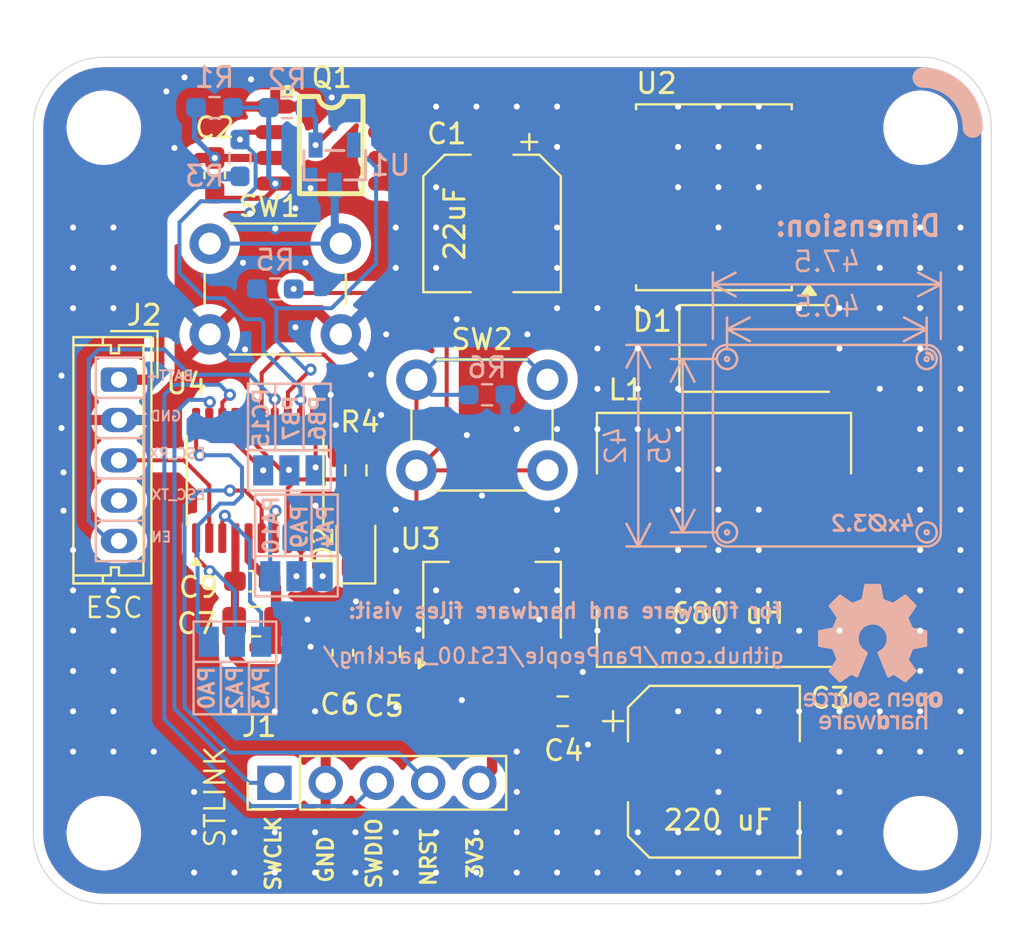
<source format=kicad_pcb>
(kicad_pcb (version 20241229) (generator "pcbnew") (generator_version "9.0")
  (layers (0 "F.Cu" signal) (2 "B.Cu" signal) (13 "F.Paste" user) (15 "B.Paste" user) (5 "F.SilkS" user "F.Silkscreen") (7 "B.SilkS" user "B.Silkscreen") (1 "F.Mask" user) (3 "B.Mask" user) (25 "Edge.Cuts" user))
  (net 0 "")
  (net 1 "GND")
  (net 2 "+36V")
  (net 3 "/Q1_G1")
  (net 4 "BATT+")
  (net 5 "+5V")
  (net 6 "+3.3V")
  (net 7 "Net-(D1-K)")
  (net 8 "Net-(D2-A)")
  (net 9 "/NRST")
  (net 10 "/EN")
  (net 11 "/SCOOTER_TX")
  (net 12 "/BUTTON")
  (net 13 "/Q1_D2")
  (net 14 "Net-(SW1-Pad1)")
  (net 15 "/PA13")
  (net 16 "/PA14")
  (net 17 "/PC14")
  (net 18 "/ON")
  (net 19 "/PA8")
  (net 20 "/PA1")
  (net 21 "/BOOT0_USART1_TX")
  (net 22 "/PA3")
  (net 23 "/PC15")
  (net 24 "/PB6")
  (net 25 "/PB7")
  (net 26 "/BOOT0_USART1_RX")
  (net 27 "/PA0")
  (net 28 "/PA2")
  (net 29 "/PA4")
  (footprint "Capacitor_SMD:CP_Elec_8x10" (layer "F.Cu") (at 97.25 77.95)
    (property "Reference" "C3")
    (property "Value" "220 uF")
  )
  (footprint "Connector_PinHeader_2.54mm:PinHeader_1x05_P2.54mm_Vertical" (layer "F.Cu") (at 75.46 78.5 90)
    (property "Reference" "J1")
    (property "Value" "SWD")
  )
  (footprint "Capacitor_SMD:C_0603_1608Metric_Pad1.08x0.95mm_HandSolder" (layer "F.Cu") (at 74.3625 68.5)
    (property "Reference" "C9")
    (property "Value" "100n")
  )
  (footprint "Package_SO:SOIC-14W_7.5x9mm_P1.27mm" (layer "F.Cu") (at 97.25 49.45 180)
    (property "Reference" "U2")
    (property "Value" "LM2574HVM-5")
  )
  (footprint "Capacitor_SMD:C_0603_1608Metric_Pad1.08x0.95mm_HandSolder" (layer "F.Cu") (at 78.85 72.05 90)
    (property "Reference" "C6")
    (property "Value" "100n|50V")
  )
  (footprint "Capacitor_SMD:C_0805_2012Metric_Pad1.18x1.45mm_HandSolder" (layer "F.Cu") (at 89.75 74.95)
    (property "Reference" "C4")
    (property "Value" "22u|10V")
  )
  (footprint "Capacitor_SMD:C_0603_1608Metric_Pad1.08x0.95mm_HandSolder" (layer "F.Cu") (at 72.5 48.3625 -90)
    (property "Reference" "C2")
    (property "Value" "100n")
  )
  (footprint "MountingHole:MountingHole_3.2mm_M3" (layer "F.Cu") (at 107.5 46)
    (property "Reference" "H4" (hide yes))
    (property "Value" "MountingHole")
  )
  (footprint "MountingHole:MountingHole_3.2mm_M3" (layer "F.Cu") (at 67 46)
    (property "Reference" "H3" (hide yes))
    (property "Value" "MountingHole")
  )
  (footprint "Button_Switch_THT:SW_PUSH_6mm" (layer "F.Cu") (at 72.25 51.75)
    (property "Reference" "SW1")
    (property "Value" "SW_Push")
  )
  (footprint "MountingHole:MountingHole_3.2mm_M3" (layer "F.Cu") (at 67 81)
    (property "Reference" "H1" (hide yes))
    (property "Value" "MountingHole")
  )
  (footprint "Connector_Molex:Molex_Micro-Latch_53253-0570_1x05_P2.00mm_Vertical" (layer "F.Cu") (at 67.75 58.5 -90)
    (property "Reference" "J2")
    (property "Value" "Scooter")
  )
  (footprint "MountingHole:MountingHole_3.2mm_M3" (layer "F.Cu") (at 107.5 81)
    (property "Reference" "H2" (hide yes))
    (property "Value" "MountingHole")
  )
  (footprint "Package_TO_SOT_SMD:SOT-223-3_TabPin2" (layer "F.Cu") (at 86.25 69.45 90)
    (property "Reference" "U3")
    (property "Value" "AZ1117-3.3")
  )
  (footprint "Diode_SMD:D_SMB_Handsoldering" (layer "F.Cu") (at 100.25 56.95)
    (property "Reference" "D1")
    (property "Value" "SK26")
  )
  (footprint "Capacitor_SMD:CP_Elec_6.3x7.7" (layer "F.Cu") (at 86.25 50.75 -90)
    (property "Reference" "C1")
    (property "Value" "22uF")
  )
  (footprint "LED_SMD:LED_0805_2012Metric_Pad1.15x1.40mm_HandSolder" (layer "F.Cu") (at 79.5 66.75 90)
    (property "Reference" "D2")
    (property "Value" "LED")
  )
  (footprint "Button_Switch_THT:SW_PUSH_6mm" (layer "F.Cu") (at 82.5 58.5)
    (property "Reference" "SW2")
    (property "Value" "SW_Push")
  )
  (footprint "Capacitor_SMD:C_0805_2012Metric_Pad1.18x1.45mm_HandSolder" (layer "F.Cu") (at 80.95 72 90)
    (property "Reference" "C5")
    (property "Value" "22u|10V")
  )
  (footprint "Inductor_SMD:L_12x12mm_H8mm" (layer "F.Cu") (at 97.75 66.45 180)
    (property "Reference" "L1")
    (property "Value" "680 uH")
  )
  (footprint "easyeda2kicad:SOIC-8_L4.9-W3.9-P1.27-LS6.0-BL-2" (layer "F.Cu") (at 78.3 46.86 -90)
    (property "Reference" "Q1")
    (property "Value" "AO4612_C4748739")
  )
  (footprint "Resistor_SMD:R_0603_1608Metric_Pad0.98x0.95mm_HandSolder" (layer "F.Cu") (at 79.5 63 -90)
    (property "Reference" "R4")
    (property "Value" "100k")
  )
  (footprint "Capacitor_SMD:C_0805_2012Metric_Pad1.18x1.45mm_HandSolder" (layer "F.Cu") (at 74.5 70.5)
    (property "Reference" "C7")
    (property "Value" "4.7u")
  )
  (footprint "Package_SO:TSSOP-20_4.4x6.5mm_P0.65mm" (layer "F.Cu") (at 74.5 63.5 90)
    (property "Reference" "U4")
    (property "Value" "STM32C011F6Px")
  )
  (footprint "Resistor_SMD:R_0603_1608Metric_Pad0.98x0.95mm_HandSolder" (layer "B.Cu") (at 72.4875 45)
    (property "Reference" "R1")
    (property "Value" "100k")
  )
  (footprint "easyeda2kicad:SOT-23-3_L2.9-W1.3-P1.90-LS2.4-BR" (layer "B.Cu") (at 78.45 47.86 90)
    (property "Reference" "U1")
    (property "Value" "BAS70-05")
  )
  (footprint "Jumper:SolderJumper-3_P1.3mm_Open_Pad1.0x1.5mm" (layer "B.Cu") (at 76.2 63 180)
    (property "Reference" "JP2" (hide yes))
    (property "Value" "SolderJumper_3_Open")
  )
  (footprint "Resistor_SMD:R_0603_1608Metric_Pad0.98x0.95mm_HandSolder" (layer "B.Cu") (at 76.0875 45)
    (property "Reference" "R2")
    (property "Value" "300k")
  )
  (footprint "Resistor_SMD:R_0603_1608Metric_Pad0.98x0.95mm_HandSolder" (layer "B.Cu") (at 73.75 47.5 -90)
    (property "Reference" "R3")
    (property "Value" "100k")
  )
  (footprint "Resistor_SMD:R_0603_1608Metric_Pad0.98x0.95mm_HandSolder" (layer "B.Cu") (at 75.5 54 180)
    (property "Reference" "R5")
    (property "Value" "100k")
  )
  (footprint "Jumper:SolderJumper-3_P1.3mm_Open_Pad1.0x1.5mm" (layer "B.Cu") (at 73.5 71.5)
    (property "Reference" "JP3" (hide yes))
    (property "Value" "SolderJumper_3_Open")
  )
  (footprint "Jumper:SolderJumper-3_P1.3mm_Open_Pad1.0x1.5mm" (layer "B.Cu") (at 76.55 68.25 180)
    (property "Reference" "JP1" (hide yes))
    (property "Value" "SolderJumper_3_Open")
  )
  (footprint "Resistor_SMD:R_0603_1608Metric_Pad0.98x0.95mm_HandSolder" (layer "B.Cu") (at 86 59.25)
    (property "Reference" "R6")
    (property "Value" "100k")
  )
  (gr_curve (pts (xy 108.461384 74.647278) (xy 108.422014 74.690854) (xy 108.355935 74.738598) (xy 108.244889 74.738598)) (stroke (width -0.000001)) (layer "B.SilkS"))
  (gr_line (start 104.138979 69.608076) (end 104.591258 69.422934) (stroke (width -0.000001)) (layer "B.SilkS"))
  (gr_curve (pts (xy 108.094513 74.374585) (xy 108.094513 74.477217) (xy 108.102927 74.505275) (xy 108.129637 74.543257)) (stroke (width -0.000001)) (layer "B.SilkS"))
  (gr_poly (pts (xy 106.854391 74.009442) (xy 106.839845 74.010457) (xy 106.825464 74.012137) (xy 106.81127 74.014474) (xy 106.797284 74.017458) (xy 106.783527 74.02108) (xy 106.77002 74.025332) (xy 106.756784 74.030205) (xy 106.743841 74.035689) (xy 106.73121 74.041776) (xy 106.718915 74.048456) (xy 106.706975 74.055721) (xy 106.695412 74.063562) (xy 106.684246 74.071969) (xy 106.6735 74.080933) (xy 106.663193 74.090446) (xy 106.653348 74.100499) (xy 106.643985 74.111083) (xy 106.635125 74.122188) (xy 106.62679 74.133806) (xy 106.619 74.145927) (xy 106.611777 74.158543) (xy 106.605142 74.171645) (xy 106.599116 74.185223) (xy 106.593719 74.19927) (xy 106.588974 74.213774) (xy 106.5849 74.228729) (xy 106.58152 74.244124) (xy 106.578855 74.259951) (xy 106.576925 74.276201) (xy 106.575751 74.292865) (xy 106.575355 74.309933) (xy 106.575355 74.428003) (xy 107.019498 74.428003) (xy 107.019289 74.438773) (xy 107.018669 74.449205) (xy 107.017645 74.459299) (xy 107.016226 74.469054) (xy 107.01442 74.478471) (xy 107.012235 74.487549) (xy 107.009679 74.496287) (xy 107.006761 74.504687) (xy 107.003489 74.512746) (xy 106.99987 74.520465) (xy 106.995914 74.527844) (xy 106.991629 74.534883) (xy 106.987022 74.541581) (xy 106.982103 74.547937) (xy 106.976878 74.553953) (xy 106.971357 74.559626) (xy 106.965548 74.564958) (xy 106.959458 74.569948) (xy 106.953097 74.574596) (xy 106.946471 74.578901) (xy 106.939591 74.582863) (xy 106.932463 74.586481) (xy 106.925096 74.589757) (xy 106.917499 74.592689) (xy 106.909678 74.595276) (xy 106.901644 74.59752) (xy 106.893404 74.599419) (xy 106.884965 74.600974) (xy 106.876337 74.602183) (xy 106.867528 74.603047) (xy 106.858545 74.603566) (xy 106.849397 74.603739) (xy 106.839077 74.603444) (xy 106.828688 74.602566) (xy 106.818263 74.601115) (xy 106.807831 74.599102) (xy 106.797425 74.596537) (xy 106.787074 74.59343) (xy 106.77681 74.589791) (xy 106.766664 74.585632) (xy 106.756666 74.580962) (xy 106.746847 74.575792) (xy 106.737238 74.570131) (xy 106.72787 74.563991) (xy 106.718774 74.557382) (xy 106.709981 74.550314) (xy 106.701521 74.542797) (xy 106.693426 74.534842) (xy 106.589405 74.623345) (xy 106.602826 74.638073) (xy 106.616715 74.651702) (xy 106.631049 74.664252) (xy 106.645802 74.675744) (xy 106.66095 74.686198) (xy 106.676468 74.695635) (xy 106.692332 74.704076) (xy 106.708517 74.711541) (xy 106.724999 74.71805) (xy 106.741753 74.723625) (xy 106.758754 74.728286) (xy 106.775979 74.732053) (xy 106.793403 74.734947) (xy 106.811 74.736989) (xy 106.828747 74.738199) (xy 106.846619 74.738598) (xy 106.874259 74.737736) (xy 106.902174 74.735005) (xy 106.930081 74.730181) (xy 106.957695 74.723042) (xy 106.984733 74.713366) (xy 106.997947 74.707508) (xy 107.010911 74.700932) (xy 107.023588 74.693611) (xy 107.035944 74.685516) (xy 107.047942 74.676621) (xy 107.059548 74.666897) (xy 107.070725 74.656317) (xy 107.081439 74.644853) (xy 107.091653 74.632477) (xy 107.101333 74.619161) (xy 107.110442 74.604878) (xy 107.118946 74.5896) (xy 107.126808 74.573299) (xy 107.133993 74.555947) (xy 107.140466 74.537516) (xy 107.146192 74.51798) (xy 107.151133 74.497309) (xy 107.155256 74.475476) (xy 107.158525 74.452454) (xy 107.160904 74.428215) (xy 107.162357 74.40273) (xy 107.162849 74.375973) (xy 107.162398 74.350562) (xy 107.161064 74.326228) (xy 107.159539 74.309973) (xy 107.019498 74.309973) (xy 106.718706 74.309973) (xy 106.719269 74.299968) (xy 106.720162 74.290262) (xy 106.72138 74.280855) (xy 106.722917 74.271749) (xy 106.724765 74.262946) (xy 106.726919 74.254445) (xy 106.729372 74.24625) (xy 106.732118 74.238361) (xy 106.73515 74.230778) (xy 106.738461 74.223505) (xy 106.742046 74.216541) (xy 106.745898 74.209888) (xy 106.75001 74.203547) (xy 106.754377 74.19752) (xy 106.758991 74.191808) (xy 106.763846 74.186412) (xy 106.768936 74.181333) (xy 106.774254 74.176572) (xy 106.779794 74.172132) (xy 106.78555 74.168012) (xy 106.791515 74.164215) (xy 106.797682 74.160741) (xy 106.804045 74.157593) (xy 106.810598 74.15477) (xy 106.817335 74.152275) (xy 106.824248 74.150108) (xy 106.831332 74.148271) (xy 106.83858 74.146766) (xy 106.845985 74.145593) (xy 106.853542 74.144753) (xy 106.861243 74.144248) (xy 106.869082 74.14408) (xy 106.876926 74.144248) (xy 106.884639 74.144753) (xy 106.892214 74.145593) (xy 106.899644 74.146766) (xy 106.906921 74.148271) (xy 106.914039 74.150108) (xy 106.92099 74.152275) (xy 106.927768 74.15477) (xy 106.934364 74.157593) (xy 106.940772 74.160741) (xy 106.946984 74.164215) (xy 106.952993 74.168012) (xy 106.958793 74.172131) (xy 106.964375 74.176572) (xy 106.969733 74.181332) (xy 106.974859 74.186411) (xy 106.979747 74.191808) (xy 106.984388 74.19752) (xy 106.988777 74.203547) (xy 106.992904 74.209888) (xy 106.996764 74.21654) (xy 107.00035 74.223504) (xy 107.003653 74.230778) (xy 107.006667 74.23836) (xy 107.009384 74.24625) (xy 107.011798 74.254445) (xy 107.0139 74.262945) (xy 107.015685 74.271749) (xy 107.017144 74.280855) (xy 107.018271 74.290262) (xy 107.019058 74.299968) (xy 107.019498 74.309973) (xy 107.159539 74.309973) (xy 107.15888 74.302953) (xy 107.155878 74.28072) (xy 107.15209 74.259511) (xy 107.147547 74.239308) (xy 107.142282 74.220093) (xy 107.136326 74.201849) (xy 107.129711 74.184558) (xy 107.122469 74.168203) (xy 107.114632 74.152765) (xy 107.106232 74.138226) (xy 107.097301 74.12457) (xy 107.08787 74.111777) (xy 107.077972 74.099832) (xy 107.067639 74.088715) (xy 107.056902 74.07841) (xy 107.045792 74.068897) (xy 107.034343 74.060161) (xy 107.022586 74.052182) (xy 107.010553 74.044944) (xy 106.998276 74.038428) (xy 106.985786 74.032616) (xy 106.973116 74.027492) (xy 106.960297 74.023037) (xy 106.947361 74.019234) (xy 106.934341 74.016064) (xy 106.921267 74.01351) (xy 106.895089 74.01018) (xy 106.869082 74.009102)) (stroke (width -0.000001)) (fill yes) (layer "B.SilkS"))
  (gr_line (start 105.884197 73.209201) (end 105.413662 72.072273) (stroke (width -0.000001)) (layer "B.SilkS"))
  (gr_curve (pts (xy 103.145244 70.84585) (xy 103.161118 70.842873) (xy 103.178502 70.827951) (xy 103.18386 70.812631)) (stroke (width -0.000001)) (layer "B.SilkS"))
  (gr_curve (pts (xy 107.112287 71.826766) (xy 107.096373 71.829663) (xy 107.079347 71.844784) (xy 107.074505 71.860223)) (stroke (width -0.000001)) (layer "B.SilkS"))
  (gr_line (start 102.492821 70.967175) (end 103.145244 70.84585) (stroke (width -0.000001)) (layer "B.SilkS"))
  (gr_line (start 103.524538 69.217551) (end 104.088298 69.604425) (stroke (width -0.000001)) (layer "B.SilkS"))
  (gr_curve (pts (xy 104.806007 74.373196) (xy 104.806007 74.527778) (xy 104.783464 74.586833) (xy 104.728656 74.647278)) (stroke (width -0.000001)) (layer "B.SilkS"))
  (gr_line (start 104.624595 69.384755) (end 104.750206 68.709948) (stroke (width -0.000001)) (layer "B.SilkS"))
  (gr_line (start 69 59.4) (end 66.6 59.4) (stroke (width 0.125)) (layer "B.SilkS"))
  (gr_poly (pts (xy 106.110839 74.009353) (xy 106.100323 74.010105) (xy 106.079202 74.013102) (xy 106.058135 74.018079) (xy 106.037329 74.025023) (xy 106.02709 74.029228) (xy 106.016994 74.033919) (xy 106.007067 74.039095) (xy 105.997335 74.044753) (xy 105.987825 74.050892) (xy 105.978563 74.05751) (xy 105.969574 74.064605) (xy 105.960884 74.072176) (xy 105.952519 74.08022) (xy 105.944506 74.088736) (xy 105.93687 74.097723) (xy 105.929637 74.107178) (xy 105.922834 74.117099) (xy 105.916486 74.127485) (xy 105.910619 74.138334) (xy 105.905259 74.149644) (xy 105.900433 74.161414) (xy 105.896165 74.173641) (xy 105.892483 74.186324) (xy 105.889413 74.199461) (xy 105.886979 74.213051) (xy 105.885208 74.22709) (xy 105.884127 74.241579) (xy 105.883761 74.256514) (xy 105.883761 74.730145) (xy 106.027112 74.730145) (xy 106.027112 74.305767) (xy 106.027288 74.29679) (xy 106.027811 74.288055) (xy 106.028672 74.279565) (xy 106.029866 74.271323) (xy 106.031384 74.263331) (xy 106.033218 74.255593) (xy 106.035363 74.248111) (xy 106.037809 74.240887) (xy 106.040549 74.233926) (xy 106.043576 74.227229) (xy 106.046883 74.2208) (xy 106.050463 74.21464) (xy 106.054306 74.208754) (xy 106.058407 74.203144) (xy 106.062758 74.197812) (xy 106.06735 74.192762) (xy 106.072178 74.187996) (xy 106.077233 74.183517) (xy 106.082507 74.179328) (xy 106.087994 74.175432) (xy 106.093686 74.171831) (xy 106.099575 74.168529) (xy 106.105654 74.165528) (xy 106.111916 74.162831) (xy 106.118353 74.16044) (xy 106.124957 74.158359) (xy 106.131722 74.156591) (xy 106.138639 74.155138) (xy 106.145702 74.154003) (xy 106.152902 74.153188) (xy 106.160232 74.152698) (xy 106.167685 74.152534) (xy 106.175265 74.152698) (xy 106.182713 74.153188) (xy 106.190024 74.154003) (xy 106.19719 74.155138) (xy 106.204203 74.156591) (xy 106.211057 74.158359) (xy 106.217744 74.16044) (xy 106.224257 74.162831) (xy 106.230589 74.165528) (xy 106.236733 74.168529) (xy 106.242681 74.171831) (xy 106.248426 74.175432) (xy 106.253962 74.179328) (xy 106.25928 74.183517) (xy 106.264374 74.187996) (xy 106.269236 74.192762) (xy 106.273859 74.197812) (xy 106.278236 74.203143) (xy 106.28236 74.208754) (xy 106.286224 74.21464) (xy 106.28982 74.220799) (xy 106.293141 74.227229) (xy 106.29618 74.233926) (xy 106.298929 74.240887) (xy 106.301383 74.24811) (xy 106.303532 74.255592) (xy 106.305371 74.263331) (xy 106.306891 74.271323) (xy 106.308086 74.279565) (xy 106.308949 74.288055) (xy 106.309472 74.29679) (xy 106.309647 74.305767) (xy 106.309647 74.730145) (xy 106.452999 74.730145) (xy 106.452999 74.017556) (xy 106.309647 74.017556) (xy 106.309647 74.093439) (xy 106.30679 74.093439) (xy 106.298137 74.08323) (xy 106.289033 74.07368) (xy 106.279491 74.064787) (xy 106.269523 74.056553) (xy 106.259143 74.048976) (xy 106.248362 74.042058) (xy 106.237193 74.035798) (xy 106.225649 74.030197) (xy 106.213742 74.025254) (xy 106.201485 74.020969) (xy 106.18889 74.017344) (xy 106.17597 74.014377) (xy 106.162738 74.01207) (xy 106.149205 74.010421) (xy 106.135385 74.009432) (xy 106.121291 74.009102)) (stroke (width -0.000001)) (fill yes) (layer "B.SilkS"))
  (gr_curve (pts (xy 107.748716 70.967175) (xy 107.76467 70.970191) (xy 107.777648 70.985828) (xy 107.777648 71.00202)) (stroke (width -0.000001)) (layer "B.SilkS"))
  (gr_curve (pts (xy 104.361864 74.374585) (xy 104.361864 74.477217) (xy 104.370239 74.505275) (xy 104.396988 74.543257)) (stroke (width -0.000001)) (layer "B.SilkS"))
  (gr_curve (pts (xy 108.028434 74.647278) (xy 107.973625 74.586834) (xy 107.951122 74.527739) (xy 107.951122 74.373196)) (stroke (width -0.000001)) (layer "B.SilkS"))
  (gr_curve (pts (xy 107.241073 72.933968) (xy 107.250201 72.947303) (xy 107.248336 72.967623) (xy 107.236906 72.979093)) (stroke (width -0.000001)) (layer "B.SilkS"))
  (gr_curve (pts (xy 108.461384 74.100502) (xy 108.516193 74.160986) (xy 108.538656 74.219962) (xy 108.538656 74.373196)) (stroke (width -0.000001)) (layer "B.SilkS"))
  (gr_curve (pts (xy 108.028434 74.100502) (xy 108.067804 74.056926) (xy 108.133883 74.009102) (xy 108.244889 74.009102)) (stroke (width -0.000001)) (layer "B.SilkS"))
  (gr_curve (pts (xy 104.396988 74.543257) (xy 104.418062 74.572784) (xy 104.463028 74.595287) (xy 104.512241 74.595287)) (stroke (width -0.000001)) (layer "B.SilkS"))
  (gr_curve (pts (xy 108.244889 74.152493) (xy 108.195716 74.152493) (xy 108.15075 74.174956) (xy 108.129637 74.204523)) (stroke (width -0.000001)) (layer "B.SilkS"))
  (gr_line (start 105.6502 69.422934) (end 106.102518 69.608076) (stroke (width -0.000001)) (layer "B.SilkS"))
  (gr_curve (pts (xy 107.544841 74.152493) (xy 107.67835 74.152493) (xy 107.685414 74.270564) (xy 107.685414 74.374584)) (stroke (width -0.000001)) (layer "B.SilkS"))
  (gr_circle (center 107.8 66.075) (end 107.9 66.075) (stroke (width 0.125)) (fill no) (layer "B.SilkS"))
  (gr_line (start 103.18386 70.812631) (end 103.383846 70.346065) (stroke (width -0.000001)) (layer "B.SilkS"))
  (gr_curve (pts (xy 105.120809 70.599033) (xy 104.710718 70.599033) (xy 104.378256 70.931496) (xy 104.378256 71.341626)) (stroke (width -0.000001)) (layer "B.SilkS"))
  (gr_line (start 106.153199 69.604425) (end 106.71692 69.217551) (stroke (width -0.000001)) (layer "B.SilkS"))
  (gr_arc (start 107.804652 57.179652) (mid 108.013526 57.26614) (end 108.1 57.475) (stroke (width 0.18)) (layer "B.SilkS"))
  (gr_curve (pts (xy 108.244889 74.595287) (xy 108.294102 74.595287) (xy 108.339068 74.572824) (xy 108.360142 74.543257)) (stroke (width -0.000001)) (layer "B.SilkS"))
  (gr_line (start 102.464048 71.673532) (end 102.463968 71.00206) (stroke (width -0.000001)) (layer "B.SilkS"))
  (gr_line (start 107.8 66.774999) (end 97.900001 66.774999) (stroke (width 0.125)) (layer "B.SilkS"))
  (gr_curve (pts (xy 104.750206 68.709948) (xy 104.753143 68.694034) (xy 104.76882 68.681016) (xy 104.785012 68.681016)) (stroke (width -0.000001)) (layer "B.SilkS"))
  (gr_line (start 97.900001 56.775001) (end 107.8 56.775) (stroke (width 0.125)) (layer "B.SilkS"))
  (gr_rect (start 74.15 58.7) (end 78.25 62) (stroke (width 0.125)) (fill no) (layer "B.SilkS"))
  (gr_line (start 104.720957 71.967141) (end 104.756994 71.994803) (stroke (width -0.000001)) (layer "B.SilkS"))
  (gr_poly (pts (xy 103.027232 74.009347) (xy 103.016761 74.010074) (xy 103.006507 74.01127) (xy 102.996461 74.012922) (xy 102.986614 74.01502) (xy 102.976958 74.017549) (xy 102.967483 74.020499) (xy 102.958182 74.023856) (xy 102.949044 74.027609) (xy 102.940062 74.031744) (xy 102.931227 74.036251) (xy 102.922529 74.041115) (xy 102.913961 74.046326) (xy 102.905513 74.05187) (xy 102.897176 74.057736) (xy 102.888942 74.063911) (xy 102.992963 74.187617) (xy 102.999178 74.183057) (xy 103.005194 74.17885) (xy 103.011045 74.174988) (xy 103.016764 74.171464) (xy 103.022384 74.168269) (xy 103.027938 74.165394) (xy 103.033459 74.162832) (xy 103.038981 74.160575) (xy 103.044536 74.158614) (xy 103.050157 74.156941) (xy 103.055879 74.155548) (xy 103.061733 74.154426) (xy 103.067753 74.153569) (xy 103.073973 74.152966) (xy 103.080424 74.15261) (xy 103.087142 74.152494) (xy 103.100294 74.153024) (xy 103.113312 74.154629) (xy 103.126097 74.157329) (xy 103.138552 74.161145) (xy 103.144624 74.163478) (xy 103.150576 74.166097) (xy 103.156397 74.169006) (xy 103.162073 74.172207) (xy 103.167592 74.175702) (xy 103.172942 74.179494) (xy 103.178111 74.183585) (xy 103.183086 74.187979) (xy 103.187855 74.192678) (xy 103.192406 74.197684) (xy 103.196726 74.203) (xy 103.200803 74.208628) (xy 103.204624 74.214571) (xy 103.208178 74.220832) (xy 103.211452 74.227414) (xy 103.214434 74.234318) (xy 103.217111 74.241547) (xy 103.219471 74.249104) (xy 103.221502 74.256992) (xy 103.223191 74.265213) (xy 103.224527 74.27377) (xy 103.225496 74.282665) (xy 103.226086 74.291901) (xy 103.226286 74.301481) (xy 103.226286 74.730145) (xy 103.369677 74.730145) (xy 103.369677 74.017556) (xy 103.226286 74.017556) (xy 103.226286 74.093439) (xy 103.223507 74.093439) (xy 103.214847 74.08323) (xy 103.205735 74.07368) (xy 103.196186 74.064787) (xy 103.186212 74.056553) (xy 103.175824 74.048976) (xy 103.165037 74.042058) (xy 103.153862 74.035798) (xy 103.142312 74.030197) (xy 103.1304 74.025254) (xy 103.118138 74.020969) (xy 103.105539 74.017344) (xy 103.092615 74.014377) (xy 103.07938 74.01207) (xy 103.065845 74.010421) (xy 103.052024 74.009432) (xy 103.037929 74.009102)) (stroke (width -0.000001)) (fill yes) (layer "B.SilkS"))
  (gr_poly (pts (xy 105.010437 75.642123) (xy 105.00762 75.642123) (xy 104.846012 75.143172) (xy 104.741991 75.143172) (xy 104.580384 75.642123) (xy 104.577486 75.642123) (xy 104.441239 75.143172) (xy 104.289395 75.143172) (xy 104.517042 75.855762) (xy 104.643606 75.855762) (xy 104.792593 75.35677) (xy 104.795411 75.35677) (xy 104.944397 75.855762) (xy 105.070882 75.855762) (xy 105.298569 75.143172) (xy 105.146804 75.143172)) (stroke (width -0.000001)) (fill yes) (layer "B.SilkS"))
  (gr_line (start 69 63.4) (end 66.6 63.4) (stroke (width 0.125)) (layer "B.SilkS"))
  (gr_line (start 104.319915 73.223052) (end 104.091712 73.101211) (stroke (width -0.000001)) (layer "B.SilkS"))
  (gr_line (start 106.71696 73.458042) (end 106.199514 73.102878) (stroke (width -0.000001)) (layer "B.SilkS"))
  (gr_circle (center 97.9 66.075) (end 98.4 66.075) (stroke (width 0.125)) (fill no) (layer "B.SilkS"))
  (gr_curve (pts (xy 105.616862 69.384755) (xy 105.619878 69.400669) (xy 105.634801 69.417854) (xy 105.6502 69.422934)) (stroke (width -0.000001)) (layer "B.SilkS"))
  (gr_circle (center 107.8 66.075) (end 108.3 66.075) (stroke (width 0.125)) (fill no) (layer "B.SilkS"))
  (gr_curve (pts (xy 108.129637 74.543257) (xy 108.15075 74.572784) (xy 108.195716 74.595287) (xy 108.244889 74.595287)) (stroke (width -0.000001)) (layer "B.SilkS"))
  (gr_circle (center 97.9 57.475) (end 98 57.475) (stroke (width 0.125)) (fill no) (layer "B.SilkS"))
  (gr_curve (pts (xy 104.627414 74.204523) (xy 104.606419 74.174996) (xy 104.561373 74.152493) (xy 104.512241 74.152493)) (stroke (width -0.000001)) (layer "B.SilkS"))
  (gr_line (start 97.200001 66.075) (end 97.200001 57.475001) (stroke (width 0.125)) (layer "B.SilkS"))
  (gr_poly (pts (xy 106.849934 75.135425) (xy 106.819031 75.1376) (xy 106.789606 75.141327) (xy 106.775478 75.143799) (xy 106.761756 75.146691) (xy 106.748451 75.150014) (xy 106.735577 75.153777) (xy 106.723145 75.157991) (xy 106.711167 75.162668) (xy 106.699656 75.167817) (xy 106.688623 75.173449) (xy 106.67808 75.179575) (xy 106.66804 75.186204) (xy 106.658515 75.193348) (xy 106.649517 75.201018) (xy 106.641058 75.209223) (xy 106.633149 75.217974) (xy 106.625804 75.227282) (xy 106.619034 75.237158) (xy 106.612852 75.247611) (xy 106.607268 75.258652) (xy 106.602297 75.270293) (xy 106.597949 75.282543) (xy 106.594236 75.295413) (xy 106.591172 75.308913) (xy 106.588767 75.323055) (xy 106.587035 75.337848) (xy 106.585986 75.353303) (xy 106.585634 75.369431) (xy 106.585634 75.855762) (xy 106.729025 75.855762) (xy 106.729025 75.7925) (xy 106.731843 75.7925) (xy 106.73761 75.801422) (xy 106.74388 75.809723) (xy 106.750695 75.817408) (xy 106.758096 75.824484) (xy 106.766123 75.830958) (xy 106.774818 75.836836) (xy 106.784222 75.842123) (xy 106.794375 75.846828) (xy 106.805321 75.850955) (xy 106.817098 75.854511) (xy 106.829748 75.857503) (xy 106.843313 75.859936) (xy 106.857834 75.861818) (xy 106.873351 75.863154) (xy 106.889906 75.863951) (xy 106.907539 75.864216) (xy 106.922235 75.863942) (xy 106.936539 75.863128) (xy 106.950446 75.861786) (xy 106.963951 75.859927) (xy 106.977049 75.857564) (xy 106.989736 75.854709) (xy 107.002006 75.851373) (xy 107.013855 75.847567) (xy 107.025277 75.843305) (xy 107.036269 75.838597) (xy 107.046824 75.833456) (xy 107.056939 75.827893) (xy 107.066607 75.821921) (xy 107.075825 75.815551) (xy 107.084588 75.808794) (xy 107.09289 75.801663) (xy 107.100727 75.79417) (xy 107.108093 75.786326) (xy 107.114985 75.778144) (xy 107.121396 75.769634) (xy 107.127323 75.76081) (xy 107.13276 75.751682) (xy 107.137702 75.742263) (xy 107.142145 75.732564) (xy 107.146083 75.722598) (xy 107.149512 75.712376) (xy 107.152427 75.701909) (xy 107.154823 75.691211) (xy 107.156695 75.680292) (xy 107.158038 75.669165) (xy 107.158848 75.65784) (xy 107.159119 75.646331) (xy 107.158966 75.639306) (xy 107.024221 75.639306) (xy 107.02377 75.648184) (xy 107.022399 75.656878) (xy 107.020076 75.665335) (xy 107.016771 75.6735) (xy 107.01474 75.677457) (xy 107.012452 75.68132) (xy 107.009902 75.685085) (xy 107.007088 75.688742) (xy 107.004005 75.692287) (xy 107.00065 75.695712) (xy 106.997018 75.699011) (xy 106.993106 75.702176) (xy 106.988909 75.705202) (xy 106.984425 75.708081) (xy 106.979648 75.710806) (xy 106.974576 75.713372) (xy 106.969205 75.715771) (xy 106.96353 75.717996) (xy 106.957547 75.720042) (xy 106.951254 75.7219) (xy 106.937718 75.72503) (xy 106.922892 75.727332) (xy 106.906744 75.728753) (xy 106.889244 75.729238) (xy 106.867758 75.729069) (xy 106.848061 75.728479) (xy 106.830098 75.727341) (xy 106.813812 75.72553) (xy 106.806282 75.724333) (xy 106.799149 75.722921) (xy 106.792409 75.721277) (xy 106.786053 75.719387) (xy 106.780074 75.717234) (xy 106.774467 75.714802) (xy 106.769224 75.712077) (xy 106.764337 75.709042) (xy 106.7598 75.705681) (xy 106.755607 75.70198) (xy 106.751749 75.697921) (xy 106.748221 75.69349) (xy 106.745015 75.68867) (xy 106.742124 75.683447) (xy 106.739542 75.677804) (xy 106.73726 75.671725) (xy 106.735273 75.665195) (xy 106.733574 75.658198) (xy 106.732155 75.650719) (xy 106.73101 75.642741) (xy 106.730131 75.634249) (xy 106.729512 75.625227) (xy 106.729146 75.61566) (xy 106.729025 75.605532) (xy 106.729025 75.553502) (xy 106.900475 75.553502) (xy 106.908254 75.5536) (xy 106.91577 75.553894) (xy 106.923024 75.554379) (xy 106.930017 75.555054) (xy 106.936751 75.555916) (xy 106.943227 75.556961) (xy 106.949445 75.558188) (xy 106.955406 75.559592) (xy 106.961112 75.561171) (xy 106.966564 75.562923) (xy 106.971762 75.564844) (xy 106.976708 75.566932) (xy 106.981403 75.569183) (xy 106.985847 75.571596) (xy 106.990042 75.574166) (xy 106.993989 75.576892) (xy 106.997688 75.579771) (xy 107.001142 75.582799) (xy 107.00435 75.585973) (xy 107.007314 75.589292) (xy 107.010035 75.592752) (xy 107.012515 75.596349) (xy 107.014753 75.600083) (xy 107.016751 75.603949) (xy 107.01851 75.607944) (xy 107.020031 75.612067) (xy 107.021316 75.616313) (xy 107.022364 75.620681) (xy 107.023178 75.625166) (xy 107.023758 75.629768) (xy 107.024105 75.634482) (xy 107.024221 75.639306) (xy 107.158966 75.639306) (xy 107.158888 75.635712) (xy 107.158197 75.625206) (xy 107.157047 75.614827) (xy 107.155438 75.604591) (xy 107.15337 75.594512) (xy 107.150846 75.584605) (xy 107.147865 75.574884) (xy 107.144428 75.565365) (xy 107.140536 75.556062) (xy 107.13619 75.546989) (xy 107.131391 75.538161) (xy 107.126139 75.529594) (xy 107.120435 75.521301) (xy 107.11428 75.513297) (xy 107.107674 75.505598) (xy 107.100619 75.498217) (xy 107.093115 75.49117) (xy 107.085163 75.484471) (xy 107.076764 75.478135) (xy 107.067919 75.472176) (xy 107.058627 75.46661) (xy 107.048891 75.461451) (xy 107.03871 75.456713) (xy 107.028087 75.452412) (xy 107.01702 75.448561) (xy 107.005511 75.445176) (xy 106.993562 75.442272) (xy 106.981172 75.439863) (xy 106.968343 75.437964) (xy 106.955074 75.436589) (xy 106.941368 75.435753) (xy 106.927224 75.435471) (xy 106.729025 75.435471) (xy 106.729025 75.360978) (xy 106.72954 75.34884) (xy 106.730187 75.343144) (xy 106.731098 75.337691) (xy 106.732276 75.33248) (xy 106.733723 75.327504) (xy 106.735442 75.322763) (xy 106.737437 75.31825) (xy 106.73971 75.313964) (xy 106.742263 75.309901) (xy 106.7451 75.306056) (xy 106.748223 75.302427) (xy 106.751636 75.299009) (xy 106.755341 75.2958) (xy 106.75934 75.292796) (xy 106.763638 75.289992) (xy 106.768236 75.287386) (xy 106.773137 75.284974) (xy 106.783861 75.280718) (xy 106.795833 75.277195) (xy 106.809074 75.274377) (xy 106.823609 75.272234) (xy 106.839458 75.270739) (xy 106.856646 75.269863) (xy 106.875194 75.269578) (xy 106.888708 75.269746) (xy 106.901343 75.270264) (xy 106.913143 75.27115) (xy 106.92415 75.272422) (xy 106.92937 75.273209) (xy 106.934408 75.274098) (xy 106.939269 75.275094) (xy 106.94396 75.276198) (xy 106.948484 75.277411) (xy 106.952849 75.278738) (xy 106.957058 75.280179) (xy 106.961118 75.281737) (xy 106.965033 75.283415) (xy 106.96881 75.285214) (xy 106.972453 75.287137) (xy 106.975969 75.289187) (xy 106.979361 75.291365) (xy 106.982637 75.293674) (xy 106.985801 75.296117) (xy 106.988858 75.298694) (xy 106.991814 75.30141) (xy 106.994675 75.304265) (xy 106.997445 75.307263) (xy 107.000131 75.310405) (xy 107.002737 75.313694) (xy 107.005269 75.317132) (xy 107.007732 75.320722) (xy 107.010132 75.324466) (xy 107.122566 75.23874) (xy 107.112009 75.225054) (xy 107.100885 75.212461) (xy 107.089189 75.200933) (xy 107.076914 75.190441) (xy 107.064054 75.180955) (xy 107.050604 75.172446) (xy 107.036556 75.164885) (xy 107.021904 75.158244) (xy 107.006643 75.152493) (xy 106.990766 75.147603) (xy 106.974266 75.143545) (xy 106.957138 75.14029) (xy 106.939376 75.137809) (xy 106.920973 75.136073) (xy 106.901923 75.135053) (xy 106.882219 75.134719)) (stroke (width -0.000001)) (fill yes) (layer "B.SilkS"))
  (gr_circle (center 107.8 57.475) (end 107.9 57.475) (stroke (width 0.125)) (fill no) (layer "B.SilkS"))
  (gr_curve (pts (xy 102.463968 71.00206) (xy 102.463929 70.985828) (xy 102.476947 70.970191) (xy 102.492821 70.967175)) (stroke (width -0.000001)) (layer "B.SilkS"))
  (gr_line (start 76.9 62) (end 76.9 58.7) (stroke (width 0.125)) (layer "B.SilkS"))
  (gr_line (start 106.8796 72.407196) (end 107.241073 72.933968) (stroke (width -0.000001)) (layer "B.SilkS"))
  (gr_poly (pts (xy 102.572676 74.009253) (xy 102.562731 74.009703) (xy 102.552917 74.010446) (xy 102.543235 74.011476) (xy 102.524269 74.014373) (xy 102.505835 74.018346) (xy 102.487934 74.023349) (xy 102.470571 74.029334) (xy 102.453746 74.036254) (xy 102.437462 74.044062) (xy 102.421722 74.05271) (xy 102.406529 74.062151) (xy 102.391883 74.072338) (xy 102.377789 74.083224) (xy 102.364248 74.094761) (xy 102.351262 74.106902) (xy 102.338834 74.1196) (xy 102.326967 74.132808) (xy 102.432378 74.226987) (xy 102.439136 74.218969) (xy 102.446249 74.211274) (xy 102.453705 74.20393) (xy 102.461494 74.196963) (xy 102.469606 74.190399) (xy 102.478029 74.184266) (xy 102.486753 74.17859) (xy 102.495768 74.173398) (xy 102.505063 74.168717) (xy 102.514627 74.164573) (xy 102.52445 74.160993) (xy 102.534522 74.158005) (xy 102.544831 74.155633) (xy 102.555367 74.153907) (xy 102.566119 74.152851) (xy 102.577078 74.152493) (xy 102.598391 74.153273) (xy 102.618552 74.155635) (xy 102.628192 74.157421) (xy 102.637532 74.159616) (xy 102.646569 74.162223) (xy 102.6553 74.165249) (xy 102.663719 74.168696) (xy 102.671823 74.17257) (xy 102.679609 74.176874) (xy 102.687072 74.181614) (xy 102.694209 74.186792) (xy 102.701016 74.192415) (xy 102.707488 74.198486) (xy 102.713623 74.20501) (xy 102.719415 74.21199) (xy 102.724862 74.219432) (xy 102.72996 74.227339) (xy 102.734704 74.235717) (xy 102.739091 74.244569) (xy 102.743116 74.253899) (xy 102.746776 74.263713) (xy 102.750068 74.274015) (xy 102.752987 74.284809) (xy 102.755529 74.296098) (xy 102.757691 74.307889) (xy 102.759468 74.320184) (xy 102.761854 74.346308) (xy 102.762656 74.374505) (xy 102.762455 74.388746) (xy 102.761854 74.402472) (xy 102.760856 74.415688) (xy 102.759466 74.428397) (xy 102.757688 74.440603) (xy 102.755526 74.452312) (xy 102.752982 74.463526) (xy 102.750062 74.47425) (xy 102.74677 74.484488) (xy 102.743108 74.494245) (xy 102.739081 74.503523) (xy 102.734693 74.512328) (xy 102.729948 74.520664) (xy 102.724849 74.528534) (xy 102.719401 74.535943) (xy 102.713608 74.542894) (xy 102.707472 74.549392) (xy 102.700999 74.555442) (xy 102.694192 74.561046) (xy 102.687055 74.56621) (xy 102.679591 74.570937) (xy 102.671805 74.575231) (xy 102.663701 74.579097) (xy 102.655283 74.582539) (xy 102.646553 74.58556) (xy 102.637517 74.588165) (xy 102.628179 74.590358) (xy 102.618541 74.592143) (xy 102.608608 74.593525) (xy 102.598384 74.594506) (xy 102.587873 74.595092) (xy 102.577078 74.595287) (xy 102.571574 74.595197) (xy 102.56612 74.594929) (xy 102.560718 74.594486) (xy 102.555368 74.593873) (xy 102.544834 74.592146) (xy 102.534527 74.589775) (xy 102.524458 74.586786) (xy 102.514638 74.583206) (xy 102.505076 74.579063) (xy 102.495783 74.574381) (xy 102.48677 74.569189) (xy 102.478046 74.563513) (xy 102.469623 74.55738) (xy 102.461511 74.550817) (xy 102.45372 74.54385) (xy 102.44626 74.536505) (xy 102.439143 74.528811) (xy 102.432378 74.520793) (xy 102.326967 74.614971) (xy 102.338828 74.628158) (xy 102.351249 74.640839) (xy 102.36423 74.652966) (xy 102.377767 74.664492) (xy 102.391858 74.675369) (xy 102.406501 74.68555) (xy 102.421694 74.694987) (xy 102.437433 74.703633) (xy 102.453717 74.711439) (xy 102.470543 74.718359) (xy 102.487909 74.724345) (xy 102.505812 74.729349) (xy 102.524251 74.733324) (xy 102.543222 74.736222) (xy 102.562724 74.737996) (xy 102.582754 74.738598) (xy 102.61348 74.737367) (xy 102.643851 74.733623) (xy 102.673642 74.72729) (xy 102.702629 74.718292) (xy 102.71675 74.712769) (xy 102.730587 74.706551) (xy 102.744109 74.699628) (xy 102.757291 74.691991) (xy 102.770102 74.68363) (xy 102.782517 74.674535) (xy 102.794505 74.664698) (xy 102.80604 74.654108) (xy 102.817094 74.642756) (xy 102.827637 74.630632) (xy 102.837643 74.617726) (xy 102.847083 74.60403) (xy 102.855929 74.589534) (xy 102.864153 74.574227) (xy 102.871727 74.558101) (xy 102.878622 74.541146) (xy 102.884812 74.523352) (xy 102.890267 74.504709) (xy 102.89496 74.485209) (xy 102.898863 74.464841) (xy 102.901947 74.443597) (xy 102.904185 74.421465) (xy 102.905548 74.398438) (xy 102.906008 74.374505) (xy 102.905548 74.35046) (xy 102.904185 74.327327) (xy 102.901947 74.305096) (xy 102.898863 74.283759) (xy 102.89496 74.263304) (xy 102.890267 74.243723) (xy 102.884812 74.225005) (xy 102.878622 74.20714) (xy 102.871727 74.19012) (xy 102.864153 74.173933) (xy 102.855929 74.158571) (xy 102.847083 74.144024) (xy 102.837643 74.130281) (xy 102.827637 74.117334) (xy 102.817094 74.105172) (xy 102.80604 74.093785) (xy 102.794505 74.083164) (xy 102.782517 74.073299) (xy 102.770102 74.064181) (xy 102.757291 74.055799) (xy 102.744109 74.048143) (xy 102.730587 74.041205) (xy 102.71675 74.034973) (xy 102.702629 74.029439) (xy 102.68825 74.024593) (xy 102.673642 74.020424) (xy 102.658833 74.016924) (xy 102.643851 74.014082) (xy 102.628724 74.011889) (xy 102.61348 74.010334) (xy 102.582754 74.009102)) (stroke (width -0.000001)) (fill yes) (layer "B.SilkS"))
  (gr_poly (pts (xy 103.969065 75.135425) (xy 103.938167 75.1376) (xy 103.908745 75.141327) (xy 103.894618 75.143799) (xy 103.880897 75.146691) (xy 103.867593 75.150014) (xy 103.854719 75.153777) (xy 103.842287 75.157991) (xy 103.830309 75.162668) (xy 103.818797 75.167817) (xy 103.807764 75.173449) (xy 103.79722 75.179575) (xy 103.78718 75.186204) (xy 103.777653 75.193348) (xy 103.768654 75.201018) (xy 103.760194 75.209223) (xy 103.752284 75.217974) (xy 103.744938 75.227282) (xy 103.738166 75.237158) (xy 103.731983 75.247611) (xy 103.726398 75.258652) (xy 103.721425 75.270293) (xy 103.717076 75.282543) (xy 103.713363 75.295413) (xy 103.710298 75.308913) (xy 103.707893 75.323055) (xy 103.70616 75.337848) (xy 103.705111 75.353303) (xy 103.704759 75.369431) (xy 103.704759 75.855762) (xy 103.848149 75.855762) (xy 103.848189 75.855762) (xy 103.848189 75.7925) (xy 103.850967 75.7925) (xy 103.856742 75.801422) (xy 103.863019 75.809723) (xy 103.869841 75.817408) (xy 103.877248 75.824484) (xy 103.885282 75.830958) (xy 103.893983 75.836836) (xy 103.903391 75.842123) (xy 103.91355 75.846828) (xy 103.924498 75.850955) (xy 103.936277 75.854511) (xy 103.948929 75.857503) (xy 103.962493 75.859936) (xy 103.977012 75.861818) (xy 103.992526 75.863154) (xy 104.009076 75.863951) (xy 104.026704 75.864216) (xy 104.041399 75.863942) (xy 104.055704 75.863128) (xy 104.069611 75.861786) (xy 104.083117 75.859927) (xy 104.096216 75.857564) (xy 104.108904 75.854709) (xy 104.121175 75.851373) (xy 104.133025 75.847567) (xy 104.144449 75.843305) (xy 104.155442 75.838597) (xy 104.165999 75.833456) (xy 104.176116 75.827893) (xy 104.185786 75.821921) (xy 104.195006 75.815551) (xy 104.20377 75.808794) (xy 104.212074 75.801663) (xy 104.219913 75.79417) (xy 104.227281 75.786326) (xy 104.234174 75.778144) (xy 104.240588 75.769634) (xy 104.246516 75.76081) (xy 104.251954 75.751682) (xy 104.256898 75.742263) (xy 104.261342 75.732564) (xy 104.265282 75.722598) (xy 104.268712 75.712376) (xy 104.271628 75.701909) (xy 104.274025 75.691211) (xy 104.275898 75.680292) (xy 104.277242 75.669165) (xy 104.278051 75.65784) (xy 104.278322 75.646331) (xy 104.27817 75.639306) (xy 104.143306 75.639306) (xy 104.142855 75.648184) (xy 104.141484 75.656878) (xy 104.139161 75.665335) (xy 104.135856 75.6735) (xy 104.133826 75.677457) (xy 104.131538 75.68132) (xy 104.128989 75.685085) (xy 104.126175 75.688742) (xy 104.123093 75.692287) (xy 104.119738 75.695712) (xy 104.116107 75.699011) (xy 104.112196 75.702176) (xy 104.108 75.705202) (xy 104.103517 75.708081) (xy 104.098742 75.710806) (xy 104.093671 75.713372) (xy 104.088301 75.715771) (xy 104.082628 75.717996) (xy 104.076647 75.720042) (xy 104.070356 75.7219) (xy 104.056824 75.72503) (xy 104.042003 75.727332) (xy 104.025861 75.728753) (xy 104.008368 75.729238) (xy 103.986882 75.729069) (xy 103.967186 75.728479) (xy 103.949222 75.727341) (xy 103.932937 75.72553) (xy 103.925406 75.724333) (xy 103.918274 75.722921) (xy 103.911533 75.721277) (xy 103.905177 75.719387) (xy 103.899199 75.717234) (xy 103.893591 75.714802) (xy 103.888348 75.712077) (xy 103.883461 75.709042) (xy 103.878925 75.705681) (xy 103.874731 75.70198) (xy 103.870874 75.697921) (xy 103.867345 75.69349) (xy 103.864139 75.68867) (xy 103.861248 75.683447) (xy 103.858666 75.677804) (xy 103.856385 75.671725) (xy 103.854398 75.665195) (xy 103.852698 75.658198) (xy 103.851279 75.650719) (xy 103.850134 75.642741) (xy 103.849255 75.634249) (xy 103.848636 75.625227) (xy 103.84827 75.61566) (xy 103.848149 75.605532) (xy 103.84815 75.605532) (xy 103.84815 75.553502) (xy 104.0196 75.553502) (xy 104.027375 75.5536) (xy 104.034887 75.553894) (xy 104.042138 75.554379) (xy 104.049129 75.555054) (xy 104.05586 75.555916) (xy 104.062333 75.556961) (xy 104.068549 75.558188) (xy 104.074508 75.559592) (xy 104.080212 75.561171) (xy 104.085662 75.562923) (xy 104.090858 75.564844) (xy 104.095803 75.566932) (xy 104.100496 75.569183) (xy 104.104939 75.571596) (xy 104.109133 75.574166) (xy 104.113079 75.576892) (xy 104.116777 75.579771) (xy 104.12023 75.582799) (xy 104.123438 75.585973) (xy 104.126401 75.589292) (xy 104.129122 75.592752) (xy 104.131601 75.596349) (xy 104.133838 75.600083) (xy 104.135836 75.603949) (xy 104.137595 75.607944) (xy 104.139116 75.612067) (xy 104.140401 75.616313) (xy 104.141449 75.620681) (xy 104.142263 75.625166) (xy 104.142843 75.629768) (xy 104.14319 75.634482) (xy 104.143306 75.639306) (xy 104.27817 75.639306) (xy 104.278092 75.635712) (xy 104.2774 75.625206) (xy 104.276249 75.614827) (xy 104.274638 75.604591) (xy 104.272569 75.594512) (xy 104.270043 75.584605) (xy 104.267059 75.574884) (xy 104.26362 75.565365) (xy 104.259726 75.556062) (xy 104.255377 75.546989) (xy 104.250575 75.538161) (xy 104.24532 75.529594) (xy 104.239613 75.521301) (xy 104.233455 75.513297) (xy 104.226846 75.505598) (xy 104.219788 75.498217) (xy 104.212282 75.49117) (xy 104.204327 75.484471) (xy 104.195926 75.478135) (xy 104.187078 75.472176) (xy 104.177785 75.46661) (xy 104.168047 75.461451) (xy 104.157865 75.456713) (xy 104.14724 75.452412) (xy 104.136173 75.448561) (xy 104.124665 75.445176) (xy 104.112716 75.442272) (xy 104.100327 75.439863) (xy 104.087499 75.437964) (xy 104.074232 75.436589) (xy 104.060529 75.435753) (xy 104.046389 75.435471) (xy 103.848189 75.435471) (xy 103.848189 75.360978) (xy 103.848704 75.34884) (xy 103.849351 75.343144) (xy 103.850262 75.337691) (xy 103.85144 75.33248) (xy 103.852887 75.327504) (xy 103.854607 75.322763) (xy 103.856602 75.31825) (xy 103.858874 75.313964) (xy 103.861428 75.309901) (xy 103.864265 75.306056) (xy 103.867389 75.302427) (xy 103.870803 75.299009) (xy 103.874508 75.2958) (xy 103.878508 75.292796) (xy 103.882806 75.289992) (xy 103.887405 75.287386) (xy 103.892308 75.284974) (xy 103.903035 75.280718) (xy 103.915009 75.277195) (xy 103.928255 75.274377) (xy 103.942794 75.272234) (xy 103.958649 75.270739) (xy 103.975843 75.269863) (xy 103.994398 75.269578) (xy 104.007911 75.269746) (xy 104.020543 75.270264) (xy 104.032339 75.27115) (xy 104.043341 75.272422) (xy 104.048558 75.273209) (xy 104.053593 75.274098) (xy 104.058451 75.275094) (xy 104.063138 75.276198) (xy 104.067659 75.277411) (xy 104.07202 75.278738) (xy 104.076226 75.280179) (xy 104.080282 75.281737) (xy 104.084193 75.283415) (xy 104.087967 75.285214) (xy 104.091606 75.287137) (xy 104.095118 75.289187) (xy 104.098507 75.291365) (xy 104.10178 75.293674) (xy 104.10494 75.296117) (xy 104.107995 75.298694) (xy 104.110948 75.30141) (xy 104.113806 75.304265) (xy 104.116575 75.307263) (xy 104.119258 75.310405) (xy 104.121863 75.313694) (xy 104.124394 75.317132) (xy 104.126856 75.320722) (xy 104.129256 75.324466) (xy 104.24173 75.23874) (xy 104.231172 75.225054) (xy 104.220046 75.212461) (xy 104.208346 75.200933) (xy 104.196066 75.190441) (xy 104.183201 75.180955) (xy 104.169745 75.172446) (xy 104.155691 75.164885) (xy 104.141033 75.158244) (xy 104.125767 75.152493) (xy 104.109885 75.147603) (xy 104.093382 75.143545) (xy 104.076252 75.14029) (xy 104.058489 75.137809) (xy 104.040088 75.136073) (xy 104.021041 75.135053) (xy 104.001343 75.134719)) (stroke (width -0.000001)) (fill yes) (layer "B.SilkS"))
  (gr_curve (pts (xy 104.728656 74.100502) (xy 104.783464 74.160986) (xy 104.806007 74.219962) (xy 104.806007 74.373196)) (stroke (width -0.000001)) (layer "B.SilkS"))
  (gr_line (start 74.2 72.5) (end 74.2 75.1) (stroke (width 0.125)) (layer "B.SilkS"))
  (gr_line (start 105.484584 71.994803) (end 105.5207 71.967141) (stroke (width -0.000001)) (layer "B.SilkS"))
  (gr_curve (pts (xy 104.295745 74.647278) (xy 104.240937 74.586834) (xy 104.218473 74.527739) (xy 104.218473 74.373196)) (stroke (width -0.000001)) (layer "B.SilkS"))
  (gr_curve (pts (xy 104.35742 73.209241) (xy 104.351228 73.224203) (xy 104.334401 73.230394) (xy 104.319915 73.223052)) (stroke (width -0.000001)) (layer "B.SilkS"))
  (gr_poly (pts (xy 102.755466 75.135019) (xy 102.74092 75.136034) (xy 102.72654 75.137714) (xy 102.712347 75.140051) (xy 102.698362 75.143035) (xy 102.684606 75.146657) (xy 102.6711 75.150909) (xy 102.657865 75.155781) (xy 102.644923 75.161265) (xy 102.632295 75.167351) (xy 102.620001 75.17403) (xy 102.608063 75.181294) (xy 102.596501 75.189134) (xy 102.585338 75.197539) (xy 102.574593 75.206502) (xy 102.564289 75.216014) (xy 102.554445 75.226065) (xy 102.545084 75.236646) (xy 102.536226 75.247749) (xy 102.527892 75.259364) (xy 102.520104 75.271482) (xy 102.512883 75.284095) (xy 102.506249 75.297193) (xy 102.500224 75.310767) (xy 102.494829 75.324809) (xy 102.490085 75.339309) (xy 102.486013 75.354259) (xy 102.482633 75.369648) (xy 102.479969 75.38547) (xy 102.478039 75.401713) (xy 102.476866 75.41837) (xy 102.47647 75.435431) (xy 102.47647 75.553581) (xy 102.920533 75.553581) (xy 102.920325 75.564344) (xy 102.919705 75.574769) (xy 102.918681 75.584857) (xy 102.917263 75.594606) (xy 102.915458 75.604018) (xy 102.913274 75.61309) (xy 102.910719 75.621824) (xy 102.907802 75.630219) (xy 102.904531 75.638274) (xy 102.900915 75.64599) (xy 102.89696 75.653366) (xy 102.892677 75.660401) (xy 102.888072 75.667096) (xy 102.883154 75.67345) (xy 102.877931 75.679463) (xy 102.872412 75.685135) (xy 102.866604 75.690465) (xy 102.860517 75.695454) (xy 102.854157 75.7001) (xy 102.847534 75.704404) (xy 102.840655 75.708365) (xy 102.833529 75.711983) (xy 102.826163 75.715258) (xy 102.818567 75.718189) (xy 102.810748 75.720776) (xy 102.802715 75.72302) (xy 102.794476 75.724919) (xy 102.786038 75.726473) (xy 102.777411 75.727682) (xy 102.768602 75.728546) (xy 102.75962 75.729065) (xy 102.750472 75.729238) (xy 102.740165 75.728944) (xy 102.729788 75.728068) (xy 102.719371 75.726621) (xy 102.708946 75.724612) (xy 102.698543 75.722052) (xy 102.688195 75.71895) (xy 102.677931 75.715316) (xy 102.667784 75.711161) (xy 102.657783 75.706494) (xy 102.64796 75.701325) (xy 102.638347 75.695665) (xy 102.628973 75.689523) (xy 102.619871 75.68291) (xy 102.61107 75.675835) (xy 102.602604 75.668309) (xy 102.594501 75.660341) (xy 102.49048 75.748923) (xy 102.503901 75.763651) (xy 102.51779 75.77728) (xy 102.532124 75.78983) (xy 102.546876 75.801322) (xy 102.562023 75.811776) (xy 102.57754 75.821213) (xy 102.593403 75.829654) (xy 102.609587 75.837119) (xy 102.626066 75.843628) (xy 102.642818 75.849203) (xy 102.659816 75.853864) (xy 102.677037 75.857631) (xy 102.694456 75.860525) (xy 102.712048 75.862567) (xy 102.729789 75.863777) (xy 102.747654 75.864176) (xy 102.775301 75.863315) (xy 102.803222 75.860583) (xy 102.831134 75.855759) (xy 102.858753 75.848619) (xy 102.885795 75.838942) (xy 102.899011 75.833083) (xy 102.911976 75.826506) (xy 102.924654 75.819183) (xy 102.937011 75.811088) (xy 102.949011 75.802191) (xy 102.960617 75.792465) (xy 102.971796 75.781883) (xy 102.98251 75.770417) (xy 102.992725 75.758038) (xy 103.002405 75.74472) (xy 103.011515 75.730434) (xy 103.020019 75.715152) (xy 103.027882 75.698847) (xy 103.035067 75.681491) (xy 103.041541 75.663056) (xy 103.047266 75.643515) (xy 103.052208 75.622839) (xy 103.056331 75.601001) (xy 103.0596 75.577973) (xy 103.061978 75.553727) (xy 103.063431 75.528236) (xy 103.063924 75.501472) (xy 103.063472 75.476061) (xy 103.062138 75.451727) (xy 103.060612 75.435471) (xy 102.920533 75.435471) (xy 102.619781 75.435471) (xy 102.62034 75.425473) (xy 102.62123 75.415772) (xy 102.622446 75.406371) (xy 102.62398 75.397269) (xy 102.625827 75.388469) (xy 102.627979 75.379972) (xy 102.630431 75.371779) (xy 102.633176 75.363891) (xy 102.636207 75.35631) (xy 102.639518 75.349037) (xy 102.643103 75.342073) (xy 102.646955 75.33542) (xy 102.651068 75.329079) (xy 102.655435 75.32305) (xy 102.66005 75.317337) (xy 102.664906 75.311939) (xy 102.669997 75.306858) (xy 102.675316 75.302095) (xy 102.680858 75.297652) (xy 102.686614 75.29353) (xy 102.69258 75.289731) (xy 102.698749 75.286255) (xy 102.705113 75.283103) (xy 102.711668 75.280278) (xy 102.718405 75.277781) (xy 102.72532 75.275612) (xy 102.732405 75.273774) (xy 102.739653 75.272266) (xy 102.747059 75.271092) (xy 102.754616 75.270251) (xy 102.762318 75.269746) (xy 102.770157 75.269577) (xy 102.778001 75.269746) (xy 102.785714 75.270251) (xy 102.793289 75.271092) (xy 102.800719 75.272266) (xy 102.807996 75.273774) (xy 102.815114 75.275612) (xy 102.822065 75.277781) (xy 102.828842 75.280278) (xy 102.835438 75.283103) (xy 102.841846 75.286255) (xy 102.848057 75.289731) (xy 102.854066 75.29353) (xy 102.859865 75.297652) (xy 102.865447 75.302095) (xy 102.870804 75.306857) (xy 102.875929 75.311938) (xy 102.880816 75.317336) (xy 102.885456 75.32305) (xy 102.889843 75.329078) (xy 102.893969 75.33542) (xy 102.897828 75.342073) (xy 102.901411 75.349037) (xy 102.904713 75.35631) (xy 102.907725 75.363891) (xy 102.91044 75.371779) (xy 102.912851 75.379972) (xy 102.914951 75.388469) (xy 102.916733 75.397269) (xy 102.91819 75.406371) (xy 102.919313 75.415772) (xy 102.920097 75.425473) (xy 102.920533 75.435471) (xy 103.060612 75.435471) (xy 103.059954 75.428454) (xy 103.056951 75.406222) (xy 103.053162 75.385014) (xy 103.048618 75.364813) (xy 103.043352 75.345601) (xy 103.037395 75.32736) (xy 103.030779 75.310072) (xy 103.023536 75.293719) (xy 103.015697 75.278284) (xy 103.007296 75.263749) (xy 102.998364 75.250096) (xy 102.988932 75.237308) (xy 102.979033 75.225366) (xy 102.968699 75.214253) (xy 102.957961 75.203951) (xy 102.946851 75.194442) (xy 102.935401 75.18571) (xy 102.923644 75.177734) (xy 102.91161 75.170499) (xy 102.899333 75.163987) (xy 102.886843 75.158178) (xy 102.874174 75.153057) (xy 102.861356 75.148605) (xy 102.848421 75.144804) (xy 102.835402 75.141636) (xy 102.822331 75.139084) (xy 102.796158 75.135757) (xy 102.770157 75.134679)) (stroke (width -0.000001)) (fill yes) (layer "B.SilkS"))
  (gr_curve (pts (xy 105.518636 75.498813) (xy 105.518636 75.602834) (xy 105.525661 75.720824) (xy 105.659209 75.720824)) (stroke (width -0.000001)) (layer "B.SilkS"))
  (gr_curve (pts (xy 105.659209 75.720824) (xy 105.794146 75.720824) (xy 105.801171 75.609818) (xy 105.801171 75.498813)) (stroke (width -0.000001)) (layer "B.SilkS"))
  (gr_line (start 76 64.2) (end 76 67.2) (stroke (width 0.125)) (layer "B.SilkS"))
  (gr_curve (pts (xy 106.199514 73.102878) (xy 106.186179 73.09375) (xy 106.163835 73.093036) (xy 106.149905 73.101172)) (stroke (width -0.000001)) (layer "B.SilkS"))
  (gr_line (start 103.129369 71.826805) (end 102.49298 71.708378) (stroke (width -0.000001)) (layer "B.SilkS"))
  (gr_curve (pts (xy 107.057717 70.812631) (xy 107.063035 70.827951) (xy 107.080379 70.842873) (xy 107.096333 70.84585)) (stroke (width -0.000001)) (layer "B.SilkS"))
  (gr_curve (pts (xy 103.362057 72.407235) (xy 103.371185 72.3939) (xy 103.372892 72.371119) (xy 103.365787 72.356554)) (stroke (width -0.000001)) (layer "B.SilkS"))
  (gr_line (start 77.3 67.2) (end 77.3 64.2) (stroke (width 0.125)) (layer "B.SilkS"))
  (gr_poly (pts (xy 107.485209 74.009597) (xy 107.469711 74.010938) (xy 107.454766 74.013127) (xy 107.440374 74.016128) (xy 107.426533 74.019903) (xy 107.41324 74.024416) (xy 107.400495 74.029629) (xy 107.388294 74.035504) (xy 107.376637 74.042006) (xy 107.365521 74.049097) (xy 107.354945 74.056739) (xy 107.344906 74.064897) (xy 107.335403 74.073532) (xy 107.326434 74.082607) (xy 107.317997 74.092086) (xy 107.31009 74.101931) (xy 107.303041 74.111402) (xy 107.296625 74.120969) (xy 107.290819 74.130827) (xy 107.285597 74.141174) (xy 107.283198 74.146591) (xy 107.280935 74.152204) (xy 107.278806 74.158036) (xy 107.276808 74.164113) (xy 107.274937 74.170458) (xy 107.273191 74.177097) (xy 107.27006 74.191352) (xy 107.26739 74.207073) (xy 107.265156 74.224456) (xy 107.263333 74.243698) (xy 107.261898 74.264993) (xy 107.260824 74.288537) (xy 107.260088 74.314526) (xy 107.259664 74.343157) (xy 107.259528 74.374624) (xy 107.260088 74.43424) (xy 107.261898 74.483418) (xy 107.263333 74.504575) (xy 107.265156 74.523703) (xy 107.26739 74.540994) (xy 107.27006 74.556641) (xy 107.273191 74.570838) (xy 107.276808 74.583779) (xy 107.280935 74.595656) (xy 107.285597 74.606662) (xy 107.290819 74.616991) (xy 107.296625 74.626837) (xy 107.303041 74.636391) (xy 107.31009 74.645848) (xy 107.317997 74.655694) (xy 107.326434 74.665173) (xy 107.335403 74.674248) (xy 107.344906 74.682883) (xy 107.354945 74.69104) (xy 107.365521 74.698683) (xy 107.376637 74.705773) (xy 107.388294 74.712275) (xy 107.400495 74.718151) (xy 107.406799 74.720843) (xy 107.41324 74.723364) (xy 107.419818 74.72571) (xy 107.426533 74.727876) (xy 107.433385 74.729858) (xy 107.440374 74.731651) (xy 107.447501 74.733251) (xy 107.454766 74.734652) (xy 107.462169 74.735851) (xy 107.469711 74.736842) (xy 107.477391 74.73762) (xy 107.48521 74.738182) (xy 107.493167 74.738523) (xy 107.501265 74.738638) (xy 107.514793 74.738246) (xy 107.527975 74.737089) (xy 107.540828 74.735191) (xy 107.553367 74.732576) (xy 107.565609 74.729269) (xy 107.577572 74.725295) (xy 107.58927 74.720679) (xy 107.600722 74.715445) (xy 107.611942 74.709618) (xy 107.622949 74.703223) (xy 107.633758 74.696284) (xy 107.644385 74.688827) (xy 107.654848 74.680875) (xy 107.665163 74.672454) (xy 107.675346 74.663588) (xy 107.685415 74.654301) (xy 107.685931 75.219055) (xy 107.676775 75.208847) (xy 107.667232 75.199296) (xy 107.65731 75.190403) (xy 107.647018 75.182169) (xy 107.636364 75.174592) (xy 107.625355 75.167674) (xy 107.614001 75.161414) (xy 107.602309 75.155813) (xy 107.590288 75.15087) (xy 107.577946 75.146585) (xy 107.565291 75.14296) (xy 107.552331 75.139993) (xy 107.539076 75.137686) (xy 107.525532 75.136038) (xy 107.511708 75.135048) (xy 107.497613 75.134719) (xy 107.487162 75.13497) (xy 107.476646 75.135721) (xy 107.466092 75.136971) (xy 107.455525 75.138718) (xy 107.444971 75.14096) (xy 107.434458 75.143695) (xy 107.424009 75.146922) (xy 107.413652 75.150638) (xy 107.403412 75.154843) (xy 107.393316 75.159533) (xy 107.38339 75.164708) (xy 107.373658 75.170365) (xy 107.364148 75.176503) (xy 107.354886 75.18312) (xy 107.345896 75.190213) (xy 107.337206 75.197782) (xy 107.328842 75.205825) (xy 107.320829 75.214339) (xy 107.313193 75.223323) (xy 107.30596 75.232775) (xy 107.299157 75.242693) (xy 107.292808 75.253076) (xy 107.286942 75.263921) (xy 107.281582 75.275228) (xy 107.276756 75.286993) (xy 107.272488 75.299215) (xy 107.268806 75.311893) (xy 107.265735 75.325025) (xy 107.263302 75.338608) (xy 107.261531 75.352642) (xy 107.26045 75.367123) (xy 107.260084 75.382051) (xy 107.260084 75.855761) (xy 107.403435 75.855761) (xy 107.403435 75.431304) (xy 107.403611 75.422327) (xy 107.404133 75.413592) (xy 107.404995 75.405102) (xy 107.406189 75.39686) (xy 107.407706 75.388868) (xy 107.409541 75.381129) (xy 107.411685 75.373647) (xy 107.414131 75.366424) (xy 107.416872 75.359463) (xy 107.419899 75.352766) (xy 107.423206 75.346336) (xy 107.426785 75.340177) (xy 107.430629 75.334291) (xy 107.43473 75.328681) (xy 107.43908 75.323349) (xy 107.443673 75.318299) (xy 107.448501 75.313533) (xy 107.453555 75.309054) (xy 107.45883 75.304865) (xy 107.464317 75.300969) (xy 107.470009 75.297368) (xy 107.475898 75.294066) (xy 107.481977 75.291065) (xy 107.488239 75.288368) (xy 107.494676 75.285977) (xy 107.50128 75.283897) (xy 107.508045 75.282128) (xy 107.514962 75.280675) (xy 107.522024 75.27954) (xy 107.529225 75.278726) (xy 107.536555 75.278235) (xy 107.544008 75.278071) (xy 107.551587 75.278235) (xy 107.559036 75.278726) (xy 107.566346 75.27954) (xy 107.573511 75.280675) (xy 107.580523 75.282128) (xy 107.587376 75.283897) (xy 107.594062 75.285977) (xy 107.600574 75.288368) (xy 107.606904 75.291065) (xy 107.613047 75.294066) (xy 107.618993 75.297369) (xy 107.624737 75.300969) (xy 107.63027 75.304865) (xy 107.635586 75.309054) (xy 107.640678 75.313533) (xy 107.645539 75.318299) (xy 107.65016 75.323349) (xy 107.654535 75.328681) (xy 107.658658 75.334291) (xy 107.662519 75.340177) (xy 107.666114 75.346337) (xy 107.669433 75.352766) (xy 107.67247 75.359463) (xy 107.675219 75.366424) (xy 107.67767 75.373648) (xy 107.679819 75.38113) (xy 107.681656 75.388868) (xy 107.683176 75.39686) (xy 107.68437 75.405102) (xy 107.685232 75.413592) (xy 107.685755 75.422327) (xy 107.685931 75.431304) (xy 107.685931 75.855762) (xy 107.829321 75.855762) (xy 107.829321 74.374584) (xy 107.685414 74.374584) (xy 107.684852 74.413534) (xy 107.683886 74.433063) (xy 107.68223 74.452367) (xy 107.67971 74.47125) (xy 107.676149 74.489518) (xy 107.671374 74.506974) (xy 107.668476 74.515336) (xy 107.665209 74.523423) (xy 107.66155 74.531208) (xy 107.657478 74.538669) (xy 107.652971 74.545779) (xy 107.648008 74.552516) (xy 107.642565 74.558855) (xy 107.636622 74.56477) (xy 107.630157 74.570238) (xy 107.623147 74.575235) (xy 107.61557 74.579735) (xy 107.607406 74.583714) (xy 107.598631 74.587148) (xy 107.589225 74.590013) (xy 107.579164 74.592283) (xy 107.568428 74.593936) (xy 107.556994 74.594945) (xy 107.544841 74.595287) (xy 107.532562 74.594965) (xy 107.52101 74.594012) (xy 107.510163 74.59245) (xy 107.5 74.590299) (xy 107.490497 74.58758) (xy 107.481633 74.584312) (xy 107.473386 74.580518) (xy 107.465733 74.576217) (xy 107.458653 74.571429) (xy 107.452123 74.566177) (xy 107.446121 74.560479) (xy 107.440625 74.554358) (xy 107.435613 74.547833) (xy 107.431063 74.540924) (xy 107.426952 74.533654) (xy 107.423259 74.526042) (xy 107.419961 74.518108) (xy 107.417036 74.509874) (xy 107.414462 74.50136) (xy 107.412218 74.492587) (xy 107.41028 74.483575) (xy 107.408626 74.474345) (xy 107.406085 74.455313) (xy 107.404417 74.435656) (xy 107.403445 74.415539) (xy 107.402991 74.395127) (xy 107.402879 74.374584) (xy 107.403445 74.333147) (xy 107.404417 74.312838) (xy 107.406085 74.293018) (xy 107.408626 74.27385) (xy 107.412218 74.255496) (xy 107.417036 74.238119) (xy 107.419961 74.229848) (xy 107.423259 74.221882) (xy 107.426952 74.214241) (xy 107.431063 74.206946) (xy 107.435613 74.200017) (xy 107.440625 74.193474) (xy 107.446121 74.187338) (xy 107.452123 74.181629) (xy 107.458653 74.176367) (xy 107.465733 74.171573) (xy 107.473386 74.167267) (xy 107.481633 74.163469) (xy 107.490497 74.1602) (xy 107.5 74.15748) (xy 107.510163 74.155328) (xy 107.52101 74.153767) (xy 107.532562 74.152815) (xy 107.544841 74.152493) (xy 107.556991 74.152835) (xy 107.568422 74.153844) (xy 107.579155 74.155497) (xy 107.589213 74.157769) (xy 107.598618 74.160637) (xy 107.607391 74.164075) (xy 107.615554 74.16806) (xy 107.62313 74.172567) (xy 107.630139 74.177572) (xy 107.636605 74.183052) (xy 107.642548 74.188982) (xy 107.64799 74.195337) (xy 107.652954 74.202094) (xy 107.657462 74.209228) (xy 107.661534 74.216715) (xy 107.665194 74.224531) (xy 107.668462 74.232652) (xy 107.671361 74.241053) (xy 107.673913 74.249711) (xy 107.676139 74.258601) (xy 107.678061 74.267699) (xy 107.679702 74.276981) (xy 107.682225 74.295999) (xy 107.683882 74.315462) (xy 107.68485 74.335176) (xy 107.685303 74.354948) (xy 107.685414 74.374584) (xy 107.829321 74.374584) (xy 107.829321 74.017595) (xy 107.685415 74.017595) (xy 107.685415 74.092089) (xy 107.676733 74.083047) (xy 107.667579 74.074395) (xy 107.657972 74.066159) (xy 107.647935 74.058367) (xy 107.637486 74.051044) (xy 107.626646 74.044217) (xy 107.615436 74.037914) (xy 107.603877 74.03216) (xy 107.591988 74.026984) (xy 107.57979 74.022411) (xy 107.567304 74.018468) (xy 107.55455 74.015182) (xy 107.541549 74.012579) (xy 107.52832 74.010688) (xy 107.514885 74.009533) (xy 107.501265 74.009142)) (stroke (width -0.000001)) (fill yes) (layer "B.SilkS"))
  (gr_curve (pts (xy 104.51224 74.009102) (xy 104.623246 74.009102) (xy 104.689286 74.056926) (xy 104.728656 74.100502)) (stroke (width -0.000001)) (layer "B.SilkS"))
  (gr_curve (pts (xy 105.5207 71.967141) (xy 105.726718 71.83522) (xy 105.863402 71.604437) (xy 105.863402 71.341626)) (stroke (width -0.000001)) (layer "B.SilkS"))
  (gr_line (start 108.5 57.475) (end 108.499999 66.075) (stroke (width 0.125)) (layer "B.SilkS"))
  (gr_curve (pts (xy 105.413662 72.072273) (xy 105.407432 72.057311) (xy 105.413662 72.038221) (xy 105.427474 72.029768)) (stroke (width -0.000001)) (layer "B.SilkS"))
  (gr_curve (pts (xy 106.762045 73.453874) (xy 106.750615 73.465265) (xy 106.730335 73.46713) (xy 106.71696 73.458042)) (stroke (width -0.000001)) (layer "B.SilkS"))
  (gr_poly (pts (xy 104.501957 74.009241) (xy 104.491935 74.00965) (xy 104.48217 74.010321) (xy 104.472659 74.011242) (xy 104.463398 74.012407) (xy 104.454384 74.013803) (xy 104.445615 74.015423) (xy 104.437085 74.017256) (xy 104.428793 74.019293) (xy 104.420734 74.021524) (xy 104.412905 74.02394) (xy 104.405304 74.026532) (xy 104.397926 74.029289) (xy 104.390768 74.032203) (xy 104.383827 74.035264) (xy 104.377099 74.038461) (xy 104.364271 74.04523) (xy 104.352256 74.052433) (xy 104.341028 74.059994) (xy 104.33056 74.067837) (xy 104.320824 74.075886) (xy 104.311794 74.084064) (xy 104.303444 74.092295) (xy 104.295745 74.100502) (xy 104.285845 74.111842) (xy 104.276689 74.123289) (xy 104.268261 74.134982) (xy 104.260549 74.147062) (xy 104.253537 74.159669) (xy 104.24721 74.172943) (xy 104.241555 74.187024) (xy 104.236556 74.202053) (xy 104.2322 74.218169) (xy 104.228471 74.235512) (xy 104.225356 74.254223) (xy 104.22284 74.274442) (xy 104.220908 74.296308) (xy 104.219546 74.319963) (xy 104.218739 74.345545) (xy 104.218473 74.373196) (xy 104.218739 74.401078) (xy 104.219546 74.426864) (xy 104.220908 74.450698) (xy 104.22284 74.472719) (xy 104.225356 74.493071) (xy 104.228471 74.511894) (xy 104.2322 74.529331) (xy 104.236556 74.545524) (xy 104.241555 74.560614) (xy 104.24721 74.574743) (xy 104.253537 74.588053) (xy 104.260549 74.600685) (xy 104.268261 74.612782) (xy 104.276689 74.624485) (xy 104.285845 74.635937) (xy 104.295745 74.647278) (xy 104.303444 74.655484) (xy 104.311795 74.663713) (xy 104.320824 74.671887) (xy 104.33056 74.67993) (xy 104.341028 74.687767) (xy 104.352256 74.695322) (xy 104.364271 74.702518) (xy 104.377099 74.709279) (xy 104.390768 74.71553) (xy 104.405304 74.721194) (xy 104.420734 74.726195) (xy 104.437085 74.730457) (xy 104.454384 74.733905) (xy 104.472659 74.736461) (xy 104.491935 74.738051) (xy 104.51224 74.738598) (xy 104.522516 74.73846) (xy 104.532531 74.738051) (xy 104.54229 74.737382) (xy 104.551795 74.736461) (xy 104.561051 74.735299) (xy 104.570059 74.733905) (xy 104.578824 74.732288) (xy 104.58735 74.730457) (xy 104.595638 74.728423) (xy 104.603693 74.726195) (xy 104.611518 74.723782) (xy 104.619117 74.721194) (xy 104.626492 74.71844) (xy 104.633647 74.71553) (xy 104.640586 74.712473) (xy 104.647312 74.709279) (xy 104.660137 74.702518) (xy 104.672149 74.695322) (xy 104.683375 74.687767) (xy 104.693842 74.67993) (xy 104.703577 74.671887) (xy 104.712607 74.663713) (xy 104.720957 74.655484) (xy 104.728656 74.647278) (xy 104.738557 74.635937) (xy 104.747716 74.624487) (xy 104.756147 74.612785) (xy 104.763865 74.600691) (xy 104.770883 74.588061) (xy 104.777216 74.574753) (xy 104.782879 74.560626) (xy 104.787885 74.545539) (xy 104.792248 74.529348) (xy 104.795984 74.511911) (xy 104.799106 74.493088) (xy 104.801628 74.472736) (xy 104.803565 74.450712) (xy 104.804931 74.426876) (xy 104.80574 74.401084) (xy 104.806007 74.373196) (xy 104.662616 74.373196) (xy 104.662515 74.39183) (xy 104.662201 74.408811) (xy 104.66166 74.424262) (xy 104.660878 74.43831) (xy 104.65984 74.451082) (xy 104.658531 74.462702) (xy 104.656938 74.473296) (xy 104.655046 74.482991) (xy 104.652841 74.491912) (xy 104.650307 74.500185) (xy 104.647431 74.507935) (xy 104.644199 74.515289) (xy 104.640595 74.522373) (xy 104.636606 74.529311) (xy 104.632217 74.53623) (xy 104.627414 74.543257) (xy 104.6232 74.548714) (xy 104.618452 74.553981) (xy 104.613199 74.559038) (xy 104.60747 74.56386) (xy 104.601294 74.568426) (xy 104.594701 74.572713) (xy 104.587719 74.576698) (xy 104.580379 74.58036) (xy 104.572709 74.583675) (xy 104.564738 74.58662) (xy 104.556496 74.589175) (xy 104.548012 74.591315) (xy 104.539315 74.593019) (xy 104.530435 74.594264) (xy 104.5214 74.595028) (xy 104.512241 74.595287) (xy 104.503068 74.595027) (xy 104.494023 74.594263) (xy 104.485136 74.593016) (xy 104.476434 74.59131) (xy 104.467947 74.589167) (xy 104.459704 74.58661) (xy 104.451733 74.583662) (xy 104.444062 74.580345) (xy 104.436722 74.576682) (xy 104.42974 74.572695) (xy 104.423145 74.568408) (xy 104.416966 74.563843) (xy 104.411232 74.559023) (xy 104.405972 74.55397) (xy 104.401215 74.548707) (xy 104.399033 74.546004) (xy 104.396988 74.543257) (xy 104.392185 74.536231) (xy 104.387799 74.529314) (xy 104.383814 74.522382) (xy 104.380215 74.515311) (xy 104.376989 74.507978) (xy 104.37412 74.500258) (xy 104.371593 74.492028) (xy 104.369395 74.483165) (xy 104.36751 74.473544) (xy 104.365925 74.463041) (xy 104.364623 74.451533) (xy 104.363591 74.438897) (xy 104.362813 74.425007) (xy 104.362276 74.409741) (xy 104.361864 74.374585) (xy 104.361965 74.355949) (xy 104.362276 74.338967) (xy 104.362813 74.323512) (xy 104.363591 74.309459) (xy 104.364623 74.296683) (xy 104.365925 74.285058) (xy 104.36751 74.274458) (xy 104.369395 74.264759) (xy 104.371593 74.255835) (xy 104.37412 74.247561) (xy 104.376989 74.23981) (xy 104.380215 74.232457) (xy 104.383814 74.225378) (xy 104.387799 74.218446) (xy 104.392185 74.211537) (xy 104.396988 74.204524) (xy 104.401215 74.199067) (xy 104.405972 74.193799) (xy 104.411232 74.188742) (xy 104.416966 74.18392) (xy 104.423145 74.179354) (xy 104.42974 74.175067) (xy 104.436722 74.171082) (xy 104.444062 74.16742) (xy 104.451733 74.164106) (xy 104.459704 74.16116) (xy 104.467947 74.158605) (xy 104.476434 74.156465) (xy 104.485136 74.154761) (xy 104.494023 74.153516) (xy 104.503068 74.152752) (xy 104.512241 74.152493) (xy 104.5214 74.152753) (xy 104.530435 74.153518) (xy 104.539315 74.154764) (xy 104.548012 74.15647) (xy 104.556496 74.158613) (xy 104.564738 74.16117) (xy 104.572709 74.164118) (xy 104.580379 74.167435) (xy 104.587719 74.171098) (xy 104.594701 74.175085) (xy 104.601294 74.179372) (xy 104.60747 74.183937) (xy 104.613199 74.188757) (xy 104.618452 74.19381) (xy 104.6232 74.199073) (xy 104.625376 74.201776) (xy 104.627414 74.204524) (xy 104.632217 74.211536) (xy 104.636606 74.218444) (xy 104.640595 74.225369) (xy 104.644199 74.232436) (xy 104.647431 74.239767) (xy 104.650307 74.247487) (xy 104.652841 74.255719) (xy 104.655046 74.264586) (xy 104.656938 74.274211) (xy 104.658531 74.284719) (xy 104.65984 74.296231) (xy 104.660878 74.308873) (xy 104.66166 74.322767) (xy 104.662201 74.338036) (xy 104.662616 74.373196) (xy 104.806007 74.373196) (xy 104.80574 74.345545) (xy 104.804931 74.319964) (xy 104.803565 74.296312) (xy 104.801628 74.274447) (xy 104.799106 74.254231) (xy 104.795984 74.235522) (xy 104.792248 74.218181) (xy 104.787885 74.202068) (xy 104.782879 74.187041) (xy 104.777216 74.172961) (xy 104.770883 74.159687) (xy 104.763865 74.147079) (xy 104.756147 74.134997) (xy 104.747716 74.1233) (xy 104.738557 74.111849) (xy 104.728656 74.100502) (xy 104.720957 74.092295) (xy 104.712607 74.084064) (xy 104.703577 74.075886) (xy 104.693842 74.067837) (xy 104.683375 74.059994) (xy 104.672149 74.052433) (xy 104.660136 74.04523) (xy 104.647312 74.038461) (xy 104.633647 74.032203) (xy 104.619117 74.026532) (xy 104.603693 74.021524) (xy 104.587349 74.017256) (xy 104.570059 74.013803) (xy 104.551795 74.011243) (xy 104.532531 74.00965) (xy 104.51224 74.009102)) (stroke (width -0.000001)) (fill yes) (layer "B.SilkS"))
  (gr_line (start 107.240994 69.741585) (end 106.860827 70.295622) (stroke (width -0.000001)) (layer "B.SilkS"))
  (gr_curve (pts (xy 104.088298 69.604425) (xy 104.101633 69.613593) (xy 104.124494 69.61522) (xy 104.138979 69.608076)) (stroke (width -0.000001)) (layer "B.SilkS"))
  (gr_curve (pts (xy 105.863402 71.341626) (xy 105.863402 70.931496) (xy 105.5309 70.599033) (xy 105.120809 70.599033)) (stroke (width -0.000001)) (layer "B.SilkS"))
  (gr_curve (pts (xy 107.402879 74.374584) (xy 107.402879 74.263499) (xy 107.409904 74.152493) (xy 107.544841 74.152493)) (stroke (width -0.000001)) (layer "B.SilkS"))
  (gr_line (start 107.236906 72.979093) (end 106.762045 73.453874) (stroke (width -0.000001)) (layer "B.SilkS"))
  (gr_curve (pts (xy 106.860827 70.295622) (xy 106.851699 70.309037) (xy 106.850271 70.331659) (xy 106.857692 70.346065)) (stroke (width -0.000001)) (layer "B.SilkS"))
  (gr_line (start 103.000544 72.934008) (end 103.362057 72.407235) (stroke (width -0.000001)) (layer "B.SilkS"))
  (gr_line (start 66.6 65.5) (end 69 65.5) (stroke (width 0.125)) (layer "B.SilkS"))
  (gr_curve (pts (xy 103.524617 73.458081) (xy 103.511282 73.467169) (xy 103.490962 73.465304) (xy 103.479572 73.453914)) (stroke (width -0.000001)) (layer "B.SilkS"))
  (gr_curve (pts (xy 104.512241 74.595287) (xy 104.561373 74.595287) (xy 104.606419 74.572824) (xy 104.627414 74.543257)) (stroke (width -0.000001)) (layer "B.SilkS"))
  (gr_arc (start 97.200001 57.475001) (mid 97.405026 56.980026) (end 97.900001 56.775001) (stroke (width 0.125)) (layer "B.SilkS"))
  (gr_line (start 103.00471 69.6965) (end 103.479492 69.221718) (stroke (width -0.000001)) (layer "B.SilkS"))
  (gr_curve (pts (xy 104.728656 74.647278) (xy 104.689286 74.690854) (xy 104.623246 74.738598) (xy 104.51224 74.738598)) (stroke (width -0.000001)) (layer "B.SilkS"))
  (gr_curve (pts (xy 106.71692 69.217551) (xy 106.730295 69.208384) (xy 106.750575 69.210249) (xy 106.762005 69.221719)) (stroke (width -0.000001)) (layer "B.SilkS"))
  (gr_poly (pts (xy 106.085749 75.134964) (xy 106.075275 75.135691) (xy 106.065017 75.136886) (xy 106.054967 75.138539) (xy 106.045115 75.140637) (xy 106.035454 75.143166) (xy 106.025975 75.146116) (xy 106.016669 75.149473) (xy 106.007529 75.153226) (xy 105.998545 75.157361) (xy 105.989709 75.161868) (xy 105.981013 75.166732) (xy 105.972449 75.171943) (xy 105.964007 75.177487) (xy 105.95568 75.183353) (xy 105.947459 75.189528) (xy 106.05144 75.313234) (xy 106.057656 75.308659) (xy 106.063673 75.30444) (xy 106.069526 75.300568) (xy 106.075247 75.297035) (xy 106.08087 75.293832) (xy 106.086426 75.290951) (xy 106.091949 75.288384) (xy 106.097473 75.286123) (xy 106.10303 75.284158) (xy 106.108652 75.282483) (xy 106.114374 75.281088) (xy 106.120227 75.279966) (xy 106.126245 75.279107) (xy 106.132461 75.278504) (xy 106.138908 75.278148) (xy 106.145619 75.278031) (xy 106.158765 75.278563) (xy 106.171779 75.28017) (xy 106.184564 75.282874) (xy 106.197019 75.286694) (xy 106.203092 75.289029) (xy 106.209045 75.291651) (xy 106.214867 75.294562) (xy 106.220545 75.297765) (xy 106.226067 75.301263) (xy 106.231419 75.305057) (xy 106.236591 75.309151) (xy 106.241568 75.313547) (xy 106.24634 75.318247) (xy 106.250894 75.323254) (xy 106.255217 75.328571) (xy 106.259297 75.3342) (xy 106.263121 75.340144) (xy 106.266678 75.346405) (xy 106.269955 75.352986) (xy 106.272939 75.359889) (xy 106.275619 75.367116) (xy 106.277981 75.374671) (xy 106.280014 75.382556) (xy 106.281705 75.390774) (xy 106.283042 75.399326) (xy 106.284012 75.408216) (xy 106.284603 75.417446) (xy 106.284803 75.427018) (xy 106.284803 75.855762) (xy 106.428154 75.855762) (xy 106.428154 75.143172) (xy 106.284803 75.143172) (xy 106.284803 75.219055) (xy 106.281985 75.219055) (xy 106.273325 75.208847) (xy 106.264215 75.199297) (xy 106.254668 75.190404) (xy 106.244696 75.18217) (xy 106.234311 75.174593) (xy 106.223527 75.167675) (xy 106.212356 75.161415) (xy 106.200809 75.155813) (xy 106.188901 75.15087) (xy 106.176642 75.146586) (xy 106.164047 75.142961) (xy 106.151126 75.139994) (xy 106.137893 75.137687) (xy 106.124361 75.136038) (xy 106.110541 75.135049) (xy 106.096446 75.134719)) (stroke (width -0.000001)) (fill yes) (layer "B.SilkS"))
  (gr_arc (start 107.6 43.516052) (mid 109.356416 44.243584) (end 110.083948 46) (stroke (width 1)) (layer "B.SilkS"))
  (gr_line (start 108.129637 74.204523) (end 108.028434 74.100502) (layer "B.SilkS"))
  (gr_line (start 104.51224 74.009102) (end 104.512241 74.152493) (layer "B.SilkS"))
  (gr_line (start 105.427474 72.029768) (end 105.484584 71.994803) (stroke (width -0.000001)) (layer "B.SilkS"))
  (gr_line (start 107.777648 71.00202) (end 107.777609 71.673493) (stroke (width -0.000001)) (layer "B.SilkS"))
  (gr_line (start 107.096333 70.84585) (end 107.748716 70.967175) (stroke (width -0.000001)) (layer "B.SilkS"))
  (gr_curve (pts (xy 108.244889 74.009102) (xy 108.355935 74.009102) (xy 108.422014 74.056926) (xy 108.461384 74.100502)) (stroke (width -0.000001)) (layer "B.SilkS"))
  (gr_curve (pts (xy 104.512241 74.152493) (xy 104.463028 74.152493) (xy 104.418062 74.174956) (xy 104.396988 74.204523)) (stroke (width -0.000001)) (layer "B.SilkS"))
  (gr_rect (start 66.6 57.4) (end 69 67.5) (stroke (width 0.125)) (fill no) (layer "B.SilkS"))
  (gr_curve (pts (xy 105.921702 73.223012) (xy 105.907256 73.230394) (xy 105.890388 73.224163) (xy 105.884197 73.209201)) (stroke (width -0.000001)) (layer "B.SilkS"))
  (gr_curve (pts (xy 106.102518 69.608076) (xy 106.117044 69.61522) (xy 106.139904 69.613593) (xy 106.153199 69.604425)) (stroke (width -0.000001)) (layer "B.SilkS"))
  (gr_arc (start 108.499999 66.074999) (mid 108.294974 66.569974) (end 107.799999 66.774999) (stroke (width 0.125)) (layer "B.SilkS"))
  (gr_poly (pts (xy 105.375284 75.855762) (xy 105.518636 75.855762) (xy 105.518636 75.781268) (xy 105.527311 75.790297) (xy 105.53646 75.798939) (xy 105.546063 75.807168) (xy 105.556099 75.814957) (xy 105.566547 75.822278) (xy 105.577387 75.829105) (xy 105.588597 75.83541) (xy 105.600159 75.841166) (xy 105.61205 75.846347) (xy 105.62425 75.850925) (xy 105.636738 75.854873) (xy 105.649495 75.858164) (xy 105.662498 75.860771) (xy 105.675728 75.862666) (xy 105.689164 75.863823) (xy 105.702786 75.864215) (xy 105.710886 75.8641) (xy 105.718847 75.86376) (xy 105.726668 75.863198) (xy 105.734349 75.862419) (xy 105.741892 75.861428) (xy 105.749295 75.86023) (xy 105.75656 75.858828) (xy 105.763687 75.857229) (xy 105.770675 75.855436) (xy 105.777526 75.853453) (xy 105.784239 75.851287) (xy 105.790815 75.848941) (xy 105.797254 75.84642) (xy 105.803556 75.843728) (xy 105.815751 75.837853) (xy 105.827403 75.831351) (xy 105.838513 75.82426) (xy 105.849083 75.816618) (xy 105.859117 75.80846) (xy 105.868615 75.799825) (xy 105.87758 75.79075) (xy 105.886015 75.781271) (xy 105.893921 75.771426) (xy 105.900977 75.761955) (xy 105.907399 75.752388) (xy 105.91321 75.74253) (xy 105.918437 75.732184) (xy 105.923103 75.721155) (xy 105.927233 75.709248) (xy 105.930852 75.696266) (xy 105.933985 75.682015) (xy 105.936657 75.666298) (xy 105.938893 75.64892) (xy 105.940716 75.629685) (xy 105.942152 75.608398) (xy 105.943963 75.558884) (xy 105.944522 75.498813) (xy 105.801171 75.498813) (xy 105.801059 75.519599) (xy 105.800606 75.540223) (xy 105.799633 75.560521) (xy 105.797965 75.580332) (xy 105.795424 75.599493) (xy 105.793771 75.608778) (xy 105.791833 75.61784) (xy 105.789588 75.626658) (xy 105.787014 75.635212) (xy 105.78409 75.643481) (xy 105.780792 75.651445) (xy 105.777098 75.659084) (xy 105.772988 75.666378) (xy 105.768437 75.673306) (xy 105.763425 75.679847) (xy 105.75793 75.685982) (xy 105.751928 75.69169) (xy 105.745398 75.696951) (xy 105.738317 75.701745) (xy 105.730665 75.70605) (xy 105.722417 75.709848) (xy 105.713553 75.713117) (xy 105.704051 75.715837) (xy 105.693887 75.717988) (xy 105.68304 75.71955) (xy 105.671488 75.720502) (xy 105.659209 75.720824) (xy 105.647056 75.720482) (xy 105.635622 75.719473) (xy 105.624886 75.717822) (xy 105.614826 75.715551) (xy 105.605419 75.712685) (xy 105.596645 75.709249) (xy 105.58848 75.705267) (xy 105.580904 75.700763) (xy 105.573894 75.69576) (xy 105.567428 75.690284) (xy 105.561485 75.684357) (xy 105.556042 75.678006) (xy 105.551079 75.671252) (xy 105.546572 75.664122) (xy 105.5425 75.656638) (xy 105.538842 75.648826) (xy 105.535574 75.640709) (xy 105.532676 75.632311) (xy 105.527901 75.614771) (xy 105.524341 75.596398) (xy 105.52182 75.577386) (xy 105.520164 75.557928) (xy 105.519198 75.538217) (xy 105.518636 75.498813) (xy 105.518747 75.47942) (xy 105.519198 75.459859) (xy 105.520164 75.440327) (xy 105.52182 75.421018) (xy 105.524341 75.402128) (xy 105.52598 75.392902) (xy 105.527901 75.383854) (xy 105.530126 75.375009) (xy 105.532676 75.366391) (xy 105.535574 75.358025) (xy 105.538842 75.349935) (xy 105.5425 75.342145) (xy 105.546572 75.334681) (xy 105.551079 75.327567) (xy 105.556042 75.320826) (xy 105.561485 75.314485) (xy 105.567428 75.308566) (xy 105.573894 75.303095) (xy 105.580904 75.298095) (xy 105.58848 75.293593) (xy 105.596645 75.289611) (xy 105.605419 75.286174) (xy 105.614826 75.283308) (xy 105.624886 75.281036) (xy 105.635622 75.279383) (xy 105.647056 75.278373) (xy 105.659209 75.278031) (xy 105.671488 75.278353) (xy 105.68304 75.279305) (xy 105.693887 75.280867) (xy 105.704051 75.283018) (xy 105.713553 75.285738) (xy 105.722417 75.289005) (xy 105.730665 75.2928) (xy 105.738317 75.297102) (xy 105.745398 75.30189) (xy 105.751928 75.307143) (xy 105.75793 75.312841) (xy 105.763425 75.318964) (xy 105.768437 75.32549) (xy 105.772988 75.332399) (xy 105.777098 75.339671) (xy 105.780792 75.347285) (xy 105.78409 75.355221) (xy 105.787014 75.363457) (xy 105.791833 75.380749) (xy 105.795424 75.398998) (xy 105.797965 75.418037) (xy 105.799633 75.437703) (xy 105.800606 75.457831) (xy 105.801171 75.498813) (xy 105.944522 75.498813) (xy 105.944387 75.467576) (xy 105.943963 75.439148) (xy 105.943226 75.413333) (xy 105.942152 75.38994) (xy 105.940716 75.368773) (xy 105.938892 75.349639) (xy 105.936657 75.332345) (xy 105.933985 75.316696) (xy 105.930852 75.3025) (xy 105.929105 75.295885) (xy 105.927233 75.289562) (xy 105.925233 75.283504) (xy 105.923102 75.277688) (xy 105.920838 75.27209) (xy 105.918437 75.266685) (xy 105.91321 75.25636) (xy 105.907399 75.246517) (xy 105.900977 75.236965) (xy 105.893921 75.227509) (xy 105.886015 75.21765) (xy 105.87758 75.208162) (xy 105.868615 75.19908) (xy 105.859117 75.190441) (xy 105.849083 75.182282) (xy 105.838513 75.174639) (xy 105.827403 75.167551) (xy 105.815751 75.161052) (xy 105.803556 75.15518) (xy 105.790815 75.149972) (xy 105.777526 75.145465) (xy 105.763687 75.141694) (xy 105.749295 75.138698) (xy 105.734349 75.136512) (xy 105.718847 75.135174) (xy 105.702786 75.134719) (xy 105.689257 75.135111) (xy 105.676075 75.136268) (xy 105.663223 75.138166) (xy 105.650683 75.140781) (xy 105.638441 75.144088) (xy 105.626479 75.148062) (xy 105.61478 75.152678) (xy 105.603329 75.157912) (xy 105.592108 75.163739) (xy 105.581102 75.170134) (xy 105.570293 75.177073) (xy 105.559665 75.184531) (xy 105.549202 75.192482) (xy 105.538887 75.200904) (xy 105.528704 75.209769) (xy 105.518636 75.219055) (xy 105.518636 74.854962) (xy 105.375284 74.854962)) (stroke (width -0.000001)) (fill yes) (layer "B.SilkS"))
  (gr_curve (pts (xy 103.000544 69.741585) (xy 102.991455 69.72825) (xy 102.993241 69.70797) (xy 103.00471 69.6965)) (stroke (width -0.000001)) (layer "B.SilkS"))
  (gr_poly (pts (xy 103.204886 75.134964) (xy 103.194422 75.135691) (xy 103.184171 75.136886) (xy 103.174125 75.138539) (xy 103.164275 75.140637) (xy 103.154613 75.143166) (xy 103.145132 75.146116) (xy 103.135823 75.149473) (xy 103.126679 75.153226) (xy 103.11769 75.157361) (xy 103.108849 75.161868) (xy 103.100149 75.166732) (xy 103.09158 75.171943) (xy 103.083135 75.177487) (xy 103.074805 75.183353) (xy 103.066583 75.189528) (xy 103.170604 75.313234) (xy 103.176819 75.308659) (xy 103.182836 75.30444) (xy 103.188687 75.300568) (xy 103.194406 75.297035) (xy 103.200026 75.293832) (xy 103.20558 75.290951) (xy 103.211101 75.288384) (xy 103.216622 75.286123) (xy 103.222177 75.284158) (xy 103.227799 75.282483) (xy 103.23352 75.281088) (xy 103.239374 75.279966) (xy 103.245395 75.279107) (xy 103.251614 75.278504) (xy 103.258066 75.278148) (xy 103.264783 75.278031) (xy 103.277935 75.278563) (xy 103.290953 75.28017) (xy 103.303739 75.282874) (xy 103.316193 75.286694) (xy 103.322265 75.289029) (xy 103.328218 75.291651) (xy 103.334038 75.294562) (xy 103.339714 75.297765) (xy 103.345233 75.301263) (xy 103.350584 75.305057) (xy 103.355752 75.309151) (xy 103.360727 75.313547) (xy 103.365496 75.318247) (xy 103.370047 75.323254) (xy 103.374367 75.328571) (xy 103.378444 75.3342) (xy 103.382266 75.340144) (xy 103.38582 75.346405) (xy 103.389094 75.352986) (xy 103.392076 75.359889) (xy 103.394753 75.367116) (xy 103.397113 75.374671) (xy 103.399144 75.382556) (xy 103.400833 75.390774) (xy 103.402168 75.399326) (xy 103.403137 75.408216) (xy 103.403728 75.417446) (xy 103.403927 75.427018) (xy 103.403927 75.855762) (xy 103.547239 75.855762) (xy 103.547239 75.143172) (xy 103.403927 75.143172) (xy 103.403927 75.219055) (xy 103.40107 75.219055) (xy 103.39241 75.208847) (xy 103.383301 75.199297) (xy 103.373756 75.190404) (xy 103.363786 75.18217) (xy 103.353405 75.174593) (xy 103.342624 75.167675) (xy 103.331456 75.161415) (xy 103.319914 75.155813) (xy 103.308009 75.15087) (xy 103.295754 75.146586) (xy 103.283162 75.142961) (xy 103.270244 75.139994) (xy 103.257014 75.137687) (xy 103.243483 75.136038) (xy 103.229665 75.135049) (xy 103.215571 75.134719)) (stroke (width -0.000001)) (fill yes) (layer "B.SilkS"))
  (gr_curve (pts (xy 103.479492 69.221718) (xy 103.490962 69.210249) (xy 103.511202 69.208383) (xy 103.524538 69.217551)) (stroke (width -0.000001)) (layer "B.SilkS"))
  (gr_line (start 106.762005 69.221719) (end 107.236827 69.6965) (stroke (width -0.000001)) (layer "B.SilkS"))
  (gr_curve (pts (xy 108.538656 74.373196) (xy 108.538656 74.527778) (xy 108.516193 74.586833) (xy 108.461384 74.647278)) (stroke (width -0.000001)) (layer "B.SilkS"))
  (gr_curve (pts (xy 104.591258 69.422934) (xy 104.606617 69.417854) (xy 104.621579 69.400669) (xy 104.624595 69.384755)) (stroke (width -0.000001)) (layer "B.SilkS"))
  (gr_circle (center 97.9 66.075) (end 98 66.075) (stroke (width 0.125)) (fill no) (layer "B.SilkS"))
  (gr_curve (pts (xy 105.801171 75.498813) (xy 105.801171 75.389116) (xy 105.794146 75.278031) (xy 105.659209 75.278031)) (stroke (width -0.000001)) (layer "B.SilkS"))
  (gr_curve (pts (xy 104.378256 71.341626) (xy 104.378256 71.604437) (xy 104.5149 71.835219) (xy 104.720957 71.967141)) (stroke (width -0.000001)) (layer "B.SilkS"))
  (gr_circle (center 97.9 57.475) (end 98.4 57.475) (stroke (width 0.125)) (fill no) (layer "B.SilkS"))
  (gr_curve (pts (xy 104.814104 72.029768) (xy 104.827836 72.038221) (xy 104.834106 72.057311) (xy 104.827915 72.072273)) (stroke (width -0.000001)) (layer "B.SilkS"))
  (gr_curve (pts (xy 108.360142 74.204523) (xy 108.339068 74.174996) (xy 108.294102 74.152493) (xy 108.244889 74.152493)) (stroke (width -0.000001)) (layer "B.SilkS"))
  (gr_curve (pts (xy 104.091712 73.101211) (xy 104.077742 73.093075) (xy 104.055438 73.09375) (xy 104.042103 73.102918)) (stroke (width -0.000001)) (layer "B.SilkS"))
  (gr_curve (pts (xy 108.244889 74.738598) (xy 108.133883 74.738598) (xy 108.067804 74.690854) (xy 108.028434 74.647278)) (stroke (width -0.000001)) (layer "B.SilkS"))
  (gr_line (start 108.028434 74.100502) (end 107.685414 74.374584) (layer "B.SilkS"))
  (gr_line (start 106.857692 70.346065) (end 107.057717 70.812631) (stroke (width -0.000001)) (layer "B.SilkS"))
  (gr_line (start 104.042103 73.102918) (end 103.524617 73.458081) (stroke (width -0.000001)) (layer "B.SilkS"))
  (gr_curve (pts (xy 104.295745 74.100502) (xy 104.335115 74.056926) (xy 104.401155 74.009102) (xy 104.51224 74.009102)) (stroke (width -0.000001)) (layer "B.SilkS"))
  (gr_line (start 107.074505 71.860223) (end 106.875829 72.356515) (stroke (width -0.000001)) (layer "B.SilkS"))
  (gr_poly (pts (xy 101.982043 74.009442) (xy 101.967502 74.010457) (xy 101.953126 74.012137) (xy 101.938936 74.014474) (xy 101.924953 74.017458) (xy 101.911198 74.02108) (xy 101.897692 74.025332) (xy 101.884456 74.030205) (xy 101.871512 74.035689) (xy 101.858881 74.041776) (xy 101.846584 74.048456) (xy 101.834642 74.055721) (xy 101.823076 74.063562) (xy 101.811908 74.071969) (xy 101.801158 74.080933) (xy 101.790848 74.090446) (xy 101.780999 74.100499) (xy 101.771632 74.111083) (xy 101.762768 74.122188) (xy 101.754429 74.133806) (xy 101.746635 74.145927) (xy 101.739408 74.158543) (xy 101.732768 74.171645) (xy 101.726738 74.185223) (xy 101.721338 74.19927) (xy 101.716589 74.213774) (xy 101.712513 74.228729) (xy 101.709131 74.244124) (xy 101.706463 74.259951) (xy 101.704531 74.276201) (xy 101.703357 74.292865) (xy 101.70296 74.309933) (xy 101.70296 74.428003) (xy 102.147103 74.428003) (xy 102.146895 74.438773) (xy 102.146275 74.449205) (xy 102.145251 74.459299) (xy 102.143833 74.469054) (xy 102.142028 74.478471) (xy 102.139843 74.487549) (xy 102.137289 74.496287) (xy 102.134372 74.504687) (xy 102.131101 74.512746) (xy 102.127485 74.520465) (xy 102.12353 74.527844) (xy 102.119247 74.534883) (xy 102.114642 74.541581) (xy 102.109724 74.547937) (xy 102.104501 74.553953) (xy 102.098982 74.559626) (xy 102.093174 74.564958) (xy 102.087087 74.569948) (xy 102.080727 74.574596) (xy 102.074103 74.578901) (xy 102.067225 74.582863) (xy 102.060098 74.586481) (xy 102.052733 74.589757) (xy 102.045137 74.592689) (xy 102.037318 74.595276) (xy 102.029285 74.59752) (xy 102.021045 74.599419) (xy 102.012608 74.600974) (xy 102.00398 74.602183) (xy 101.995172 74.603047) (xy 101.986189 74.603566) (xy 101.977042 74.603739) (xy 101.966722 74.603444) (xy 101.956334 74.602566) (xy 101.945911 74.601115) (xy 101.935482 74.599102) (xy 101.925078 74.596537) (xy 101.91473 74.59343) (xy 101.904468 74.589791) (xy 101.894324 74.585632) (xy 101.884327 74.580962) (xy 101.874509 74.575792) (xy 101.8649 74.570131) (xy 101.855532 74.563991) (xy 101.846433 74.557382) (xy 101.837637 74.550314) (xy 101.829172 74.542797) (xy 101.82107 74.534842) (xy 101.717049 74.623345) (xy 101.730457 74.638073) (xy 101.744337 74.651702) (xy 101.758664 74.664252) (xy 101.773412 74.675744) (xy 101.788558 74.686198) (xy 101.804075 74.695635) (xy 101.81994 74.704076) (xy 101.836126 74.711541) (xy 101.85261 74.71805) (xy 101.869366 74.723625) (xy 101.88637 74.728286) (xy 101.903596 74.732053) (xy 101.921019 74.734947) (xy 101.938615 74.736989) (xy 101.956358 74.738199) (xy 101.974224 74.738598) (xy 102.001871 74.737736) (xy 102.029792 74.735005) (xy 102.057704 74.730181) (xy 102.085323 74.723042) (xy 102.112365 74.713366) (xy 102.125581 74.707508) (xy 102.138546 74.700932) (xy 102.151224 74.693611) (xy 102.163581 74.685516) (xy 102.175581 74.676621) (xy 102.187187 74.666897) (xy 102.198365 74.656317) (xy 102.20908 74.644853) (xy 102.219295 74.632477) (xy 102.228975 74.619161) (xy 102.238085 74.604878) (xy 102.246589 74.5896) (xy 102.254452 74.573299) (xy 102.261637 74.555947) (xy 102.26811 74.537516) (xy 102.273836 74.51798) (xy 102.278778 74.497309) (xy 102.282901 74.475476) (xy 102.286169 74.452454) (xy 102.288548 74.428215) (xy 102.290001 74.40273) (xy 102.290494 74.375973) (xy 102.290042 74.350562) (xy 102.288709 74.326228) (xy 102.287184 74.309973) (xy 102.147104 74.309973) (xy 101.846351 74.309973) (xy 101.846917 74.299968) (xy 101.847814 74.290262) (xy 101.849034 74.280855) (xy 101.850573 74.271749) (xy 101.852423 74.262946) (xy 101.854579 74.254445) (xy 101.857033 74.24625) (xy 101.85978 74.238361) (xy 101.862812 74.230778) (xy 101.866124 74.223505) (xy 101.869709 74.216541) (xy 101.873561 74.209888) (xy 101.877673 74.203547) (xy 101.882039 74.19752) (xy 101.886652 74.191808) (xy 101.891506 74.186412) (xy 101.896595 74.181333) (xy 101.901912 74.176572) (xy 101.907451 74.172132) (xy 101.913206 74.168012) (xy 101.919169 74.164215) (xy 101.925335 74.160741) (xy 101.931698 74.157593) (xy 101.93825 74.15477) (xy 101.944985 74.152275) (xy 101.951897 74.150108) (xy 101.95898 74.148271) (xy 101.966227 74.146766) (xy 101.973632 74.145593) (xy 101.981188 74.144753) (xy 101.988889 74.144248) (xy 101.996728 74.14408) (xy 102.004571 74.144248) (xy 102.012284 74.144753) (xy 102.019859 74.145593) (xy 102.027289 74.146766) (xy 102.034566 74.148271) (xy 102.041684 74.150108) (xy 102.048635 74.152275) (xy 102.055412 74.15477) (xy 102.062008 74.157593) (xy 102.068416 74.160741) (xy 102.074628 74.164215) (xy 102.080637 74.168012) (xy 102.086436 74.172131) (xy 102.092017 74.176572) (xy 102.097374 74.181332) (xy 102.1025 74.186411) (xy 102.107386 74.191808) (xy 102.112026 74.19752) (xy 102.116413 74.203547) (xy 102.12054 74.209888) (xy 102.124398 74.21654) (xy 102.127982 74.223504) (xy 102.131283 74.230778) (xy 102.134295 74.23836) (xy 102.13701 74.24625) (xy 102.139422 74.254445) (xy 102.141522 74.262945) (xy 102.143304 74.271749) (xy 102.14476 74.280855) (xy 102.145884 74.290262) (xy 102.146667 74.299968) (xy 102.147104 74.309973) (xy 102.287184 74.309973) (xy 102.286526 74.302953) (xy 102.283524 74.28072) (xy 102.279737 74.259511) (xy 102.275195 74.239308) (xy 102.269931 74.220093) (xy 102.263976 74.201849) (xy 102.257362 74.184558) (xy 102.250122 74.168203) (xy 102.242286 74.152765) (xy 102.233887 74.138226) (xy 102.224957 74.12457) (xy 102.215528 74.111777) (xy 102.205631 74.099832) (xy 102.195299 74.088715) (xy 102.184562 74.07841) (xy 102.173454 74.068897) (xy 102.162005 74.060161) (xy 102.150249 74.052182) (xy 102.138216 74.044944) (xy 102.125938 74.038428) (xy 102.113448 74.032616) (xy 102.100777 74.027492) (xy 102.087958 74.023037) (xy 102.075021 74.019234) (xy 102.061999 74.016064) (xy 102.048924 74.01351) (xy 102.022741 74.01018) (xy 101.996727 74.009102)) (stroke (width -0.000001)) (fill yes) (layer "B.SilkS"))
  (gr_circle (center 107.8 57.475) (end 108.3 57.475) (stroke (width 0.125)) (fill no) (layer "B.SilkS"))
  (gr_curve (pts (xy 108.360142 74.543257) (xy 108.386851 74.505275) (xy 108.395305 74.477217) (xy 108.395305 74.373196)) (stroke (width -0.000001)) (layer "B.SilkS"))
  (gr_curve (pts (xy 104.51224 74.738598) (xy 104.401155 74.738598) (xy 104.335115 74.690854) (xy 104.295745 74.647278)) (stroke (width -0.000001)) (layer "B.SilkS"))
  (gr_poly (pts (xy 104.783496 68.681054) (xy 104.781985 68.681166) (xy 104.780482 68.681351) (xy 104.778988 68.681606) (xy 104.777507 68.681931) (xy 104.776039 68.682322) (xy 104.774588 68.682779) (xy 104.773156 68.683299) (xy 104.771744 68.68388) (xy 104.770356 68.684521) (xy 104.768993 68.68522) (xy 104.767658 68.685974) (xy 104.766353 68.686783) (xy 104.76508 68.687643) (xy 104.763841 68.688555) (xy 104.762639 68.689514) (xy 104.761475 68.69052) (xy 104.760353 68.691571) (xy 104.759274 68.692665) (xy 104.75824 68.6938) (xy 104.757255 68.694974) (xy 104.756319 68.696186) (xy 104.755436 68.697433) (xy 104.754607 68.698714) (xy 104.753835 68.700026) (xy 104.753121 68.701368) (xy 104.75247 68.702739) (xy 104.751881 68.704136) (xy 104.751358 68.705557) (xy 104.750903 68.707001) (xy 104.750519 68.708465) (xy 104.750206 68.709948) (xy 104.624595 69.384755) (xy 104.624278 69.38625) (xy 104.623893 69.38775) (xy 104.622927 69.390756) (xy 104.621715 69.393753) (xy 104.620274 69.39672) (xy 104.61862 69.399639) (xy 104.616771 69.402489) (xy 104.614744 69.405252) (xy 104.612555 69.407907) (xy 104.610222 69.410436) (xy 104.60776 69.412818) (xy 104.605188 69.415033) (xy 104.602522 69.417063) (xy 104.599779 69.418888) (xy 104.596976 69.420488) (xy 104.595557 69.421197) (xy 104.59413 69.421843) (xy 104.592696 69.422423) (xy 104.591258 69.422934) (xy 104.138979 69.608076) (xy 104.136169 69.609313) (xy 104.133189 69.610346) (xy 104.130066 69.611178) (xy 104.126824 69.611809) (xy 104.123492 69.612241) (xy 104.120094 69.612478) (xy 104.116657 69.612519) (xy 104.113207 69.612368) (xy 104.109771 69.612025) (xy 104.106375 69.611493) (xy 104.103044 69.610773) (xy 104.099806 69.609868) (xy 104.096686 69.608779) (xy 104.093711 69.607507) (xy 104.090906 69.606055) (xy 104.088298 69.604425) (xy 103.524538 69.217551) (xy 103.523268 69.216724) (xy 103.52196 69.215961) (xy 103.520618 69.215263) (xy 103.519244 69.214628) (xy 103.517841 69.214056) (xy 103.516412 69.213549) (xy 103.514959 69.213104) (xy 103.513486 69.212722) (xy 103.511996 69.212402) (xy 103.510491 69.212145) (xy 103.507449 69.211817) (xy 103.504383 69.211734) (xy 103.501315 69.211896) (xy 103.49827 69.212299) (xy 103.495269 69.212942) (xy 103.492336 69.213823) (xy 103.490902 69.214352) (xy 103.489494 69.214939) (xy 103.488114 69.215585) (xy 103.486765 69.216289) (xy 103.485451 69.217051) (xy 103.484174 69.21787) (xy 103.482936 69.218747) (xy 103.481742 69.219681) (xy 103.480592 69.220671) (xy 103.479492 69.221718) (xy 103.00471 69.6965) (xy 103.003663 69.697601) (xy 103.002674 69.69875) (xy 103.001741 69.699945) (xy 103.000865 69.701183) (xy 103.000048 69.702462) (xy 102.999288 69.703777) (xy 102.997942 69.706508) (xy 102.996831 69.709353) (xy 102.995955 69.712289) (xy 102.995317 69.715294) (xy 102.994917 69.718343) (xy 102.994759 69.721414) (xy 102.994844 69.724484) (xy 102.995172 69.727529) (xy 102.995747 69.730528) (xy 102.99657 69.733455) (xy 102.997075 69.734886) (xy 102.997643 69.73629) (xy 102.998273 69.737664) (xy 102.998967 69.739007) (xy 102.999723 69.740315) (xy 103.000544 69.741585) (xy 103.380671 70.295622) (xy 103.382305 70.298241) (xy 103.383756 70.30105) (xy 103.385022 70.304024) (xy 103.3861 70.307137) (xy 103.38699 70.310364) (xy 103.387689 70.313679) (xy 103.388196 70.317057) (xy 103.388509 70.320472) (xy 103.388627 70.323898) (xy 103.388548 70.327311) (xy 103.38827 70.330684) (xy 103.387792 70.333992) (xy 103.387112 70.33721) (xy 103.386229 70.340312) (xy 103.385141 70.343272) (xy 103.383846 70.346065) (xy 103.18386 70.812631) (xy 103.182718 70.815496) (xy 103.181314 70.818335) (xy 103.179667 70.821131) (xy 103.177798 70.823866) (xy 103.175727 70.826525) (xy 103.173473 70.829089) (xy 103.171056 70.831543) (xy 103.168496 70.833869) (xy 103.165812 70.836051) (xy 103.163026 70.838071) (xy 103.160155 70.839912) (xy 103.157221 70.841558) (xy 103.154243 70.842992) (xy 103.151241 70.844196) (xy 103.148235 70.845155) (xy 103.145244 70.84585) (xy 102.492821 70.967175) (xy 102.491342 70.967494) (xy 102.489881 70.967885) (xy 102.48844 70.968346) (xy 102.487022 70.968874) (xy 102.485628 70.969467) (xy 102.48426 70.970123) (xy 102.48292 70.97084) (xy 102.48161 70.971615) (xy 102.479087 70.973333) (xy 102.476705 70.975258) (xy 102.47448 70.977373) (xy 102.472427 70.979661) (xy 102.47056 70.982104) (xy 102.468895 70.984684) (xy 102.467445 70.987384) (xy 102.466807 70.988773) (xy 102.466228 70.990185) (xy 102.46571 70.991619) (xy 102.465256 70.993071) (xy 102.464867 70.99454) (xy 102.464546 70.996024) (xy 102.464293 70.99752) (xy 102.464112 70.999026) (xy 102.464003 71.00054) (xy 102.463968 71.00206) (xy 102.464048 71.673532) (xy 102.464086 71.675049) (xy 102.464198 71.67656) (xy 102.464384 71.678065) (xy 102.46464 71.67956) (xy 102.464965 71.681043) (xy 102.465358 71.682513) (xy 102.465815 71.683966) (xy 102.466336 71.685401) (xy 102.466919 71.686815) (xy 102.467561 71.688206) (xy 102.468261 71.689572) (xy 102.469016 71.69091) (xy 102.469826 71.692218) (xy 102.470688 71.693494) (xy 102.4716 71.694736) (xy 102.472561 71.695941) (xy 102.473568 71.697107) (xy 102.47462 71.698232) (xy 102.475714 71.699313) (xy 102.476849 71.700349) (xy 102.478024 71.701337) (xy 102.479235 71.702274) (xy 102.480482 71.703158) (xy 102.481762 71.703988) (xy 102.483074 71.704761) (xy 102.484415 71.705474) (xy 102.485784 71.706126) (xy 102.487179 71.706713) (xy 102.488598 71.707234) (xy 102.490039 71.707687) (xy 102.4915 71.708069) (xy 102.49298 71.708378) (xy 103.129369 71.826805) (xy 103.130867 71.827113) (xy 103.132369 71.827489) (xy 103.133871 71.827933) (xy 103.135371 71.828442) (xy 103.138359 71.829646) (xy 103.141311 71.831084) (xy 103.14421 71.83274) (xy 103.147036 71.834594) (xy 103.14977 71.83663) (xy 103.152393 71.838831) (xy 103.154887 71.841179) (xy 103.157232 71.843656) (xy 103.159409 71.846245) (xy 103.161399 71.848929) (xy 103.163184 71.85169) (xy 103.164743 71.854511) (xy 103.166059 71.857374) (xy 103.16662 71.858816) (xy 103.167112 71.860262) (xy 103.365787 72.356554) (xy 103.367017 72.359377) (xy 103.368041 72.362367) (xy 103.368864 72.365497) (xy 103.369485 72.368743) (xy 103.369909 72.372077) (xy 103.370136 72.375475) (xy 103.370169 72.37891) (xy 103.370009 72.382356) (xy 103.36966 72.385788) (xy 103.369122 72.38918) (xy 103.368398 72.392505) (xy 103.36749 72.395739) (xy 103.3664 72.398854) (xy 103.36513 72.401826) (xy 103.363681 72.404628) (xy 103.362057 72.407235) (xy 103.000544 72.934008) (xy 102.999717 72.935278) (xy 102.998954 72.936586) (xy 102.998255 72.937929) (xy 102.997621 72.939305) (xy 102.997049 72.94071) (xy 102.996541 72.942141) (xy 102.996097 72.943596) (xy 102.995715 72.945071) (xy 102.995395 72.946564) (xy 102.995138 72.948072) (xy 102.99481 72.951121) (xy 102.994727 72.954195) (xy 102.994889 72.957269) (xy 102.995292 72.960322) (xy 102.995935 72.96333) (xy 102.996816 72.96627) (xy 102.997345 72.967707) (xy 102.997932 72.969118) (xy 102.998578 72.9705) (xy 102.999282 72.971851) (xy 103.000044 72.973168) (xy 103.000863 72.974447) (xy 103.00174 72.975686) (xy 103.002673 72.976882) (xy 103.003664 72.978031) (xy 103.004711 72.979132) (xy 103.479572 73.453914) (xy 103.480666 73.454953) (xy 103.481809 73.455937) (xy 103.482998 73.456865) (xy 103.484231 73.457736) (xy 103.485505 73.45855) (xy 103.486816 73.459307) (xy 103.48954 73.460648) (xy 103.492381 73.461758) (xy 103.495314 73.462634) (xy 103.498317 73.463274) (xy 103.501365 73.463677) (xy 103.504437 73.463839) (xy 103.507508 73.46376) (xy 103.510555 73.463436) (xy 103.513555 73.462866) (xy 103.516485 73.462047) (xy 103.517916 73.461544) (xy 103.51932 73.460978) (xy 103.520696 73.460349) (xy 103.522039 73.459657) (xy 103.523347 73.458901) (xy 103.524617 73.458081) (xy 104.042103 73.102918) (xy 104.044704 73.101298) (xy 104.04749 73.099878) (xy 104.050436 73.098658) (xy 104.053515 73.097639) (xy 104.056704 73.096821) (xy 104.059976 73.096203) (xy 104.063306 73.095788) (xy 104.066669 73.095575) (xy 104.07004 73.095565) (xy 104.073392 73.095758) (xy 104.076702 73.096155) (xy 104.079942 73.096756) (xy 104.083089 73.097562) (xy 104.086116 73.098573) (xy 104.088999 73.099789) (xy 104.091712 73.101211) (xy 104.319915 73.223052) (xy 104.32128 73.2237) (xy 104.322656 73.224271) (xy 104.32404 73.224764) (xy 104.325432 73.22518) (xy 104.326827 73.22552) (xy 104.328225 73.225786) (xy 104.329622 73.225977) (xy 104.331016 73.226095) (xy 104.332405 73.226141) (xy 104.333786 73.226115) (xy 104.335157 73.226019) (xy 104.336515 73.225853) (xy 104.337859 73.225619) (xy 104.339186 73.225316) (xy 104.340493 73.224946) (xy 104.341778 73.22451) (xy 104.343039 73.224009) (xy 104.344273 73.223443) (xy 104.345478 73.222814) (xy 104.346652 73.222121) (xy 104.347792 73.221368) (xy 104.348895 73.220553) (xy 104.349961 73.219677) (xy 104.350985 73.218743) (xy 104.351966 73.21775) (xy 104.352901 73.2167) (xy 104.353788 73.215593) (xy 104.354625 73.214431) (xy 104.355409 73.213213) (xy 104.356137 73.211942) (xy 104.356809 73.210617) (xy 104.35742 73.209241) (xy 104.827915 72.072273) (xy 104.828459 72.070859) (xy 104.828931 72.069423) (xy 104.829332 72.067968) (xy 104.829663 72.066497) (xy 104.829924 72.065013) (xy 104.830116 72.063519) (xy 104.830242 72.062016) (xy 104.8303 72.060508) (xy 104.830293 72.058998) (xy 104.830221 72.057487) (xy 104.830085 72.05598) (xy 104.829887 72.054478) (xy 104.829626 72.052984) (xy 104.829304 72.051501) (xy 104.828922 72.050032) (xy 104.828481 72.04858) (xy 104.827981 72.047146) (xy 104.827424 72.045734) (xy 104.82681 72.044347) (xy 104.826141 72.042986) (xy 104.825417 72.041656) (xy 104.824639 72.040358) (xy 104.823808 72.039096) (xy 104.822926 72.037871) (xy 104.821992 72.036687) (xy 104.821008 72.035547) (xy 104.819975 72.034453) (xy 104.818894 72.033407) (xy 104.817765 72.032413) (xy 104.81659 72.031474) (xy 104.815369 72.030591) (xy 104.814104 72.029768) (xy 104.756994 71.994803) (xy 104.752883 71.992185) (xy 104.748494 71.989197) (xy 104.74391 71.985904) (xy 104.739214 71.982371) (xy 104.734487 71.978663) (xy 104.729814 71.974845) (xy 104.725276 71.970983) (xy 104.720957 71.967141) (xy 104.683151 71.941263) (xy 104.647071 71.913167) (xy 104.612814 71.882949) (xy 104.58048 71.850708) (xy 104.550166 71.816541) (xy 104.521972 71.780547) (xy 104.495995 71.742823) (xy 104.472335 71.703467) (xy 104.451089 71.662578) (xy 104.432357 71.620252) (xy 104.416236 71.576588) (xy 104.402826 71.531685) (xy 104.392224 71.485639) (xy 104.38453 71.438548) (xy 104.379841 71.390512) (xy 104.378256 71.341626) (xy 104.379222 71.303412) (xy 104.38209 71.265699) (xy 104.386812 71.228535) (xy 104.393342 71.191966) (xy 104.401634 71.156038) (xy 104.41164 71.120799) (xy 104.423315 71.086295) (xy 104.436611 71.052572) (xy 104.451481 71.019678) (xy 104.46788 70.987659) (xy 104.48576 70.956561) (xy 104.505075 70.926432) (xy 104.525778 70.897318) (xy 104.547822 70.869265) (xy 104.571161 70.842321) (xy 104.595748 70.816531) (xy 104.621537 70.791943) (xy 104.64848 70.768603) (xy 104.676532 70.746558) (xy 104.705645 70.725855) (xy 104.735772 70.706539) (xy 104.766868 70.688659) (xy 104.798886 70.67226) (xy 104.831778 70.657389) (xy 104.865498 70.644093) (xy 104.9 70.632418) (xy 104.935237 70.622412) (xy 104.971161 70.61412) (xy 105.007728 70.60759) (xy 105.044889 70.602867) (xy 105.082598 70.6) (xy 105.120809 70.599033) (xy 105.15902 70.6) (xy 105.196729 70.602867) (xy 105.233891 70.60759) (xy 105.270458 70.61412) (xy 105.306384 70.622412) (xy 105.341621 70.632418) (xy 105.376124 70.644093) (xy 105.409846 70.657389) (xy 105.44274 70.67226) (xy 105.474759 70.688659) (xy 105.505856 70.706539) (xy 105.535986 70.725855) (xy 105.5651 70.746558) (xy 105.593154 70.768603) (xy 105.620099 70.791943) (xy 105.645889 70.816531) (xy 105.670478 70.842321) (xy 105.693819 70.869265) (xy 105.715865 70.897318) (xy 105.73657 70.926432) (xy 105.755887 70.956561) (xy 105.773768 70.987659) (xy 105.790168 71.019678) (xy 105.80504 71.052572) (xy 105.818338 71.086295) (xy 105.830013 71.120799) (xy 105.840021 71.156038) (xy 105.848313 71.191966) (xy 105.854844 71.228535) (xy 105.859567 71.265699) (xy 105.862435 71.303412) (xy 105.863402 71.341626) (xy 105.863003 71.366169) (xy 105.861816 71.390512) (xy 105.859853 71.414642) (xy 105.857126 71.438548) (xy 105.853647 71.462218) (xy 105.84943 71.485639) (xy 105.844485 71.508798) (xy 105.838826 71.531685) (xy 105.832464 71.554286) (xy 105.825413 71.576589) (xy 105.817684 71.598581) (xy 105.80929 71.620252) (xy 105.800243 71.641588) (xy 105.790555 71.662578) (xy 105.769307 71.703467) (xy 105.745646 71.742823) (xy 105.719668 71.780547) (xy 105.691474 71.816541) (xy 105.661161 71.850708) (xy 105.628828 71.882949) (xy 105.594575 71.913167) (xy 105.558499 71.941263) (xy 105.5207 71.967141) (xy 105.516356 71.970983) (xy 105.511803 71.974845) (xy 105.50712 71.978663) (xy 105.502389 71.982371) (xy 105.497689 71.985904) (xy 105.493101 71.989197) (xy 105.488706 71.992185) (xy 105.484584 71.994803) (xy 105.427474 72.029768) (xy 105.426201 72.030591) (xy 105.424974 72.031474) (xy 105.423793 72.032413) (xy 105.422659 72.033407) (xy 105.421574 72.034453) (xy 105.420537 72.035547) (xy 105.418613 72.037871) (xy 105.416896 72.040358) (xy 105.415392 72.042986) (xy 105.414108 72.045734) (xy 105.413052 72.04858) (xy 105.412232 72.051501) (xy 105.411653 72.054478) (xy 105.411323 72.057487) (xy 105.41125 72.060508) (xy 105.41144 72.063519) (xy 105.411636 72.065013) (xy 105.411901 72.066497) (xy 105.412235 72.067968) (xy 105.412639 72.069423) (xy 105.413115 72.070859) (xy 105.413662 72.072273) (xy 105.884197 73.209201) (xy 105.884809 73.210578) (xy 105.88548 73.211903) (xy 105.886209 73.213175) (xy 105.886994 73.214393) (xy 105.887831 73.215557) (xy 105.888719 73.216664) (xy 105.889656 73.217716) (xy 105.890638 73.218709) (xy 105.891663 73.219645) (xy 105.89273 73.220521) (xy 105.893835 73.221337) (xy 105.894976 73.222093) (xy 105.896151 73.222786) (xy 105.897357 73.223417) (xy 105.898592 73.223983) (xy 105.899854 73.224486) (xy 105.90114 73.224923) (xy 105.902448 73.225293) (xy 105.903775 73.225596) (xy 105.905119 73.225831) (xy 105.906478 73.225998) (xy 105.907849 73.226094) (xy 105.90923 73.226119) (xy 105.910618 73.226073) (xy 105.912011 73.225954) (xy 105.913407 73.225761) (xy 105.914803 73.225494) (xy 105.916197 73.225152) (xy 105.917586 73.224734) (xy 105.918968 73.224238) (xy 105.920341 73.223665) (xy 105.921702 73.223012) (xy 106.149905 73.101172) (xy 106.152611 73.09975) (xy 106.155489 73.098535) (xy 106.158513 73.097526) (xy 106.161658 73.096722) (xy 106.164898 73.096124) (xy 106.168207 73.095729) (xy 106.171561 73.095539) (xy 106.174933 73.095551) (xy 106.178298 73.095765) (xy 106.181631 73.096182) (xy 106.184905 73.096799) (xy 106.188096 73.097617) (xy 106.191178 73.098634) (xy 106.194126 73.09985) (xy 106.196913 73.101265) (xy 106.199514 73.102878) (xy 106.71696 73.458042) (xy 106.718234 73.458862) (xy 106.719545 73.459618) (xy 106.720891 73.46031) (xy 106.722269 73.460939) (xy 106.723675 73.461505) (xy 106.725108 73.462008) (xy 106.726564 73.462448) (xy 106.72804 73.462826) (xy 106.729533 73.463142) (xy 106.731041 73.463396) (xy 106.734089 73.46372) (xy 106.73716 73.4638) (xy 106.740232 73.463637) (xy 106.743281 73.463235) (xy 106.746284 73.462595) (xy 106.749218 73.461719) (xy 106.750651 73.461193) (xy 106.752059 73.460609) (xy 106.753439 73.459967) (xy 106.754786 73.459267) (xy 106.756099 73.45851) (xy 106.757375 73.457696) (xy 106.75861 73.456826) (xy 106.759802 73.455898) (xy 106.760948 73.454914) (xy 106.762045 73.453874) (xy 107.236906 72.979093) (xy 107.23795 72.977992) (xy 107.238937 72.976842) (xy 107.239867 72.975647) (xy 107.240741 72.974408) (xy 107.241558 72.973129) (xy 107.242317 72.971812) (xy 107.243663 72.969079) (xy 107.244776 72.96623) (xy 107.245654 72.963291) (xy 107.246296 72.960283) (xy 107.246699 72.95723) (xy 107.246861 72.954155) (xy 107.24678 72.951082) (xy 107.246454 72.948033) (xy 107.24588 72.945032) (xy 107.245058 72.942101) (xy 107.244552 72.94067) (xy 107.243984 72.939265) (xy 107.243352 72.93789) (xy 107.242656 72.936546) (xy 107.241897 72.935238) (xy 107.241073 72.933968) (xy 106.8796 72.407196) (xy 106.877962 72.404589) (xy 106.876503 72.401787) (xy 106.875224 72.398815) (xy 106.874127 72.395699) (xy 106.873214 72.392466) (xy 106.872487 72.38914) (xy 106.871948 72.385749) (xy 106.871598 72.382317) (xy 106.871439 72.37887) (xy 106.871473 72.375435) (xy 106.871701 72.372038) (xy 106.872127 72.368703) (xy 106.87275 72.365458) (xy 106.873574 72.362328) (xy 106.8746 72.359338) (xy 106.875829 72.356515) (xy 107.074505 71.860223) (xy 107.074994 71.858777) (xy 107.075552 71.857335) (xy 107.076866 71.854471) (xy 107.078426 71.851651) (xy 107.080213 71.84889) (xy 107.082208 71.846206) (xy 107.084391 71.843616) (xy 107.086743 71.841139) (xy 107.089244 71.838792) (xy 107.091875 71.836591) (xy 107.094616 71.834555) (xy 107.097448 71.8327) (xy 107.100351 71.831045) (xy 107.103306 71.829607) (xy 107.106293 71.828402) (xy 107.109294 71.82745) (xy 107.110793 71.827073) (xy 107.112287 71.826766) (xy 107.748676 71.708339) (xy 107.75016 71.70803) (xy 107.751624 71.707648) (xy 107.753068 71.707195) (xy 107.754489 71.706674) (xy 107.755886 71.706086) (xy 107.757256 71.705435) (xy 107.758599 71.704721) (xy 107.759911 71.703949) (xy 107.761192 71.703119) (xy 107.762439 71.702234) (xy 107.764825 71.70031) (xy 107.767053 71.698193) (xy 107.769111 71.695902) (xy 107.770981 71.693455) (xy 107.772651 71.69087) (xy 107.774104 71.688166) (xy 107.775326 71.685361) (xy 107.775846 71.683927) (xy 107.776302 71.682473) (xy 107.776694 71.681004) (xy 107.777018 71.67952) (xy 107.777274 71.678025) (xy 107.777459 71.676521) (xy 107.777571 71.675009) (xy 107.777609 71.673493) (xy 107.777648 71.00202) (xy 107.777611 71.000504) (xy 107.777499 70.998994) (xy 107.777314 70.997491) (xy 107.777059 70.995998) (xy 107.776736 70.994517) (xy 107.776345 70.99305) (xy 107.77589 70.9916) (xy 107.775371 70.990169) (xy 107.774791 70.988758) (xy 107.774151 70.987371) (xy 107.773454 70.986009) (xy 107.772701 70.984674) (xy 107.771893 70.98337) (xy 107.771034 70.982097) (xy 107.770124 70.980858) (xy 107.769165 70.979656) (xy 107.76816 70.978493) (xy 107.767109 70.97737) (xy 107.766016 70.97629) (xy 107.764882 70.975256) (xy 107.763708 70.974269) (xy 107.762496 70.973332) (xy 107.761249 70.972446) (xy 107.759967 70.971615) (xy 107.758654 70.970839) (xy 107.757311 70.970123) (xy 107.755939 70.969467) (xy 107.75454 70.968874) (xy 107.753117 70.968346) (xy 107.75167 70.967885) (xy 107.750203 70.967494) (xy 107.748716 70.967175) (xy 107.096333 70.84585) (xy 107.094834 70.845536) (xy 107.093328 70.845155) (xy 107.090311 70.844196) (xy 107.087301 70.842992) (xy 107.084316 70.841558) (xy 107.081378 70.839912) (xy 107.078506 70.838071) (xy 107.075719 70.836051) (xy 107.073036 70.833869) (xy 107.070479 70.831543) (xy 107.068066 70.829089) (xy 107.065816 70.826525) (xy 107.063751 70.823866) (xy 107.061888 70.821131) (xy 107.060249 70.818335) (xy 107.058852 70.815496) (xy 107.058251 70.814066) (xy 107.057717 70.812631) (xy 106.857692 70.346065) (xy 106.856404 70.343272) (xy 106.855322 70.340312) (xy 106.854443 70.33721) (xy 106.853767 70.333992) (xy 106.853292 70.330684) (xy 106.853016 70.327311) (xy 106.852937 70.323898) (xy 106.853054 70.320472) (xy 106.853364 70.317057) (xy 106.853867 70.313679) (xy 106.85456 70.310364) (xy 106.855443 70.307137) (xy 106.856512 70.304024) (xy 106.857767 70.30105) (xy 106.859206 70.298241) (xy 106.860827 70.295622) (xy 107.240994 69.741585) (xy 107.241821 69.740315) (xy 107.242584 69.739007) (xy 107.243282 69.737664) (xy 107.243916 69.73629) (xy 107.244486 69.734886) (xy 107.244993 69.733455) (xy 107.245437 69.732002) (xy 107.245818 69.730528) (xy 107.246136 69.729036) (xy 107.246392 69.727529) (xy 107.246718 69.724484) (xy 107.246798 69.721414) (xy 107.246634 69.718343) (xy 107.24623 69.715294) (xy 107.245585 69.712289) (xy 107.244705 69.709353) (xy 107.244176 69.707918) (xy 107.243589 69.706508) (xy 107.242944 69.705127) (xy 107.242241 69.703777) (xy 107.241481 69.702462) (xy 107.240663 69.701183) (xy 107.239789 69.699945) (xy 107.238858 69.69875) (xy 107.23787 69.697601) (xy 107.236827 69.6965) (xy 106.762005 69.221719) (xy 106.760908 69.220671) (xy 106.759762 69.219681) (xy 106.75857 69.218747) (xy 106.757335 69.21787) (xy 106.756059 69.217051) (xy 106.754746 69.216289) (xy 106.752019 69.214939) (xy 106.749178 69.213823) (xy 106.746244 69.212942) (xy 106.743241 69.212299) (xy 106.740192 69.211896) (xy 106.73712 69.211734) (xy 106.734049 69.211817) (xy 106.731001 69.212145) (xy 106.728 69.212722) (xy 106.725068 69.213549) (xy 106.723635 69.214057) (xy 106.722229 69.214628) (xy 106.720851 69.215263) (xy 106.719505 69.215961) (xy 106.718194 69.216724) (xy 106.71692 69.217551) (xy 106.153199 69.604425) (xy 106.150598 69.606055) (xy 106.1478 69.607507) (xy 106.14483 69.608779) (xy 106.141714 69.609868) (xy 106.138479 69.610773) (xy 106.135151 69.611493) (xy 106.131756 69.612025) (xy 106.12832 69.612368) (xy 106.12487 69.612519) (xy 106.121432 69.612478) (xy 106.118031 69.612242) (xy 106.114695 69.611809) (xy 106.11145 69.611178) (xy 106.108321 69.610347) (xy 106.105335 69.609313) (xy 106.102518 69.608076) (xy 105.6502 69.422934) (xy 105.647321 69.421843) (xy 105.64447 69.420488) (xy 105.641664 69.418888) (xy 105.638919 69.417063) (xy 105.636252 69.415033) (xy 105.63368 69.412818) (xy 105.63122 69.410436) (xy 105.628888 69.407907) (xy 105.626701 69.405252) (xy 105.624676 69.402489) (xy 105.622829 69.399639) (xy 105.621178 69.39672) (xy 105.619739 69.393753) (xy 105.618529 69.390756) (xy 105.617565 69.38775) (xy 105.616862 69.384755) (xy 105.491291 68.709948) (xy 105.490979 68.708465) (xy 105.490594 68.707001) (xy 105.490139 68.705557) (xy 105.489616 68.704136) (xy 105.489028 68.702739) (xy 105.488376 68.701368) (xy 105.487663 68.700026) (xy 105.486891 68.698714) (xy 105.486063 68.697433) (xy 105.48518 68.696186) (xy 105.483259 68.6938) (xy 105.481148 68.691571) (xy 105.478864 68.689514) (xy 105.476425 68.687643) (xy 105.473849 68.685974) (xy 105.471154 68.684521) (xy 105.469768 68.68388) (xy 105.468358 68.683299) (xy 105.466928 68.682779) (xy 105.46548 68.682322) (xy 105.464015 68.681931) (xy 105.462536 68.681606) (xy 105.461045 68.681351) (xy 105.459545 68.681166) (xy 105.458037 68.681054) (xy 105.456525 68.681016) (xy 104.785012 68.681016)) (stroke (width -0.000001)) (fill yes) (layer "B.SilkS"))
  (gr_rect (start 71.45 72.5) (end 75.55 75.1) (stroke (width 0.125)) (fill no) (layer "B.SilkS"))
  (gr_curve (pts (xy 107.777609 71.673493) (xy 107.777609 71.689685) (xy 107.764591 71.705441) (xy 107.748676 71.708339)) (stroke (width -0.000001)) (layer "B.SilkS"))
  (gr_curve (pts (xy 107.685414 74.374584) (xy 107.685414 74.477217) (xy 107.67839 74.595287) (xy 107.544841 74.595287)) (stroke (width -0.000001)) (layer "B.SilkS"))
  (gr_curve (pts (xy 104.218473 74.373196) (xy 104.218473 74.219962) (xy 104.240937 74.160947) (xy 104.295745 74.100502)) (stroke (width -0.000001)) (layer "B.SilkS"))
  (gr_curve (pts (xy 108.129637 74.204523) (xy 108.102927 74.242425) (xy 108.094513 74.270564) (xy 108.094513 74.374585)) (stroke (width -0.000001)) (layer "B.SilkS"))
  (gr_poly (pts (xy 105.161152 74.009623) (xy 105.139073 74.010929) (xy 105.117873 74.013076) (xy 105.097513 74.016039) (xy 105.077954 74.019793) (xy 105.059157 74.024314) (xy 105.041081 74.029576) (xy 105.023688 74.035554) (xy 105.006938 74.042225) (xy 104.990792 74.049563) (xy 104.97521 74.057544) (xy 104.960154 74.066142) (xy 104.945583 74.075334) (xy 104.931459 74.085093) (xy 104.917742 74.095396) (xy 104.904392 74.106218) (xy 104.992896 74.21016) (xy 105.003454 74.202943) (xy 105.014074 74.196041) (xy 105.024782 74.189475) (xy 105.035604 74.183265) (xy 105.046567 74.177432) (xy 105.057698 74.171998) (xy 105.069023 74.166982) (xy 105.08057 74.162406) (xy 105.092365 74.15829) (xy 105.104434 74.154655) (xy 105.116805 74.151523) (xy 105.129503 74.148913) (xy 105.142556 74.146847) (xy 105.15599 74.145346) (xy 105.169833 74.14443) (xy 105.18411 74.14412) (xy 105.192495 74.144226) (xy 105.200532 74.144543) (xy 105.208225 74.145065) (xy 105.215581 74.145788) (xy 105.222605 74.146708) (xy 105.229302 74.147821) (xy 105.235677 74.149121) (xy 105.241736 74.150605) (xy 105.247484 74.152268) (xy 105.252927 74.154106) (xy 105.25807 74.156114) (xy 105.262918 74.158289) (xy 105.267477 74.160625) (xy 105.271753 74.163118) (xy 105.27575 74.165763) (xy 105.279474 74.168557) (xy 105.282931 74.171495) (xy 105.286125 74.174573) (xy 105.289063 74.177786) (xy 105.29175 74.181129) (xy 105.29419 74.184599) (xy 105.29639 74.188191) (xy 105.298355 74.1919) (xy 105.30009 74.195722) (xy 105.301601 74.199653) (xy 105.302892 74.203689) (xy 105.303971 74.207824) (xy 105.304841 74.212055) (xy 105.305508 74.216377) (xy 105.305978 74.220785) (xy 105.306256 74.225276) (xy 105.306348 74.229845) (xy 105.306078 74.235635) (xy 105.305242 74.241389) (xy 105.303802 74.247069) (xy 105.301718 74.252638) (xy 105.29895 74.258059) (xy 105.29546 74.263295) (xy 105.291209 74.268309) (xy 105.288785 74.270721) (xy 105.286156 74.273064) (xy 105.283318 74.275334) (xy 105.280264 74.277524) (xy 105.276991 74.279631) (xy 105.273493 74.281651) (xy 105.269765 74.283578) (xy 105.265803 74.285408) (xy 105.257156 74.288758) (xy 105.247512 74.291665) (xy 105.236832 74.294091) (xy 105.225078 74.296) (xy 105.212209 74.297353) (xy 105.094138 74.305728) (xy 105.080556 74.306883) (xy 105.067488 74.308499) (xy 105.054929 74.310563) (xy 105.042872 74.313066) (xy 105.031314 74.315998) (xy 105.020248 74.319348) (xy 105.009668 74.323105) (xy 104.99957 74.32726) (xy 104.989949 74.331802) (xy 104.980797 74.336721) (xy 104.972111 74.342006) (xy 104.963885 74.347647) (xy 104.956113 74.353635) (xy 104.94879 74.359957) (xy 104.94191 74.366605) (xy 104.935468 74.373568) (xy 104.929458 74.380835) (xy 104.923876 74.388397) (xy 104.918715 74.396242) (xy 104.913971 74.404361) (xy 104.909637 74.412743) (xy 104.905709 74.421378) (xy 104.902181 74.430256) (xy 104.899047 74.439366) (xy 104.896302 74.448697) (xy 104.893941 74.458241) (xy 104.890348 74.477921) (xy 104.888224 74.498323) (xy 104.887525 74.519365) (xy 104.887901 74.53224) (xy 104.889018 74.544765) (xy 104.890858 74.556935) (xy 104.893405 74.568748) (xy 104.896642 74.580199) (xy 104.900551 74.591285) (xy 104.905116 74.602002) (xy 104.91032 74.612345) (xy 104.916146 74.622311) (xy 104.922576 74.631896) (xy 104.929594 74.641097) (xy 104.937183 74.649909) (xy 104.945326 74.658329) (xy 104.954006 74.666353) (xy 104.963205 74.673976) (xy 104.972908 74.681196) (xy 104.983096 74.688007) (xy 104.993753 74.694408) (xy 105.016407 74.705958) (xy 105.040732 74.715815) (xy 105.066593 74.723949) (xy 105.093855 74.73033) (xy 105.12238 74.734925) (xy 105.152034 74.737705) (xy 105.182681 74.738638) (xy 105.20419 74.738143) (xy 105.225492 74.736658) (xy 105.246577 74.73418) (xy 105.267432 74.730707) (xy 105.28805 74.726237) (xy 105.308418 74.720769) (xy 105.328527 74.7143) (xy 105.348366 74.706829) (xy 105.367926 74.698352) (xy 105.387195 74.68887) (xy 105.406163 74.678379) (xy 105.424821 74.666877) (xy 105.443157 74.654363) (xy 105.461161 74.640834) (xy 105.478823 74.626289) (xy 105.496133 74.610725) (xy 105.396358 74.51238) (xy 105.384693 74.523373) (xy 105.372863 74.533669) (xy 105.360835 74.543267) (xy 105.348576 74.552165) (xy 105.336053 74.560361) (xy 105.323234 74.567854) (xy 105.310085 74.574641) (xy 105.296574 74.580721) (xy 105.282667 74.586093) (xy 105.268333 74.590754) (xy 105.253537 74.594702) (xy 105.238247 74.597937) (xy 105.22243 74.600456) (xy 105.206053 74.602257) (xy 105.189084 74.603339) (xy 105.171489 74.6037) (xy 105.163917 74.60361) (xy 105.156483 74.603339) (xy 105.149194 74.602887) (xy 105.142055 74.602255) (xy 105.135075 74.601444) (xy 105.12826 74.600452) (xy 105.121616 74.599281) (xy 105.115151 74.597931) (xy 105.10887 74.596402) (xy 105.102781 74.594694) (xy 105.09689 74.592808) (xy 105.091205 74.590743) (xy 105.085731 74.588501) (xy 105.080476 74.58608) (xy 105.075446 74.583482) (xy 105.070648 74.580706) (xy 105.066089 74.577754) (xy 105.061775 74.574625) (xy 105.057713 74.571319) (xy 105.05391 74.567836) (xy 105.050373 74.564178) (xy 105.047108 74.560344) (xy 105.044122 74.556334) (xy 105.041422 74.552148) (xy 105.039015 74.547788) (xy 105.036906 74.543252) (xy 105.035104 74.538542) (xy 105.033614 74.533658) (xy 105.032444 74.528599) (xy 105.031599 74.523366) (xy 105.031088 74.51796) (xy 105.030916 74.51238) (xy 105.031026 74.507738) (xy 105.031353 74.503297) (xy 105.031893 74.499054) (xy 105.03264 74.495003) (xy 105.03359 74.49114) (xy 105.034738 74.48746) (xy 105.036079 74.483961) (xy 105.037607 74.480636) (xy 105.039319 74.477482) (xy 105.041209 74.474495) (xy 105.043273 74.47167) (xy 105.045505 74.469003) (xy 105.047901 74.466489) (xy 105.050456 74.464124) (xy 105.053165 74.461904) (xy 105.056023 74.459824) (xy 105.059025 74.45788) (xy 105.062167 74.456068) (xy 105.06885 74.452822) (xy 105.076031 74.45005) (xy 105.083674 74.447718) (xy 105.091737 74.445791) (xy 105.100184 74.444234) (xy 105.108974 74.443013) (xy 105.11807 74.442093) (xy 105.244593 74.430861) (xy 105.266349 74.428309) (xy 105.287298 74.424352) (xy 105.297444 74.42185) (xy 105.307358 74.419002) (xy 105.317029 74.415809) (xy 105.326448 74.412273) (xy 105.335602 74.408394) (xy 105.344484 74.404176) (xy 105.353081 74.399618) (xy 105.361384 74.394724) (xy 105.369382 74.389494) (xy 105.377066 74.38393) (xy 105.384424 74.378034) (xy 105.391447 74.371806) (xy 105.398124 74.36525) (xy 105.404445 74.358365) (xy 105.4104 74.351155) (xy 105.415977 74.34362) (xy 105.421168 74.335762) (xy 105.425962 74.327583) (xy 105.430348 74.319083) (xy 105.434316 74.310266) (xy 105.437855 74.301131) (xy 105.440957 74.291682) (xy 105.443609 74.281919) (xy 105.445802 74.271844) (xy 105.447526 74.261458) (xy 105.44877 74.250764) (xy 105.449524 74.239762) (xy 105.449778 74.228455) (xy 105.449443 74.215088) (xy 105.448447 74.202133) (xy 105.446805 74.189592) (xy 105.444532 74.177465) (xy 105.441642 74.165753) (xy 105.43815 74.154457) (xy 105.434071 74.143577) (xy 105.42942 74.133114) (xy 105.42421 74.12307) (xy 105.418458 74.113444) (xy 105.412176 74.104238) (xy 105.405381 74.095452) (xy 105.398087 74.087087) (xy 105.390308 74.079144) (xy 105.382059 74.071623) (xy 105.373354 74.064526) (xy 105.36421 74.057853) (xy 105.354639 74.051605) (xy 105.344657 74.045783) (xy 105.334279 74.040387) (xy 105.323519 74.035418) (xy 105.312391 74.030878) (xy 105.289094 74.023084) (xy 105.264503 74.017011) (xy 105.238737 74.012666) (xy 105.211914 74.010054) (xy 105.184149 74.009182)) (stroke (width -0.000001)) (fill yes) (layer "B.SilkS"))
  (gr_line (start 75.5 58.7) (end 75.5 62) (stroke (width 0.125)) (layer "B.SilkS"))
  (gr_curve (pts (xy 108.395305 74.373196) (xy 108.395305 74.270564) (xy 108.386851 74.242425) (xy 108.360142 74.204523)) (stroke (width -0.000001)) (layer "B.SilkS"))
  (gr_curve (pts (xy 104.396988 74.204523) (xy 104.370239 74.242425) (xy 104.361864 74.270564) (xy 104.361864 74.374585)) (stroke (width -0.000001)) (layer "B.SilkS"))
  (gr_curve (pts (xy 106.875829 72.356515) (xy 106.868725 72.37108) (xy 106.870392 72.393861) (xy 106.8796 72.407196)) (stroke (width -0.000001)) (layer "B.SilkS"))
  (gr_line (start 72.8 72.5) (end 72.8 75.1) (stroke (width 0.125)) (layer "B.SilkS"))
  (gr_curve (pts (xy 102.49298 71.708378) (xy 102.477105 71.705481) (xy 102.464048 71.689725) (xy 102.464048 71.673532)) (stroke (width -0.000001)) (layer "B.SilkS"))
  (gr_line (start 105.491291 68.709948) (end 105.616862 69.384755) (stroke (width -0.000001)) (layer "B.SilkS"))
  (gr_line (start 103.479572 73.453914) (end 103.004711 72.979132) (stroke (width -0.000001)) (layer "B.SilkS"))
  (gr_curve (pts (xy 104.627414 74.543257) (xy 104.654163 74.505275) (xy 104.662616 74.477217) (xy 104.662616 74.373196)) (stroke (width -0.000001)) (layer "B.SilkS"))
  (gr_curve (pts (xy 107.544841 74.595287) (xy 107.409904 74.595287) (xy 107.402879 74.484201) (xy 107.402879 74.374584)) (stroke (width -0.000001)) (layer "B.SilkS"))
  (gr_rect (start 74.5 64.2) (end 78.6 67.25) (stroke (width 0.125)) (fill no) (layer "B.SilkS"))
  (gr_curve (pts (xy 107.951122 74.373196) (xy 107.951122 74.219962) (xy 107.973625 74.160947) (xy 108.028434 74.100502)) (stroke (width -0.000001)) (layer "B.SilkS"))
  (gr_curve (pts (xy 105.456525 68.681016) (xy 105.472677 68.681016) (xy 105.488354 68.694034) (xy 105.491291 68.709948)) (stroke (width -0.000001)) (layer "B.SilkS"))
  (gr_curve (pts (xy 103.167112 71.860262) (xy 103.162231 71.844824) (xy 103.145324 71.829703) (xy 103.129369 71.826805)) (stroke (width -0.000001)) (layer "B.SilkS"))
  (gr_curve (pts (xy 104.662616 74.373196) (xy 104.662616 74.270564) (xy 104.654163 74.242425) (xy 104.627414 74.204523)) (stroke (width -0.000001)) (layer "B.SilkS"))
  (gr_line (start 104.756994 71.994803) (end 104.814104 72.029768) (stroke (width -0.000001)) (layer "B.SilkS"))
  (gr_arc (start 97.900001 66.774999) (mid 97.405026 66.569974) (end 97.200001 66.074999) (stroke (width 0.125)) (layer "B.SilkS"))
  (gr_line (start 107.748676 71.708339) (end 107.112287 71.826766) (stroke (width -0.000001)) (layer "B.SilkS"))
  (gr_curve (pts (xy 103.383846 70.346065) (xy 103.391307 70.331659) (xy 103.389878 70.309037) (xy 103.380671 70.295622)) (stroke (width -0.000001)) (layer "B.SilkS"))
  (gr_curve (pts (xy 107.236827 69.6965) (xy 107.248257 69.70797) (xy 107.250162 69.72825) (xy 107.240994 69.741585)) (stroke (width -0.000001)) (layer "B.SilkS"))
  (gr_arc (start 107.8 56.775) (mid 108.294975 56.980025) (end 108.5 57.475) (stroke (width 0.125)) (layer "B.SilkS"))
  (gr_line (start 106.149905 73.101172) (end 105.921702 73.223012) (stroke (width -0.000001)) (layer "B.SilkS"))
  (gr_curve (pts (xy 105.659209 75.278031) (xy 105.525661 75.278031) (xy 105.518636 75.396181) (xy 105.518636 75.498813)) (stroke (width -0.000001)) (layer "B.SilkS"))
  (gr_line (start 104.785012 68.681016) (end 105.456525 68.681016) (stroke (width -0.000001)) (layer "B.SilkS"))
  (gr_poly (pts (xy 108.234613 74.009241) (xy 108.224598 74.00965) (xy 108.214838 74.010321) (xy 108.205332 74.011242) (xy 108.196076 74.012407) (xy 108.187067 74.013803) (xy 108.1783 74.015423) (xy 108.169774 74.017256) (xy 108.161484 74.019293) (xy 108.153427 74.021524) (xy 108.1456 74.02394) (xy 108.138 74.026532) (xy 108.130623 74.029289) (xy 108.123466 74.032203) (xy 108.116525 74.035264) (xy 108.109798 74.038461) (xy 108.096969 74.04523) (xy 108.084954 74.052433) (xy 108.073724 74.059994) (xy 108.063254 74.067837) (xy 108.053516 74.075886) (xy 108.044485 74.084064) (xy 108.036133 74.092295) (xy 108.028434 74.100502) (xy 108.018533 74.111842) (xy 108.009376 74.123289) (xy 108.000946 74.134982) (xy 107.993231 74.147062) (xy 107.986216 74.159669) (xy 107.979886 74.172943) (xy 107.974227 74.187024) (xy 107.969225 74.202053) (xy 107.964865 74.218169) (xy 107.961133 74.235512) (xy 107.958014 74.254223) (xy 107.955495 74.274442) (xy 107.95356 74.296308) (xy 107.952196 74.319963) (xy 107.951388 74.345545) (xy 107.951122 74.373196) (xy 107.951388 74.401078) (xy 107.952196 74.426864) (xy 107.95356 74.450698) (xy 107.955495 74.472719) (xy 107.958014 74.493071) (xy 107.961133 74.511894) (xy 107.964865 74.529331) (xy 107.969225 74.545524) (xy 107.974227 74.560614) (xy 107.979886 74.574743) (xy 107.986216 74.588053) (xy 107.993231 74.600685) (xy 108.000946 74.612782) (xy 108.009376 74.624485) (xy 108.018533 74.635937) (xy 108.028434 74.647278) (xy 108.036133 74.655484) (xy 108.044485 74.663713) (xy 108.053516 74.671887) (xy 108.063254 74.67993) (xy 108.073724 74.687767) (xy 108.084954 74.695322) (xy 108.096969 74.702518) (xy 108.109798 74.709279) (xy 108.123466 74.71553) (xy 108.138 74.721194) (xy 108.153427 74.726195) (xy 108.169774 74.730457) (xy 108.187067 74.733905) (xy 108.205332 74.736461) (xy 108.224598 74.738051) (xy 108.244889 74.738598) (xy 108.255168 74.73846) (xy 108.265188 74.738051) (xy 108.27495 74.737382) (xy 108.284459 74.736461) (xy 108.293718 74.735299) (xy 108.30273 74.733905) (xy 108.311499 74.732288) (xy 108.320027 74.730457) (xy 108.328319 74.728423) (xy 108.336378 74.726195) (xy 108.344206 74.723782) (xy 108.351808 74.721194) (xy 108.359187 74.71844) (xy 108.366345 74.71553) (xy 108.373287 74.712473) (xy 108.380015 74.709279) (xy 108.392845 74.702518) (xy 108.404862 74.695322) (xy 108.416093 74.687767) (xy 108.426564 74.67993) (xy 108.436301 74.671887) (xy 108.445333 74.663713) (xy 108.453685 74.655484) (xy 108.461384 74.647278) (xy 108.471284 74.635937) (xy 108.480441 74.624487) (xy 108.488868 74.612785) (xy 108.49658 74.600691) (xy 108.503593 74.588061) (xy 108.509919 74.574753) (xy 108.515575 74.560626) (xy 108.520573 74.545539) (xy 108.52493 74.529348) (xy 108.528658 74.511911) (xy 108.531773 74.493088) (xy 108.53429 74.472736) (xy 108.536222 74.450712) (xy 108.537584 74.426876) (xy 108.53839 74.401084) (xy 108.538656 74.373196) (xy 108.395305 74.373196) (xy 108.395203 74.39183) (xy 108.394889 74.408811) (xy 108.394349 74.424262) (xy 108.393567 74.43831) (xy 108.392529 74.451082) (xy 108.391222 74.462702) (xy 108.38963 74.473296) (xy 108.387739 74.482991) (xy 108.385536 74.491912) (xy 108.383005 74.500185) (xy 108.380133 74.507935) (xy 108.376904 74.515289) (xy 108.373305 74.522373) (xy 108.369321 74.529311) (xy 108.364938 74.53623) (xy 108.360142 74.543257) (xy 108.355915 74.548714) (xy 108.351157 74.553981) (xy 108.345897 74.559038) (xy 108.340163 74.56386) (xy 108.333985 74.568426) (xy 108.32739 74.572713) (xy 108.320408 74.576698) (xy 108.313067 74.58036) (xy 108.305397 74.583675) (xy 108.297426 74.58662) (xy 108.289182 74.589175) (xy 108.280695 74.591315) (xy 108.271994 74.593019) (xy 108.263106 74.594264) (xy 108.254062 74.595028) (xy 108.244889 74.595287) (xy 108.235723 74.595027) (xy 108.226685 74.594263) (xy 108.217803 74.593016) (xy 108.209105 74.59131) (xy 108.200622 74.589167) (xy 108.19238 74.58661) (xy 108.184411 74.583662) (xy 108.176741 74.580345) (xy 108.1694 74.576682) (xy 108.162416 74.572695) (xy 108.155819 74.568408) (xy 108.149637 74.563843) (xy 108.143899 74.559023) (xy 108.138634 74.55397) (xy 108.13387 74.548707) (xy 108.131685 74.546004) (xy 108.129637 74.543257) (xy 108.124841 74.536231) (xy 108.120459 74.529314) (xy 108.116477 74.522382) (xy 108.11288 74.515311) (xy 108.109655 74.507978) (xy 108.106786 74.500258) (xy 108.104259 74.492028) (xy 108.102059 74.483165) (xy 108.100172 74.473544) (xy 108.098584 74.463041) (xy 108.09728 74.451533) (xy 108.096245 74.438897) (xy 108.095466 74.425007) (xy 108.094927 74.409741) (xy 108.094513 74.374585) (xy 108.094614 74.355949) (xy 108.094927 74.338967) (xy 108.095466 74.323512) (xy 108.096245 74.309459) (xy 108.09728 74.296683) (xy 108.098584 74.285058) (xy 108.100172 74.274458) (xy 108.102059 74.264759) (xy 108.104259 74.255835) (xy 108.106786 74.247561) (xy 108.109655 74.23981) (xy 108.11288 74.232457) (xy 108.116477 74.225378) (xy 108.120459 74.218446) (xy 108.124841 74.211537) (xy 108.129637 74.204524) (xy 108.13387 74.199067) (xy 108.138634 74.193799) (xy 108.143899 74.188742) (xy 108.149637 74.18392) (xy 108.155819 74.179354) (xy 108.162416 74.175067) (xy 108.1694 74.171082) (xy 108.176741 74.16742) (xy 108.184411 74.164106) (xy 108.192381 74.16116) (xy 108.200622 74.158605) (xy 108.209105 74.156465) (xy 108.217803 74.154761) (xy 108.226685 74.153516) (xy 108.235723 74.152752) (xy 108.244889 74.152493) (xy 108.254062 74.152753) (xy 108.263106 74.153518) (xy 108.271994 74.154764) (xy 108.280695 74.15647) (xy 108.289182 74.158613) (xy 108.297426 74.16117) (xy 108.305397 74.164118) (xy 108.313067 74.167435) (xy 108.320408 74.171098) (xy 108.32739 74.175085) (xy 108.333985 74.179372) (xy 108.340163 74.183937) (xy 108.345897 74.188757) (xy 108.351157 74.19381) (xy 108.355915 74.199073) (xy 108.358097 74.201776) (xy 108.360142 74.204524) (xy 108.364938 74.211536) (xy 108.369321 74.218444) (xy 108.373305 74.225369) (xy 108.376904 74.232436) (xy 108.380133 74.239767) (xy 108.383005 74.247487) (xy 108.385536 74.255719) (xy 108.387739 74.264586) (xy 108.38963 74.274211) (xy 108.391222 74.284719) (xy 108.392529 74.296231) (xy 108.393567 74.308873) (xy 108.394349 74.322767) (xy 108.394889 74.338036) (xy 108.395305 74.373196) (xy 108.538656 74.373196) (xy 108.53839 74.345545) (xy 108.537584 74.319964) (xy 108.536222 74.296312) (xy 108.53429 74.274447) (xy 108.531773 74.254231) (xy 108.528658 74.235522) (xy 108.52493 74.218181) (xy 108.520573 74.202068) (xy 108.515575 74.187041) (xy 108.509919 74.172961) (xy 108.503593 74.159687) (xy 108.49658 74.147079) (xy 108.488868 74.134997) (xy 108.480441 74.1233) (xy 108.471284 74.111849) (xy 108.461384 74.100502) (xy 108.453685 74.092295) (xy 108.445333 74.084064) (xy 108.436301 74.075886) (xy 108.426564 74.067837) (xy 108.416093 74.059994) (xy 108.404862 74.052433) (xy 108.392845 74.04523) (xy 108.380015 74.038461) (xy 108.366345 74.032203) (xy 108.351808 74.026532) (xy 108.336378 74.021524) (xy 108.320027 74.017256) (xy 108.30273 74.013803) (xy 108.284459 74.011243) (xy 108.265188 74.00965) (xy 108.244889 74.009102)) (stroke (width -0.000001)) (fill yes) (layer "B.SilkS"))
  (gr_line (start 103.380671 70.295622) (end 103.000544 69.741585) (stroke (width -0.000001)) (layer "B.SilkS"))
  (gr_curve (pts (xy 103.004711 72.979132) (xy 102.993242 72.967662) (xy 102.991376 72.947343) (xy 103.000544 72.934008)) (stroke (width -0.000001)) (layer "B.SilkS"))
  (gr_line (start 103.365787 72.356554) (end 103.167112 71.860262) (stroke (width -0.000001)) (layer "B.SilkS"))
  (gr_poly (pts (xy 103.952765 74.442014) (xy 103.952589 74.450984) (xy 103.952067 74.459712) (xy 103.951204 74.468197) (xy 103.950009 74.476435) (xy 103.948489 74.484423) (xy 103.94665 74.492158) (xy 103.944501 74.499638) (xy 103.942048 74.50686) (xy 103.939298 74.51382) (xy 103.93626 74.520516) (xy 103.932939 74.526946) (xy 103.929344 74.533105) (xy 103.925481 74.538992) (xy 103.921357 74.544604) (xy 103.916981 74.549937) (xy 103.912358 74.554989) (xy 103.907497 74.559756) (xy 103.902405 74.564237) (xy 103.897088 74.568429) (xy 103.891554 74.572327) (xy 103.88581 74.57593) (xy 103.879864 74.579235) (xy 103.873722 74.582239) (xy 103.867392 74.584938) (xy 103.860881 74.587331) (xy 103.854196 74.589414) (xy 103.847345 74.591184) (xy 103.840334 74.592639) (xy 103.833171 74.593776) (xy 103.825864 74.594591) (xy 103.818419 74.595082) (xy 103.810843 74.595247) (xy 103.803386 74.595082) (xy 103.796052 74.594591) (xy 103.788849 74.593776) (xy 103.781784 74.592639) (xy 103.774864 74.591184) (xy 103.768097 74.589414) (xy 103.76149 74.587331) (xy 103.755051 74.584938) (xy 103.748787 74.582239) (xy 103.742706 74.579235) (xy 103.736815 74.57593) (xy 103.731122 74.572327) (xy 103.725633 74.568429) (xy 103.720358 74.564237) (xy 103.715302 74.559756) (xy 103.710473 74.554989) (xy 103.70588 74.549937) (xy 103.701528 74.544604) (xy 103.697427 74.538992) (xy 103.693583 74.533105) (xy 103.690003 74.526946) (xy 103.686696 74.520516) (xy 103.683668 74.51382) (xy 103.680927 74.50686) (xy 103.678481 74.499638) (xy 103.676337 74.492158) (xy 103.674502 74.484423) (xy 103.672984 74.476435) (xy 103.67179 74.468197) (xy 103.670928 74.459712) (xy 103.670406 74.450984) (xy 103.67023 74.442014) (xy 103.67023 74.017555) (xy 103.526919 74.017555) (xy 103.526919 74.730224) (xy 103.67023 74.730224) (xy 103.67023 74.654262) (xy 103.673008 74.654262) (xy 103.681668 74.66447) (xy 103.690777 74.674021) (xy 103.70032 74.682913) (xy 103.710281 74.691148) (xy 103.720646 74.698724) (xy 103.731401 74.705642) (xy 103.742531 74.711902) (xy 103.75402 74.717504) (xy 103.765855 74.722447) (xy 103.77802 74.726731) (xy 103.7905 74.730356) (xy 103.803281 74.733323) (xy 103.816348 74.73563) (xy 103.829687 74.737279) (xy 103.843282 74.738268) (xy 103.857118 74.738598) (xy 103.867696 74.738347) (xy 103.878331 74.737595) (xy 103.899667 74.734598) (xy 103.920922 74.729621) (xy 103.931454 74.726394) (xy 103.941889 74.722678) (xy 103.9522 74.718474) (xy 103.962362 74.713783) (xy 103.97235 74.708609) (xy 103.982136 74.702952) (xy 103.991696 74.696814) (xy 104.001004 74.690197) (xy 104.010034 74.683103) (xy 104.018761 74.675534) (xy 104.027158 74.667492) (xy 104.0352 74.658978) (xy 104.042861 74.649994) (xy 104.050115 74.640542) (xy 104.056937 74.630624) (xy 104.063301 74.620241) (xy 104.069181 74.609396) (xy 104.074551 74.598089) (xy 104.079386 74.586324) (xy 104.08366 74.574102) (xy 104.087347 74.561424) (xy 104.090421 74.548292) (xy 104.092857 74.534709) (xy 104.094629 74.520675) (xy 104.095711 74.506194) (xy 104.096077 74.491266) (xy 104.096077 74.017555) (xy 103.952765 74.017555)) (stroke (width -0.000001)) (fill yes) (layer "B.SilkS"))
  (gr_line (start 104.827915 72.072273) (end 104.35742 73.209241) (stroke (width -0.000001)) (layer "B.SilkS"))
  (gr_line (start 66.6 61.4) (end 69 61.4) (stroke (width 0.125)) (layer "B.SilkS"))
  (gr_arc (start 63.5 46) (mid 64.525126 43.525126) (end 67 42.5) (stroke (width 0.05)) (layer "Edge.Cuts"))
  (gr_line (start 111 81) (end 111 46) (stroke (width 0.05)) (layer "Edge.Cuts"))
  (gr_arc (start 111 81) (mid 109.974874 83.474874) (end 107.5 84.5) (stroke (width 0.05)) (layer "Edge.Cuts"))
  (gr_arc (start 67 84.5) (mid 64.525126 83.474874) (end 63.5 81) (stroke (width 0.05)) (layer "Edge.Cuts"))
  (gr_line (start 107.5 42.5) (end 67 42.5) (stroke (width 0.05)) (layer "Edge.Cuts"))
  (gr_line (start 67 84.5) (end 107.5 84.5) (stroke (width 0.05)) (layer "Edge.Cuts"))
  (gr_arc (start 107.5 42.5) (mid 109.974874 43.525126) (end 111 46) (stroke (width 0.05)) (layer "Edge.Cuts"))
  (gr_line (start 63.5 46) (end 63.5 81) (stroke (width 0.05)) (layer "Edge.Cuts"))
  (gr_text "3V3" (at 85.4 82.2 90) (layer "F.SilkS") (effects (font (size 0.75 0.75) (thickness 0.15) (bold yes))))
  (gr_text "ESC" (at 66 70.4 0) (layer "F.SilkS") (effects (font (size 1 1) (thickness 0.125)) (justify left bottom)))
  (gr_text "SWDIO" (at 80.4 82 90) (layer "F.SilkS") (effects (font (size 0.75 0.75) (thickness 0.15) (bold yes))))
  (gr_text "SWCLK" (at 75.4 82 90) (layer "F.SilkS") (effects (font (size 0.75 0.75) (thickness 0.15) (bold yes))))
  (gr_text "NRST" (at 83.1 82.2 90) (layer "F.SilkS") (effects (font (size 0.75 0.75) (thickness 0.15) (bold yes))))
  (gr_text "STLINK" (at 73.1 81.8 90) (layer "F.SilkS") (effects (font (size 1 1) (thickness 0.125)) (justify left bottom)))
  (gr_text "GND" (at 78 82.3 90) (layer "F.SilkS") (effects (font (size 0.75 0.75) (thickness 0.15) (bold yes))))
  (gr_text "4x∅3.2" (at 107.3 66.075 0) (layer "B.SilkS") (effects (font (size 0.75 0.75) (thickness 0.15) (bold yes)) (justify left bottom mirror)))
  (gr_text "PA2" (at 73.5 73.8 90) (layer "B.SilkS") (effects (font (size 0.75 0.75) (thickness 0.15) (bold yes)) (justify mirror)))
  (gr_text "ESC_RX" (at 72.1 62.45 0) (layer "B.SilkS") (effects (font (size 0.5 0.5) (thickness 0.1) (bold yes)) (justify left bottom mirror)))
  (gr_text "PA4" (at 78 65.8 90) (layer "B.SilkS") (effects (font (size 0.75 0.75) (thickness 0.15) (bold yes)) (justify mirror)))
  (gr_text "GND" (at 70.9 60.6 0) (layer "B.SilkS") (effects (font (size 0.5 0.5) (thickness 0.1) (bold yes)) (justify left bottom mirror)))
  (gr_text "github.com/PanPeople/ES100_hacking/" (at 100.8 72.2 0) (layer "B.SilkS") (effects (font (size 0.75 0.75) (thickness 0.125) (bold yes)) (justify left mirror)))
  (gr_text "PB6" (at 77.6 60.4 90) (layer "B.SilkS") (effects (font (size 0.75 0.75) (thickness 0.15) (bold yes)) (justify mirror)))
  (gr_text "EN" (at 70.4 66.6 0) (layer "B.SilkS") (effects (font (size 0.5 0.5) (thickness 0.1) (bold yes)) (justify left bottom mirror)))
  (gr_text "ESC_TX" (at 72.1 64.5 0) (layer "B.SilkS") (effects (font (size 0.5 0.5) (thickness 0.1) (bold yes)) (justify left bottom mirror)))
  (gr_text "PC15" (at 74.8 60.4 90) (layer "B.SilkS") (effects (font (size 0.75 0.75) (thickness 0.15) (bold yes)) (justify mirror)))
  (gr_text "PA10" (at 75.3 65.7 90) (layer "B.SilkS") (effects (font (size 0.75 0.75) (thickness 0.15) (bold yes)) (justify mirror)))
  (gr_text "PB7" (at 76.3 60.4 90) (layer "B.SilkS") (effects (font (size 0.75 0.75) (thickness 0.15) (bold yes)) (justify mirror)))
  (gr_text "BATT+" (at 71.5 58.6 0) (layer "B.SilkS") (effects (font (size 0.5 0.5) (thickness 0.1) (bold yes)) (justify left bottom mirror)))
  (gr_text "PA9" (at 76.7 65.8 90) (layer "B.SilkS") (effects (font (size 0.75 0.75) (thickness 0.15) (bold yes)) (justify mirror)))
  (gr_text "PA3" (at 74.8 73.8 90) (layer "B.SilkS") (effects (font (size 0.75 0.75) (thickness 0.15) (bold yes)) (justify mirror)))
  (gr_text "for firmware and hardware files visit:" (at 100.7 70.4 0) (layer "B.SilkS") (effects (font (size 0.75 0.75) (thickness 0.15) (bold yes)) (justify left bottom mirror)))
  (gr_text "Dimension:" (at 108.6 50.875 0) (layer "B.SilkS") (effects (font (size 1 1) (thickness 0.2) (bold yes)) (justify left mirror)))
  (gr_text "PA0" (at 72.1 73.8 90) (layer "B.SilkS") (effects (font (size 0.75 0.75) (thickness 0.15) (bold yes)) (justify mirror)))
  (dimension (type orthogonal) (layer "B.SilkS") (pts (xy 97.85 57.475) (xy 97.85 66.075)) (height -2.15) (orientation 1) (format (prefix "") (suffix "") (units 3) (units_format 0) (precision 4) (override_value "35") (suppress_zeroes yes)) (style (thickness 0.125) (arrow_length 1.27) (text_position_mode 0) (arrow_direction outward) (extension_height 0.58642) (extension_offset 0.5) (keep_text_aligned yes)) (gr_text "35" (at 94.575 61.775 90) (layer "B.SilkS") (effects (font (size 1 1) (thickness 0.125)) (justify mirror))))
  (dimension (type orthogonal) (layer "B.SilkS") (pts (xy 97.9 57.5) (xy 107.8 57.5)) (height -1.5) (orientation 0) (format (prefix "") (suffix "") (units 3) (units_format 0) (precision 4) (override_value "40.5") (suppress_zeroes yes)) (style (thickness 0.125) (arrow_length 1.27) (text_position_mode 0) (arrow_direction outward) (extension_height 0.58642) (extension_offset 0.5) (keep_text_aligned yes)) (gr_text "40.5" (at 102.85 54.875 0) (layer "B.SilkS") (effects (font (size 1 1) (thickness 0.125)) (justify mirror))))
  (dimension (type orthogonal) (layer "B.SilkS") (pts (xy 108.5 56.475) (xy 97.2 56.475)) (height -2.7) (orientation 0) (format (prefix "") (suffix "") (units 3) (units_format 0) (precision 4) (override_value "47.5") (suppress_zeroes yes)) (style (thickness 0.125) (arrow_length 1.27) (text_position_mode 0) (arrow_direction outward) (extension_height 0.58642) (extension_offset 0) (keep_text_aligned yes)) (gr_text "47.5" (at 102.85 52.65 0) (layer "B.SilkS") (effects (font (size 1 1) (thickness 0.125)) (justify mirror))))
  (dimension (type orthogonal) (layer "B.SilkS") (pts (xy 96.85 56.775) (xy 96.85 66.775)) (height -3.35) (orientation 1) (format (prefix "") (suffix "") (units 3) (units_format 0) (precision 4) (override_value "42") (suppress_zeroes yes)) (style (thickness 0.125) (arrow_length 1.27) (text_position_mode 0) (arrow_direction outward) (extension_height 0.58642) (extension_offset 0) (keep_text_aligned yes)) (gr_text "42" (at 92.375 61.775 90) (layer "B.SilkS") (effects (font (size 1 1) (thickness 0.125)) (justify mirror))))
  (segment (start 81.5 70.9625) (end 81.51875 70.98125) (width 0.2) (layer "F.Cu") (net 1))
  (segment (start 74.175 67.45) (end 75.225 68.5) (width 0.4) (layer "F.Cu") (net 1))
  (segment (start 81.325 71.1375) (end 81.5 70.9625) (width 0.2) (layer "F.Cu") (net 1))
  (segment (start 75.5375 70.5) (end 75.5375 68.8125) (width 0.508) (layer "F.Cu") (net 1))
  (segment (start 75.5375 68.8125) (end 75.225 68.5) (width 0.508) (layer "F.Cu") (net 1))
  (segment (start 74.175 66.3625) (end 74.175 67.45) (width 0.4) (layer "F.Cu") (net 1))
  (via (at 73.475 74.95175) (size 0.6) (drill 0.3) (layers "F.Cu" "B.Cu") (net 1))
  (via (at 73.475 82.95175) (size 0.6) (drill 0.3) (layers "F.Cu" "B.Cu") (net 1))
  (via (at 103.475 56.95175) (size 0.6) (drill 0.3) (layers "F.Cu" "B.Cu") (net 1))
  (via (at 93.475 56.95175) (size 0.6) (drill 0.3) (layers "F.Cu" "B.Cu") (net 1))
  (via (at 90.75 73) (size 0.6) (drill 0.3) (layers "F.Cu" "B.Cu") (net 1))
  (via (at 95.475 66.95175) (size 0.6) (drill 0.3) (layers "F.Cu" "B.Cu") (net 1))
  (via (at 67.475 74.95175) (size 0.6) (drill 0.3) (layers "F.Cu" "B.Cu") (net 1))
  (via (at 71.475 80.95175) (size 0.6) (drill 0.3) (layers "F.Cu" "B.Cu") (net 1))
  (via (at 83.475 82.95175) (size 0.6) (drill 0.3) (layers "F.Cu" "B.Cu") (net 1))
  (via (at 99.475 44.95175) (size 0.6) (drill 0.3) (layers "F.Cu" "B.Cu") (net 1))
  (via (at 91.475 70.95175) (size 0.6) (drill 0.3) (layers "F.Cu" "B.Cu") (net 1))
  (via (at 103.475 82.95175) (size 0.6) (drill 0.3) (layers "F.Cu" "B.Cu") (net 1))
  (via (at 77.475 80.95175) (size 0.6) (drill 0.3) (layers "F.Cu" "B.Cu") (net 1))
  (via (at 81.475 52.95175) (size 0.6) (drill 0.3) (layers "F.Cu" "B.Cu") (net 1))
  (via (at 89.475 52.95175) (size 0.6) (drill 0.3) (layers "F.Cu" "B.Cu") (net 1))
  (via (at 89.475 46.95175) (size 0.6) (drill 0.3) (layers "F.Cu" "B.Cu") (net 1))
  (via (at 77.25 49) (size 0.6) (drill 0.3) (layers "F.Cu" "B.Cu") (net 1))
  (via (at 78.3 44.5) (size 0.6) (drill 0.3) (layers "F.Cu" "B.Cu") (net 1))
  (via (at 84.5 55.5) (size 0.6) (drill 0.3) (layers "F.Cu" "B.Cu") (net 1))
  (via (at 95.475 44.95175) (size 0.6) (drill 0.3) (layers "F.Cu" "B.Cu") (net 1))
  (via (at 77.25 71.75) (size 0.6) (drill 0.3) (layers "F.Cu" "B.Cu") (net 1))
  (via (at 107.475 52.95175) (size 0.6) (drill 0.3) (layers "F.Cu" "B.Cu") (net 1))
  (via (at 81.5 69) (size 0.6) (drill 0.3) (layers "F.Cu" "B.Cu") (net 1))
  (via (at 73.475 80.95175) (size 0.6) (drill 0.3) (layers "F.Cu" "B.Cu") (net 1))
  (via (at 81.475 82.95175) (size 0.6) (drill 0.3) (layers "F.Cu" "B.Cu") (net 1))
  (via (at 109.475 68.95175) (size 0.6) (drill 0.3) (layers "F.Cu" "B.Cu") (net 1))
  (via (at 95.475 70.95175) (size 0.6) (drill 0.3) (layers "F.Cu" "B.Cu") (net 1))
  (via (at 70.1 44.2) (size 0.6) (drill 0.3) (layers "F.Cu" "B.Cu") (net 1))
  (via (at 77 52.7) (size 0.6) (drill 0.3) (layers "F.Cu" "B.Cu") (net 1))
  (via (at 107.475 50.95175) (size 0.6) (drill 0.3) (layers "F.Cu" "B.Cu") (net 1))
  (via (at 83.475 52.95175) (size 0.6) (drill 0.3) (layers "F.Cu" "B.Cu") (net 1))
  (via (at 83.475 48.95175) (size 0.6) (drill 0.3) (layers "F.Cu" "B.Cu") (net 1))
  (via (at 97.475 62.95175) (size 0.6) (drill 0.3) (layers "F.Cu" "B.Cu") (net 1))
  (via (at 101.475 82.95175) (size 0.6) (drill 0.3) (layers "F.Cu" "B.Cu") (net 1))
  (via (at 67.475 52.95175) (size 0.6) (drill 0.3) (layers "F.Cu" "B.Cu") (net 1))
  (via (at 88.6 70.4) (size 0.6) (drill 0.3) (layers "F.Cu" "B.Cu") (net 1))
  (via (at 77.475 74.95175) (size 0.6) (drill 0.3) (layers "F.Cu" "B.Cu") (net 1))
  (via (at 95.475 74.95175) (size 0.6) (drill 0.3) (layers "F.Cu" "B.Cu") (net 1))
  (via (at 107.475 72.95175) (size 0.6) (drill 0.3) (layers "F.Cu" "B.Cu") (net 1))
  (via (at 75.475 74.95175) (size 0.6) (drill 0.3) (layers "F.Cu" "B.Cu") (net 1))
  (via (at 93.475 54.95175) (size 0.6) (drill 0.3) (layers "F.Cu" "B.Cu") (net 1))
  (via (at 64.9 58.3) (size 0.6) (drill 0.3) (layers "F.Cu" "B.Cu") (net 1))
  (via (at 69.475 76.95175) (size 0.6) (drill 0.3) (layers "F.Cu" "B.Cu") (net 1))
  (via (at 95.475 64.95175) (size 0.6) (drill 0.3) (layers "F.Cu" "B.Cu") (net 1))
  (via (at 65.475 66.95175) (size 0.6) (drill 0.3) (layers "F.Cu" "B.Cu") (net 1))
  (via (at 109.475 50.95175) (size 0.6) (drill 0.3) (layers "F.Cu" "B.Cu") (net 1))
  (via (at 99.475 48.95175) (size 0.6) (drill 0.3) (layers "F.Cu" "B.Cu") (net 1))
  (via (at 79.25 74.5) (size 0.6) (drill 0.3) (layers "F.Cu" "B.Cu") (net 1))
  (via (at 105.475 58.95175) (size 0.6) (drill 0.3) (layers "F.Cu" "B.Cu") (net 1))
  (via (at 76.5 50) (size 0.6) (drill 0.3) (layers "F.Cu" "B.Cu") (net 1))
  (via (at 65.475 50.95175) (size 0.6) (drill 0.3) (layers "F.Cu" "B.Cu") (net 1))
  (via (at 84.75 74.4) (size 0.6) (drill 0.3) (layers "F.Cu" "B.Cu") (net 1))
  (via (at 109.475 54.95175) (size 0.6) (drill 0.3) (layers "F.Cu" "B.Cu") (net 1))
  (via (at 85.475 44.95175) (size 0.6) (drill 0.3) (layers "F.Cu" "B.Cu") (net 1))
  (via (at 89.475 82.95175) (size 0.6) (drill 0.3) (layers "F.Cu" "B.Cu") (net 1))
  (via (at 65.475 54.95175) (size 0.6) (drill 0.3) (layers "F.Cu" "B.Cu") (net 1))
  (via (at 109.475 74.95175) (size 0.6) (drill 0.3) (layers "F.Cu" "B.Cu") (net 1))
  (via (at 87.475 82.95175) (size 0.6) (drill 0.3) (layers "F.Cu" "B.Cu") (net 1))
  (via (at 91.475 54.95175) (size 0.6) (drill 0.3) (layers "F.Cu" "B.Cu") (net 1))
  (via (at 67.475 50.95175) (size 0.6) (drill 0.3) (layers "F.Cu" "B.Cu") (net 1))
  (via (at 97.475 66.95175) (size 0.6) (drill 0.3) (layers "F.Cu" "B.Cu") (net 1))
  (via (at 91.475 58.95175) (size 0.6) (drill 0.3) (layers "F.Cu" "B.Cu") (net 1))
  (via (at 107.475 64.95175) (size 0.6) (drill 0.3) (layers "F.Cu" "B.Cu") (net 1))
  (via (at 109.475 66.95175) (size 0.6) (drill 0.3) (layers "F.Cu" "B.Cu") (net 1))
  (via (at 95.475 58.95175) (size 0.6) (drill 0.3) (layers "F.Cu" "B.Cu") (net 1))
  (via (at 77.5 64.75) (size 0.6) (drill 0.3) (layers "F.Cu" "B.Cu") (net 1))
  (via (at 103.475 76.95175) (size 0.6) (drill 0.3) (layers "F.Cu" "B.Cu") (net 1))
  (via (at 109.475 76.95175) (size 0.6) (drill 0.3) (layers "F.Cu" "B.Cu") (net 1))
  (via (at 109.475 62.95175) (size 0.6) (drill 0.3) (layers "F.Cu" "B.Cu") (net 1))
  (via (at 79.475 82.95175) (size 0.6) (drill 0.3) (layers "F.Cu" "B.Cu") (net 1))
  (via (at 67.475 76.95175) (size 0.6) (drill 0.3) (layers "F.Cu" "B.Cu") (net 1))
  (via (at 109.475 64.95175) (size 0.6) (drill 0.3) (layers "F.Cu" "B.Cu") (net 1))
  (via (at 75.5 51) (size 0.6) (drill 0.3) (layers "F.Cu" "B.Cu") (net 1))
  (via (at 89.475 64.95175) (size 0.6) (drill 0.3) (layers "F.Cu" "B.Cu") (net 1))
  (via (at 89.475 68.95175) (size 0.6) (drill 0.3) (layers "F.Cu" "B.Cu") (net 1))
  (via (at 95.475 82.95175) (size 0.6) (drill 0.3) (layers "F.Cu" "B.Cu") (net 1))
  (via (at 103.475 80.95175) (size 0.6) (drill 0.3) (layers "F.Cu" "B.Cu") (net 1))
  (via (at 107.475 74.95175) (size 0.6) (drill 0.3) (layers "F.Cu" "B.Cu") (net 1))
  (via (at 81.5 74.75) (size 0.6) (drill 0.3) (layers "F.Cu" "B.Cu") (net 1))
  (via (at 80.25 58.25) (size 0.6) (drill 0.3) (layers "F.Cu" "B.Cu") (net 1))
  (via (at 107.475 62.95175) (size 0.6) (drill 0.3) (layers "F.Cu" "B.Cu") (net 1))
  (via (at 97.475 48.95175) (size 0.6) (drill 0.3) (layers "F.Cu" "B.Cu") (net 1))
  (via (at 74 57) (size 0.6) (drill 0.3) (layers "F.Cu" "B.Cu") (net 1))
  (via (at 99.475 64.95175) (size 0.6) (drill 0.3) (layers "F.Cu" "B.Cu") (net 1))
  (via (at 65 63.1) (size 0.6) (drill 0.3) (layers "F.Cu" "B.Cu") (net 1))
  (via (at 81.475 66.95175) (size 0.6) (drill 0.3) (layers "F.Cu" "B.Cu") (net 1))
  (via (at 109.475 60.95175) (size 0.6) (drill 0.3) (layers "F.Cu" "B.Cu") (net 1))
  (via (at 97.475 76.95175) (size 0.6) (drill 0.3) (layers "F.Cu" "B.Cu") (net 1))
  (via (at 105.475 52.95175) (size 0.6) (drill 0.3) (layers "F.Cu" "B.Cu") (net 1))
  (via (at 65.475 68.95175) (size 0.6) (drill 0.3) (layers "F.Cu" "B.Cu") (net 1))
  (via (at 91.475 56.95175) (size 0.6) (drill 0.3) (layers "F.Cu" "B.Cu") (net 1))
  (via (at 93.475 80.95175) (size 0.6) (drill 0.3) (layers "F.Cu" "B.Cu") (net 1))
  (via (at 105.475 54.95175) (size 0.6) (drill 0.3) (layers "F.Cu" "B.Cu") (net 1))
  (via (at 83.475 44.95175) (size 0.6) (drill 0.3) (layers "F.Cu" "B.Cu") (net 1))
  (via (at 79.475 80.95175) (size 0.6) (drill 0.3) (layers "F.Cu" "B.Cu") (net 1))
  (via (at 99.475 82.95175) (size 0.6) (drill 0.3) (layers "F.Cu" "B.Cu") (net 1))
  (via (at 67.475 72.95175) (size 0.6) (drill 0.3) (layers "F.Cu" "B.Cu") (net 1))
  (via (at 107.475 70.95175) (size 0.6) (drill 0.3) (layers "F.Cu" "B.Cu") (net 1))
  (via (at 83.475 68.95175) (size 0.6) (drill 0.3) (layers "F.Cu" "B.Cu") (net 1))
  (via (at 89.475 60.95175) (size 0.6) (drill 0.3) (layers "F.Cu" "B.Cu") (net 1))
  (via (at 89.475 50.95175) (size 0.6) (drill 0.3) (layers "F.Cu" "B.Cu") (net 1))
  (via (at 74.3 43.6) (size 0.6) (drill 0.3) (layers "F.Cu" "B.Cu") (net 1))
  (via (at 97.475 44.95175) (size 0.6) (drill 0.3) (layers "F.Cu" "B.Cu") (net 1))
  (via (at 81 56.25) (size 0.6) (drill 0.3) (layers "F.Cu" "B.Cu") (net 1))
  (via (at 101.475 74.95175) (size 0.6) (drill 0.3) (layers "F.Cu" "B.Cu") (net 1))
  (via (at 71 43.5) (size 0.6) (drill 0.3) (layers "F.Cu" "B.Cu") (net 1))
  (via (at 107.475 56.95175) (size 0.6) (drill 0.3) (layers "F.Cu" "B.Cu") (net 1))
  (via (at 67.475 68.95175) (size 0.6) (drill 0.3) (layers "F.Cu" "B.Cu") (net 1))
  (via (at 95.475 62.95175) (size 0.6) (drill 0.3) (layers "F.Cu" "B.Cu") (net 1))
  (via (at 67.475 54.95175) (size 0.6) (drill 0.3) (layers "F.Cu" "B.Cu") (net 1))
  (via (at 95.475 60.95175) (size 0.6) (drill 0.3) (layers "F.Cu" "B.Cu") (net 1))
  (via (at 85.75 64.25) (size 0.6) (drill 0.3) (layers "F.Cu" "B.Cu") (net 1))
  (via (at 105.475 74.95175) (size 0.6) (drill 0.3) (layers "F.Cu" "B.Cu") (net 1))
  (via (at 95.475 46.95175) (size 0.6) (drill 0.3) (layers "F.Cu" "B.Cu") (net 1))
  (via (at 95.475 80.95175) (size 0.6) (drill 0.3) (layers "F.Cu" "B.Cu") (net 1))
  (via (at 87.475 44.95175) (size 0.6) (drill 0.3) (layers "F.Cu" "B.Cu") (net 1))
  (via (at 107.475 54.95175) (size 0.6) (drill 0.3) (layers "F.Cu" "B.Cu") (net 1))
  (via (at 107.475 76.95175) (size 0.6) (drill 0.3) (layers "F.Cu" "B.Cu") (net 1))
  (via (at 81.475 50.95175) (size 0.6) (drill 0.3) (layers "F.Cu" "B.Cu") (net 1))
  (via (at 103.475 70.95175) (size 0.6) (drill 0.3) (layers "F.Cu" "B.Cu") (net 1))
  (via (at 75.475 82.95175) (size 0.6) (drill 0.3) (layers "F.Cu" "B.Cu") (net 1))
  (via (at 95.475 54.95175) (size 0.6) (drill 0.3) (layers "F.Cu" "B.Cu") (net 1))
  (via (at 65.475 72.95175) (size 0.6) (drill 0.3) (layers "F.Cu" "B.Cu") (net 1))
  (via (at 99.475 66.95175) (size 0.6) (drill 0.3) (layers "F.Cu" "B.Cu") (net 1))
  (via (at 97.475 80.95175) (size 0.6) (drill 0.3) (layers "F.Cu" "B.Cu") (net 1))
  (via (at 71.475 82.95175) (size 0.6) (drill 0.3) (layers "F.Cu" "B.Cu") (net 1))
  (via (at 88 56.25) (size 0.6) (drill 0.3) (layers "F.Cu" "B.Cu") (net 1))
  (via (at 70.5 47) (size 0.6) (drill 0.3) (layers "F.Cu" "B.Cu") (net 1))
  (via (at 93.475 58.95175) (size 0.6) (drill 0.3) (layers "F.Cu" "B.Cu") (net 1))
  (via (at 65.475 70.95175) (size 0.6) (drill 0.3) (layers "F.Cu" "B.Cu") (net 1))
  (via (at 107.475 68.95175) (size 0.6) (drill 0.3) (layers "F.Cu" "B.Cu") (net 1))
  (via (at 75.475 80.95175) (size 0.6) (drill 0.3) (layers "F.Cu" "B.Cu") (net 1))
  (via (at 80.75 60.25) (size 0.6) (drill 0.3) (layers "F.Cu" "B.Cu") (net 1))
  (via (at 87.475 68.95175) (size 0.6) (drill 0.3) (layers "F.Cu" "B.Cu") (net 1))
  (via (at 103.475 74.95175) (size 0.6) (drill 0.3) (layers "F.Cu" "B.Cu") (net 1))
  (via (at 91.475 80.95175) (size 0.6) (drill 0.3) (layers "F.Cu" "B.Cu") (net 1))
  (via (at 91.475 82.95175) (size 0.6) (drill 0.3) (layers "F.Cu" "B.Cu") (net 1))
  (via (at 99.475 80.95175) (size 0.6) (drill 0.3) (layers "F.Cu" "B.Cu") (net 1))
  (via (at 109.475 52.95175) (size 0.6) (drill 0.3) (layers "F.Cu" "B.Cu") (net 1))
  (via (at 107.475 66.95175) (size 0.6) (drill 0.3) (layers "F.Cu" "B.Cu") (net 1))
  (via (at 95.475 48.95175) (size 0.6) (drill 0.3) (layers "F.Cu" "B.Cu") (net 1))
  (via (at 65.475 74.95175) (size 0.6) (drill 0.3) (layers "F.Cu" "B.Cu") (net 1))
  (via (at 82.6 70.9) (size 0.6) (drill 0.3) (layers "F.Cu" "B.Cu") (net 1))
  (via (at 103.475 78.95175) (size 0.6) (drill 0.3) (layers "F.Cu" "B.Cu") (net 1))
  (via (at 91 76.6) (size 0.6) (drill 0.3) (layers "F.Cu" "B.Cu") (net 1))
  (via (at 107.475 60.95175) (size 0.6) (drill 0.3) (layers "F.Cu" "B.Cu") (net 1))
  (via (at 97.475 46.95175) (size 0.6) (drill 0.3) (layers "F.Cu" "B.Cu") (net 1))
  (via (at 97.475 78.95175) (size 0.6) (drill 0.3) (layers "F.Cu" "B.Cu") (net 1))
  (via (at 93.475 82.95175) (size 0.6) (drill 0.3) (layers "F.Cu" "B.Cu") (net 1))
  (via (at 99.475 46.95175) (size 0.6) (drill 0.3) (layers "F.Cu" "B.Cu") (net 1))
  (via (at 78.5 60.75) (size 0.6) (drill 0.3) (layers "F.Cu" "B.Cu") (net 1))
  (via (at 71.475 78.95175) (size 0.6) (drill 0.3) (layers "F.Cu" "B.Cu") (net 1))
  (via (at 91.475 60.95175) (size 0.6) (drill 0.3) (layers "F.Cu" "B.Cu") (net 1))
  (via (at 65 65) (size 0.6) (drill 0.3) (layers "F.Cu" "B.Cu") (net 1))
  (via (at 109.475 56.95175) (size 0.6) (drill 0.3) (layers "F.Cu" "B.Cu") (net 1))
  (via (at 105.475 50.95175) (size 0.6) (drill 0.3) (layers "F.Cu" "B.Cu") (net 1))
  (via (at 84 70.5) (size 0.6) (drill 0.3) (layers "F.Cu" "B.Cu") (net 1))
  (via (at 109.475 70.95175) (size 0.6) (drill 0.3) (layers "F.Cu" "B.Cu") (net 1))
  (via (at 101.475 80.95175) (size 0.6) (drill 0.3) (layers "F.Cu" "B.Cu") (net 1))
  (via (at 85 61.25) (size 0.6) (drill 0.3) (layers "F.Cu" "B.Cu") (net 1))
  (via (at 81.475 80.95175) (size 0.6) (drill 0.3) (layers "F.Cu" "B.Cu") (net 1))
  (via (at 74.25 50.25) (size 0.6) (drill 0.3) (layers "F.Cu" "B.Cu") (net 1))
  (via (at 89.475 66.95175) (size 0.6) (drill 0.3) (layers "F.Cu" "B.Cu") (net 1))
  (via (at 87.475 80.95175) (size 0.6) (drill 0.3) (layers "F.Cu" "B.Cu") (net 1))
  (via (at 109.475 58.95175) (size 0.6) (drill 0.3) (layers "F.Cu" "B.Cu") (net 1))
  (via (at 99.475 70.95175) (size 0.6) (drill 0.3) (layers "F.Cu" "B.Cu") (net 1))
  (via (at 85.475 82.95175) (size 0.6) (drill 0.3) (layers "F.Cu" "B.Cu") (net 1))
  (via (at 101.475 70.95175) (size 0.6) (drill 0.3) (layers "F.Cu" "B.Cu") (net 1))
  (via (at 105.475 76.95175) (size 0.6) (drill 0.3) (layers "F.Cu" "B.Cu") (net 1))
  (via (at 73.9 52.7) (size 0.6) (drill 0.3) (layers "F.Cu" "B.Cu") (net 1))
  (via (at 103.475 54.95175) (size 0.6) (drill 0.3) (layers "F.Cu" "B.Cu") (net 1))
  (via (at 77.1 70.4) (size 0.6) (drill 0.3) (layers "F.Cu" "B.Cu") (net 1))
  (via (at 87.475 60.95175) (size 0.6) (drill 0.3) (layers "F.Cu" "B.Cu") (net 1))
  (via (at 85.475 80.95175) (size 0.6) (drill 0.3) (layers "F.Cu" "B.Cu") (net 1))
  (via (at 99.475 68.95175) (size 0.6) (drill 0.3) (layers "F.Cu" "B.Cu") (net 1))
  (via (at 97.475 82.95175) (size 0.6) (drill 0.3) (layers "F.Cu" "B.Cu") (net 1))
  (via (at 87.475 78.95175) (size 0.6) (drill 0.3) (layers "F.Cu" "B.Cu") (net 1))
  (via (at 81.475 64.95175) (size 0.6) (drill 0.3) (layers "F.Cu" "B.Cu") (net 1))
  (via (at 99.475 74.95175) (size 0.6) (drill 0.3) (layers "F.Cu" "B.Cu") (net 1))
  (via (at 97.475 74.95175) (size 0.6) (drill 0.3) (layers "F.Cu" "B.Cu") (net 1))
  (via (at 97.475 70.95175) (size 0.6) (drill 0.3) (layers "F.Cu" "B.Cu") (net 1))
  (via (at 89.475 54.95175) (size 0.6) (drill 0.3) (layers "F.Cu" "B.Cu") (net 1))
  (via (at 97.475 68.95175) (size 0.6) (drill 0.3) (layers "F.Cu" "B.Cu") (net 1))
  (via (at 78.25 59.25) (size 0.6) (drill 0.3) (layers "F.Cu" "B.Cu") (net 1))
  (via (at 77.475 82.95175) (size 0.6) (drill 0.3) (layers "F.Cu" "B.Cu") (net 1))
  (via (at 97.475 50.95175) (size 0.6) (drill 0.3) (layers "F.Cu" "B.Cu") (net 1))
  (via (at 79.5 69.5) (size 0.6) (drill 0.3) (layers "F.Cu" "B.Cu") (net 1))
  (via (at 89.475 44.95175) (size 0.6) (drill 0.3) (layers "F.Cu" "B.Cu") (net 1))
  (via (at 83.475 80.95175) (size 0.6) (drill 0.3) (layers "F.Cu" "B.Cu") (net 1))
  (via (at 83.475 50.95175) (size 0.6) (drill 0.3) (layers "F.Cu" "B.Cu") (net 1))
  (via (at 93.475 60.95175) (size 0.6) (drill 0.3) (layers "F.Cu" "B.Cu") (net 1))
  (via (at 109.475 72.95175) (size 0.6) (drill 0.3) (layers "F.Cu" "B.Cu") (net 1))
  (via (at 87.475 76.95175) (size 0.6) (drill 0.3) (layers "F.Cu" "B.Cu") (net 1))
  (via (at 67.475 70.95175) (size 0.6) (drill 0.3) (layers "F.Cu" "B.Cu") (net 1))
  (via (at 76.5 55.9) (size 0.6) (drill 0.3) (layers "F.Cu" "B.Cu") (net 1))
  (via (at 64.9 60.9) (size 0.6) (drill 0.3) (layers "F.Cu" "B.Cu") (net 1))
  (via (at 89.475 80.95175) (size 0.6) (drill 0.3) (layers "F.Cu" "B.Cu") (net 1))
  (via (at 65.475 76.95175) (size 0.6) (drill 0.3) (layers "F.Cu" "B.Cu") (net 1))
  (via (at 95.475 68.95175) (size 0.6) (drill 0.3) (layers "F.Cu" "B.Cu") (net 1))
  (via (at 107.475 58.95175) (size 0.6) (drill 0.3) (layers "F.Cu" "B.Cu") (net 1))
  (via (at 101.475 54.95175) (size 0.6) (drill 0.3) (layers "F.Cu" "B.Cu") (net 1))
  (via (at 97.475 64.95175) (size 0.6) (drill 0.3) (layers "F.Cu" "B.Cu") (net 1))
  (via (at 65.475 52.95175) (size 0.6) (drill 0.3) (layers "F.Cu" "B.Cu") (net 1))
  (segment (start 86.38 48.18) (end 86.25 48.05) (width 0.762) (layer "F.Cu") (net 2))
  (segment (start 91.6 48.18) (end 86.38 48.18) (width 0.762) (layer "F.Cu") (net 2))
  (segment (start 85.7 47.5) (end 86.25 48.05) (width 0.762) (layer "F.Cu") (net 2))
  (segment (start 81.1 47.5) (end 85.7 47.5) (width 0.762) (layer "F.Cu") (net 2))
  (segment (start 81.1 48.77) (end 81.1 47.5) (width 0.762) (layer "F.Cu") (net 2))
  (segment (start 75.5 48.77) (end 75.5 49) (width 0.254) (layer "F.Cu") (net 3))
  (segment (start 72.775 49.5) (end 72.5 49.225) (width 0.254) (layer "F.Cu") (net 3))
  (segment (start 75 49.5) (end 72.775 49.5) (width 0.254) (layer "F.Cu") (net 3))
  (segment (start 75.5 49) (end 75 49.5) (width 0.254) (layer "F.Cu") (net 3))
  (via (at 75.5 48.77) (size 0.6) (drill 0.3) (layers "F.Cu" "B.Cu") (net 3))
  (segment (start 75.175 48.445) (end 75.5 48.77) (width 0.254) (layer "B.Cu") (net 3))
  (segment (start 75.175 45) (end 75.175 48.445) (width 0.254) (layer "B.Cu") (net 3))
  (segment (start 73.4 45) (end 75.175 45) (width 0.2) (layer "B.Cu") (net 3))
  (segment (start 69.75 49.45) (end 69.75 58) (width 0.508) (layer "F.Cu") (net 4))
  (segment (start 69.25 58.5) (end 67.75 58.5) (width 0.508) (layer "F.Cu") (net 4))
  (segment (start 72.5 47.5) (end 71.7 47.5) (width 0.508) (layer "F.Cu") (net 4))
  (segment (start 69.75 58) (end 69.25 58.5) (width 0.508) (layer "F.Cu") (net 4))
  (segment (start 75.5 47.5) (end 72.5 47.5) (width 0.4) (layer "F.Cu") (net 4))
  (segment (start 71.7 47.5) (end 69.75 49.45) (width 0.508) (layer "F.Cu") (net 4))
  (via (at 72.5 47.5) (size 0.6) (drill 0.3) (layers "F.Cu" "B.Cu") (net 4))
  (segment (start 71.575 46.575) (end 72.5 47.5) (width 0.254) (layer "B.Cu") (net 4))
  (segment (start 71.5 46.5) (end 71.5 45.5) (width 0.254) (layer "B.Cu") (net 4))
  (segment (start 72.5 47.5) (end 71.5 46.5) (width 0.254) (layer "B.Cu") (net 4))
  (segment (start 92.8 76.75) (end 94 77.95) (width 0.6) (layer "F.Cu") (net 5))
  (segment (start 88.55 74.7875) (end 88.7125 74.95) (width 0.6) (layer "F.Cu") (net 5))
  (segment (start 94.05 73.2) (end 92.8 71.95) (width 0.4) (layer "F.Cu") (net 5))
  (segment (start 103.625 73.2) (end 94.05 73.2) (width 0.4) (layer "F.Cu") (net 5))
  (segment (start 101.9 50.72) (end 100.875001 50.72) (width 0.4) (layer "F.Cu") (net 5))
  (segment (start 100.25 51.345001) (end 100.25 58.95) (width 0.4) (layer "F.Cu") (net 5))
  (segment (start 89.75 77.95) (end 88.7125 76.9125) (width 0.6) (layer "F.Cu") (net 5))
  (segment (start 103.5 59.7) (end 105.25 61.45) (width 0.4) (layer "F.Cu") (net 5))
  (segment (start 105.25 61.45) (end 105.25 71.575) (width 0.4) (layer "F.Cu") (net 5))
  (segment (start 92.8 71.95) (end 92.8 76.75) (width 0.6) (layer "F.Cu") (net 5))
  (segment (start 101 59.7) (end 103.5 59.7) (width 0.4) (layer "F.Cu") (net 5))
  (segment (start 92.8 66.45) (end 92.8 71.95) (width 0.6) (layer "F.Cu") (net 5))
  (segment (start 88.7125 74.95) (end 88.7125 76.9125) (width 0.6) (layer "F.Cu") (net 5))
  (segment (start 88.55 72.6) (end 88.55 74.7875) (width 0.6) (layer "F.Cu") (net 5))
  (segment (start 100.875001 50.72) (end 100.25 51.345001) (width 0.4) (layer "F.Cu") (net 5))
  (segment (start 94 77.95) (end 89.75 77.95) (width 0.6) (layer "F.Cu") (net 5))
  (segment (start 100.25 58.95) (end 101 59.7) (width 0.4) (layer "F.Cu") (net 5))
  (segment (start 105.25 71.575) (end 103.625 73.2) (width 0.4) (layer "F.Cu") (net 5))
  (segment (start 86.145 75.355) (end 83.814171 75.355) (width 0.508) (layer "F.Cu") (net 6))
  (segment (start 86.01875 70.98125) (end 86.25 70.75) (width 0.2) (layer "F.Cu") (net 6))
  (segment (start 84 56.75) (end 81.45 54.2) (width 0.2) (layer "F.Cu") (net 6))
  (segment (start 84 61.5) (end 84 56.75) (width 0.2) (layer "F.Cu") (net 6))
  (segment (start 82.5 65.25) (end 82.5 63) (width 0.2) (layer "F.Cu") (net 6))
  (segment (start 81.45 54.2) (end 76.6125 54.2) (width 0.2) (layer "F.Cu") (net 6))
  (segment (start 73.5 70.4625) (end 73.4625 70.5) (width 0.4) (layer "F.Cu") (net 6))
  (segment (start 76.6125 54.2) (end 76.4125 54) (width 0.2) (layer "F.Cu") (net 6))
  (segment (start 79.675 73.0375) (end 79.5 72.8625) (width 0.508) (layer "F.Cu") (net 6))
  (segment (start 86.25 72.6) (end 86.25 75.25) (width 0.2) (layer "F.Cu") (net 6))
  (segment (start 81.5 73.0375) (end 79.675 73.0375) (width 0.508) (layer "F.Cu") (net 6))
  (segment (start 81.5 73.040829) (end 81.5 73.0375) (width 0.508) (layer "F.Cu") (net 6))
  (segment (start 86.25 77.87) (end 85.62 78.5) (width 0.508) (layer "F.Cu") (net 6))
  (segment (start 86.25 75.25) (end 86.145 75.355) (width 0.508) (layer "F.Cu") (net 6))
  (segment (start 74.075 72.8625) (end 79.5 72.8625) (width 0.508) (layer "F.Cu") (net 6))
  (segment (start 73.4625 72.25) (end 74.075 72.8625) (width 0.508) (layer "F.Cu") (net 6))
  (segment (start 73.525 66.3625) (end 73.525 68.475) (width 0.4) (layer "F.Cu") (net 6))
  (segment (start 86.25 75.25) (end 86.25 77.5) (width 0.2) (layer "F.Cu") (net 6))
  (segment (start 86.25 70.75) (end 86.25 66.3) (width 0.6) (layer "F.Cu") (net 6))
  (segment (start 73.5 68.5) (end 73.5 70.4625) (width 0.4) (layer "F.Cu") (net 6))
  (segment (start 82.5 63) (end 89 63) (width 0.2) (layer "F.Cu") (net 6))
  (segment (start 83.814171 75.355) (end 81.5 73.040829) (width 0.508) (layer "F.Cu") (net 6))
  (segment (start 83.55 66.3) (end 82.5 65.25) (width 0.2) (layer "F.Cu") (net 6))
  (segment (start 73.4625 70.5) (end 73.4625 72.25) (width 0.508) (layer "F.Cu") (net 6))
  (segment (start 86.25 66.3) (end 83.55 66.3) (width 0.2) (layer "F.Cu") (net 6))
  (segment (start 86.25 72.6) (end 86.25 77.87) (width 0.508) (layer "F.Cu") (net 6))
  (segment (start 82.5 63) (end 84 61.5) (width 0.2) (layer "F.Cu") (net 6))
  (segment (start 86.25 72.6) (end 86.25 70.75) (width 0.6) (layer "F.Cu") (net 6))
  (segment (start 73.525 68.475) (end 73.5 68.5) (width 0.4) (layer "F.Cu") (net 6))
  (segment (start 86.25 77.5) (end 86.25 77.87) (width 0.2) (layer "F.Cu") (net 6))
  (via (at 76.4125 54) (size 0.6) (drill 0.3) (layers "F.Cu" "B.Cu") (net 6))
  (segment (start 97.55 59.25) (end 102.7 64.4) (width 0.6) (layer "F.Cu") (net 7))
  (segment (start 95.02 50.72) (end 97.55 53.25) (width 0.6) (layer "F.Cu") (net 7))
  (segment (start 97.55 53.25) (end 97.55 56.95) (width 0.6) (layer "F.Cu") (net 7))
  (segment (start 102.7 64.4) (end 102.7 66.45) (width 0.6) (layer "F.Cu") (net 7))
  (segment (start 92.6 50.72) (end 95.02 50.72) (width 0.6) (layer "F.Cu") (net 7))
  (segment (start 97.55 56.95) (end 97.55 59.25) (width 0.6) (layer "F.Cu") (net 7))
  (segment (start 79.5 63.9125) (end 79.5 65.725) (width 0.2) (layer "F.Cu") (net 8))
  (segment (start 73.25 64) (end 74 64) (width 0.2) (layer "F.Cu") (net 9))
  (segment (start 74.825 64.825) (end 74.825 66.3625) (width 0.2) (layer "F.Cu") (net 9))
  (segment (start 74 64) (end 74.825 64.825) (width 0.2) (layer "F.Cu") (net 9))
  (via (at 73.25 64) (size 0.6) (drill 0.3) (layers "F.Cu" "B.Cu") (net 9))
  (segment (start 71 74.75) (end 73.25 77) (width 0.2) (layer "B.Cu") (net 9))
  (segment (start 73.25 64) (end 71.75 64) (width 0.2) (layer "B.Cu") (net 9))
  (segment (start 73.25 77) (end 81.58 77) (width 0.2) (layer "B.Cu") (net 9))
  (segment (start 71.75 64) (end 71 64.75) (width 0.2) (layer "B.Cu") (net 9))
  (segment (start 81.58 77) (end 83.08 78.5) (width 0.2) (layer "B.Cu") (net 9))
  (segment (start 71 64.75) (end 71 74.75) (width 0.2) (layer "B.Cu") (net 9))
  (segment (start 75.475 60.6375) (end 75.475 59.469382) (width 0.2) (layer "F.Cu") (net 10))
  (via (at 75.475 59.469382) (size 0.6) (drill 0.3) (layers "F.Cu" "B.Cu") (net 10))
  (segment (start 71.25 58.25) (end 74.209619 58.25) (width 0.2) (layer "B.Cu") (net 10))
  (segment (start 70 57) (end 71.25 58.25) (width 0.2) (layer "B.Cu") (net 10))
  (segment (start 67.75 66.5) (end 67.25 66.5) (width 0.2) (layer "B.Cu") (net 10))
  (segment (start 75.429001 59.469382) (end 75.475 59.469382) (width 0.2) (layer "B.Cu") (net 10))
  (segment (start 67.25 66.5) (end 66.25 65.5) (width 0.2) (layer "B.Cu") (net 10))
  (segment (start 66.25 65.5) (end 66.25 57.5) (width 0.2) (layer "B.Cu") (net 10))
  (segment (start 66.75 57) (end 70 57) (width 0.2) (layer "B.Cu") (net 10))
  (segment (start 74.209619 58.25) (end 75.429001 59.469382) (width 0.2) (layer "B.Cu") (net 10))
  (segment (start 66.25 57.5) (end 66.75 57) (width 0.2) (layer "B.Cu") (net 10))
  (segment (start 76.125 59.125) (end 77.25 58) (width 0.2) (layer "F.Cu") (net 12))
  (segment (start 76.125 60.6375) (end 76.125 59.125) (width 0.2) (layer "F.Cu") (net 12))
  (via (at 77.25 58) (size 0.6) (drill 0.3) (layers "F.Cu" "B.Cu") (net 12))
  (segment (start 77 58) (end 77.25 58) (width 0.2) (layer "B.Cu") (net 12))
  (segment (start 80.5 47.96) (end 80.5 52.75) (width 0.2) (layer "B.Cu") (net 12))
  (segment (start 75.54375 54.95625) (end 75.54375 56.54375) (width 0.2) (layer "B.Cu") (net 12))
  (segment (start 79.4 46.86) (end 80.5 47.96) (width 0.2) (layer "B.Cu") (net 12))
  (segment (start 80.5 52.75) (end 78.29375 54.95625) (width 0.2) (layer "B.Cu") (net 12))
  (segment (start 75.54375 56.54375) (end 77 58) (width 0.2) (layer "B.Cu") (net 12))
  (segment (start 78.29375 54.95625) (end 75.54375 54.95625) (width 0.2) (layer "B.Cu") (net 12))
  (segment (start 74.5875 54) (end 75.54375 54.95625) (width 0.2) (layer "B.Cu") (net 12))
  (segment (start 81.1 46.22) (end 81.1 44.95) (width 0.6) (layer "F.Cu") (net 13))
  (segment (start 81.1 44.95) (end 79.41 44.95) (width 0.254) (layer "F.Cu") (net 13))
  (segment (start 79.41 44.95) (end 77.5 46.86) (width 0.254) (layer "F.Cu") (net 13))
  (via (at 77.5 46.86) (size 0.6) (drill 0.3) (layers "F.Cu" "B.Cu") (net 13))
  (segment (start 77 45) (end 77.5 45.5) (width 0.254) (layer "B.Cu") (net 13))
  (segment (start 77.5 45.5) (end 77.5 46.86) (width 0.254) (layer "B.Cu") (net 13))
  (segment (start 72.25 51.75) (end 78.75 51.75) (width 0.2) (layer "B.Cu") (net 14))
  (segment (start 78.45 48.86) (end 78.45 51.45) (width 0.4) (layer "B.Cu") (net 14))
  (segment (start 73.25 59.25) (end 72.875 59.625) (width 0.2) (layer "F.Cu") (net 15))
  (segment (start 72.875 59.625) (end 72.875 60.6375) (width 0.2) (layer "F.Cu") (net 15))
  (via (at 73.25 59.25) (size 0.6) (drill 0.3) (layers "F.Cu" "B.Cu") (net 15))
  (segment (start 70.75 58.75) (end 72.75 58.75) (width 0.2) (layer "B.Cu") (net 15))
  (segment (start 74.309 79.651) (end 70 75.342) (width 0.2) (layer "B.Cu") (net 15))
  (segment (start 79.389 79.651) (end 74.309 79.651) (width 0.2) (layer "B.Cu") (net 15))
  (segment (start 70 75.342) (end 70 59.25) (width 0.2) (layer "B.Cu") (net 15))
  (segment (start 72.75 58.75) (end 73.25 59.25) (width 0.2) (layer "B.Cu") (net 15))
  (segment (start 80.54 78.5) (end 79.389 79.651) (width 0.2) (layer "B.Cu") (net 15))
  (segment (start 70.5 58.75) (end 70.75 58.75) (width 0.2) (layer "B.Cu") (net 15))
  (segment (start 70 59.25) (end 70.5 58.75) (width 0.2) (layer "B.Cu") (net 15))
  (segment (start 72.225 59.639546) (end 72.252981 59.611565) (width 0.2) (layer "F.Cu") (net 16))
  (segment (start 72.225 60.6375) (end 72.225 59.639546) (width 0.2) (layer "F.Cu") (net 16))
  (via (at 72.252981 59.611565) (size 0.6) (drill 0.3) (layers "F.Cu" "B.Cu") (net 16))
  (segment (start 75.46 78.5) (end 74.184314 78.5) (width 0.2) (layer "B.Cu") (net 16))
  (segment (start 72.252981 59.54367) (end 72.252981 59.611565) (width 0.2) (layer "B.Cu") (net 16))
  (segment (start 72.209311 59.5) (end 72.252981 59.54367) (width 0.2) (layer "B.Cu") (net 16))
  (segment (start 74.184314 78.5) (end 70.5 74.815686) (width 0.2) (layer "B.Cu") (net 16))
  (segment (start 71.2 59.5) (end 72.209311 59.5) (width 0.2) (layer "B.Cu") (net 16))
  (segment (start 70.5 74.815686) (end 70.5 60.2) (width 0.2) (layer "B.Cu") (net 16))
  (segment (start 70.5 60.2) (end 71.2 59.5) (width 0.2) (layer "B.Cu") (net 16))
  (segment (start 70.975 62.5) (end 72.225 63.75) (width 0.2) (layer "F.Cu") (net 17))
  (segment (start 72.225 66.3625) (end 72.225 63.75) (width 0.2) (layer "F.Cu") (net 17))
  (segment (start 67.75 62.5) (end 70.975 62.5) (width 0.2) (layer "F.Cu") (net 17))
  (segment (start 73.75 46.3375) (end 73.8675 46.22) (width 0.254) (layer "F.Cu") (net 18))
  (segment (start 76.775 60.6375) (end 76.775 59.525) (width 0.2) (layer "F.Cu") (net 18))
  (segment (start 73.8675 46.22) (end 75.5 46.22) (width 0.254) (layer "F.Cu") (net 18))
  (segment (start 76.775 59.525) (end 76.75 59.5) (width 0.2) (layer "F.Cu") (net 18))
  (segment (start 73.75 46.5875) (end 73.75 46.3375) (width 0.254) (layer "F.Cu") (net 18))
  (via (at 76.75 59.5) (size 0.6) (drill 0.3) (layers "F.Cu" "B.Cu") (net 18))
  (via (at 73.75 46.5875) (size 0.6) (drill 0.3) (layers "F.Cu" "B.Cu") (net 18))
  (segment (start 74 55.5) (end 74.75 55.5) (width 0.2) (layer "B.Cu") (net 18))
  (segment (start 74.75 55.5) (end 74.919946 55.669946) (width 0.2) (layer "B.Cu") (net 18))
  (segment (start 70.75 50.699) (end 70.75 53.205054) (width 0.2) (layer "B.Cu") (net 18))
  (segment (start 74.526 48.974) (end 73.851 49.649) (width 0.2) (layer "B.Cu") (net 18))
  (segment (start 72.955054 54.455054) (end 74 55.5) (width 0.2) (layer "B.Cu") (net 18))
  (segment (start 74.919946 55.669946) (end 74.919946 57.080054) (width 0.2) (layer "B.Cu") (net 18))
  (segment (start 74.919946 57.080054) (end 76.75 58.910108) (width 0.2) (layer "B.Cu") (net 18))
  (segment (start 73.851 49.649) (end 71.8 49.649) (width 0.2) (layer "B.Cu") (net 18))
  (segment (start 72 54.455054) (end 72.955054 54.455054) (width 0.2) (layer "B.Cu") (net 18))
  (segment (start 73.75 46.5875) (end 74.526 47.3635) (width 0.2) (layer "B.Cu") (net 18))
  (segment (start 74.526 47.3635) (end 74.526 48.974) (width 0.2) (layer "B.Cu") (net 18))
  (segment (start 76.75 58.910108) (end 76.75 59.5) (width 0.2) (layer "B.Cu") (net 18))
  (segment (start 70.75 53.205054) (end 72 54.455054) (width 0.2) (layer "B.Cu") (net 18))
  (segment (start 71.8 49.649) (end 70.75 50.699) (width 0.2) (layer "B.Cu") (net 18))
  (segment (start 74.825 58.175) (end 75.75 57.25) (width 0.2) (layer "F.Cu") (net 19))
  (segment (start 77.910108 57.25) (end 79.5 58.839892) (width 0.2) (layer "F.Cu") (net 19))
  (segment (start 79.5 58.839892) (end 79.5 62.0875) (width 0.2) (layer "F.Cu") (net 19))
  (segment (start 74.825 60.6375) (end 74.825 58.175) (width 0.2) (layer "F.Cu") (net 19))
  (segment (start 75.75 57.25) (end 77.910108 57.25) (width 0.2) (layer "F.Cu") (net 19))
  (segment (start 76.55 63.45) (end 76.125 63.875) (width 0.2) (layer "F.Cu") (net 20))
  (segment (start 78.724 63.45) (end 76.55 63.45) (width 0.2) (layer "F.Cu") (net 20))
  (segment (start 82.5 58.5) (end 82.5 60.343134) (width 0.2) (layer "F.Cu") (net 20))
  (segment (start 76.125 63.875) (end 76.125 66.3625) (width 0.2) (layer "F.Cu") (net 20))
  (segment (start 82.5 60.343134) (end 79.719134 63.124) (width 0.2) (layer "F.Cu") (net 20))
  (segment (start 79.032866 63.124) (end 78.724 63.432866) (width 0.2) (layer "F.Cu") (net 20))
  (segment (start 78.724 63.432866) (end 78.724 63.45) (width 0.2) (layer "F.Cu") (net 20))
  (segment (start 79.719134 63.124) (end 79.032866 63.124) (width 0.2) (layer "F.Cu") (net 20))
  (segment (start 83.25 59.25) (end 82.5 58.5) (width 0.2) (layer "B.Cu") (net 20))
  (segment (start 89 58.5) (end 88 57.5) (width 0.2) (layer "B.Cu") (net 20))
  (segment (start 84.8375 59.25) (end 83.25 59.25) (width 0.2) (layer "B.Cu") (net 20))
  (segment (start 88 57.5) (end 83.5 57.5) (width 0.2) (layer "B.Cu") (net 20))
  (segment (start 83.5 57.5) (end 82.5 58.5) (width 0.2) (layer "B.Cu") (net 20))
  (segment (start 75.775736 62.975735) (end 76.175735 62.975735) (width 0.2) (layer "F.Cu") (net 21))
  (segment (start 74.175 60.6375) (end 74.175 61.374999) (width 0.2) (layer "F.Cu") (net 21))
  (segment (start 74.175 61.374999) (end 75.775736 62.975735) (width 0.2) (layer "F.Cu") (net 21))
  (via (at 76.175735 62.975735) (size 0.6) (drill 0.3) (layers "F.Cu" "B.Cu") (net 21))
  (segment (start 77.425 66.3625) (end 77.425 67.825) (width 0.2) (layer "F.Cu") (net 22))
  (segment (start 77.425 67.825) (end 77.85 68.25) (width 0.2) (layer "F.Cu") (net 22))
  (via (at 77.85 68.25) (size 0.6) (drill 0.3) (layers "F.Cu" "B.Cu") (net 22))
  (segment (start 72.875 66.3625) (end 72.875 65.375) (width 0.2) (layer "F.Cu") (net 23))
  (segment (start 72.875 65.375) (end 73 65.25) (width 0.2) (layer "F.Cu") (net 23))
  (via (at 73 65.25) (size 0.6) (drill 0.3) (layers "F.Cu" "B.Cu") (net 23))
  (segment (start 74.25 66.5) (end 74.25 69.5) (width 0.2) (layer "B.Cu") (net 23))
  (segment (start 74.8 70.05) (end 74.8 71.5) (width 0.2) (layer "B.Cu") (net 23))
  (segment (start 73 65.25) (end 74.25 66.5) (width 0.2) (layer "B.Cu") (net 23))
  (segment (start 74.25 69.5) (end 74.8 70.05) (width 0.2) (layer "B.Cu") (net 23))
  (segment (start 71.575 62.075) (end 71.75 62.25) (width 0.2) (layer "F.Cu") (net 24))
  (segment (start 71.575 60.6375) (end 71.575 62.075) (width 0.2) (layer "F.Cu") (net 24))
  (via (at 71.75 62.25) (size 0.6) (drill 0.3) (layers "F.Cu" "B.Cu") (net 24))
  (segment (start 71.75 62.25) (end 73.25 62.25) (width 0.2) (layer "B.Cu") (net 24))
  (segment (start 72.751057 64.649) (end 71.649 65.751057) (width 0.2) (layer "B.Cu") (net 24))
  (segment (start 71.649 65.751057) (end 71.649 70.949) (width 0.2) (layer "B.Cu") (net 24))
  (segment (start 73.851 64.248943) (end 73.450943 64.649) (width 0.2) (layer "B.Cu") (net 24))
  (segment (start 73.25 62.25) (end 73.851 62.851) (width 0.2) (layer "B.Cu") (net 24))
  (segment (start 71.649 70.949) (end 72.2 71.5) (width 0.2) (layer "B.Cu") (net 24))
  (segment (start 73.450943 64.649) (end 72.751057 64.649) (width 0.2) (layer "B.Cu") (net 24))
  (segment (start 73.851 62.851) (end 73.851 64.248943) (width 0.2) (layer "B.Cu") (net 24))
  (segment (start 71.6 66.3875) (end 71.575 66.3625) (width 0.2) (layer "F.Cu") (net 25))
  (segment (start 71.6 67.35) (end 71.6 66.3875) (width 0.2) (layer "F.Cu") (net 25))
  (segment (start 72.25 68) (end 71.6 67.35) (width 0.2) (layer "F.Cu") (net 25))
  (via (at 72.25 68) (size 0.6) (drill 0.3) (layers "F.Cu" "B.Cu") (net 25))
  (segment (start 72.5 68) (end 73.5 69) (width 0.2) (layer "B.Cu") (net 25))
  (segment (start 72.25 68) (end 72.5 68) (width 0.2) (layer "B.Cu") (net 25))
  (segment (start 73.5 69) (end 73.5 71.5) (width 0.2) (layer "B.Cu") (net 25))
  (segment (start 73.525 60.6375) (end 73.525 61.625) (width 0.2) (layer "F.Cu") (net 26))
  (segment (start 73.525 61.625) (end 74.9 63) (width 0.2) (layer "F.Cu") (net 26))
  (via (at 74.9 63) (size 0.6) (drill 0.3) (layers "F.Cu" "B.Cu") (net 26))
  (segment (start 75.475 66.3625) (end 75.475 65.036932) (width 0.2) (layer "F.Cu") (net 27))
  (segment (start 75.475 65.036932) (end 75.508949 65.002983) (width 0.2) (layer "F.Cu") (net 27))
  (via (at 75.508949 65.002983) (size 0.6) (drill 0.3) (layers "F.Cu" "B.Cu") (net 27))
  (segment (start 75.25 65.261932) (end 75.25 68.25) (width 0.2) (layer "B.Cu") (net 27))
  (segment (start 75.508949 65.002983) (end 75.25 65.261932) (width 0.2) (layer "B.Cu") (net 27))
  (segment (start 76.775 66.3625) (end 76.775 68.025) (width 0.2) (layer "F.Cu") (net 28))
  (segment (start 76.775 68.025) (end 76.55 68.25) (width 0.2) (layer "F.Cu") (net 28))
  (via (at 76.55 68.25) (size 0.6) (drill 0.3) (layers "F.Cu" "B.Cu") (net 28))
  (segment (start 77.5 60.7125) (end 77.425 60.6375) (width 0.2) (layer "F.Cu") (net 29))
  (segment (start 77.5 62.85) (end 77.5 60.7125) (width 0.2) (layer "F.Cu") (net 29))
  (via (at 77.5 62.85) (size 0.6) (drill 0.3) (layers "F.Cu" "B.Cu") (net 29))
  (zone (net 1) (net_name "GND") (layers "F.Cu" "B.Cu") (connect_pads (clearance 0.5)) (min_thickness 0.25) (fill yes (thermal_gap 0.5) (thermal_bridge_width 0.5))
    (polygon (pts (xy 63.5 42.5) (xy 63.5 84.5) (xy 110.9 84.5) (xy 111 42.5)))
  )
)
</source>
